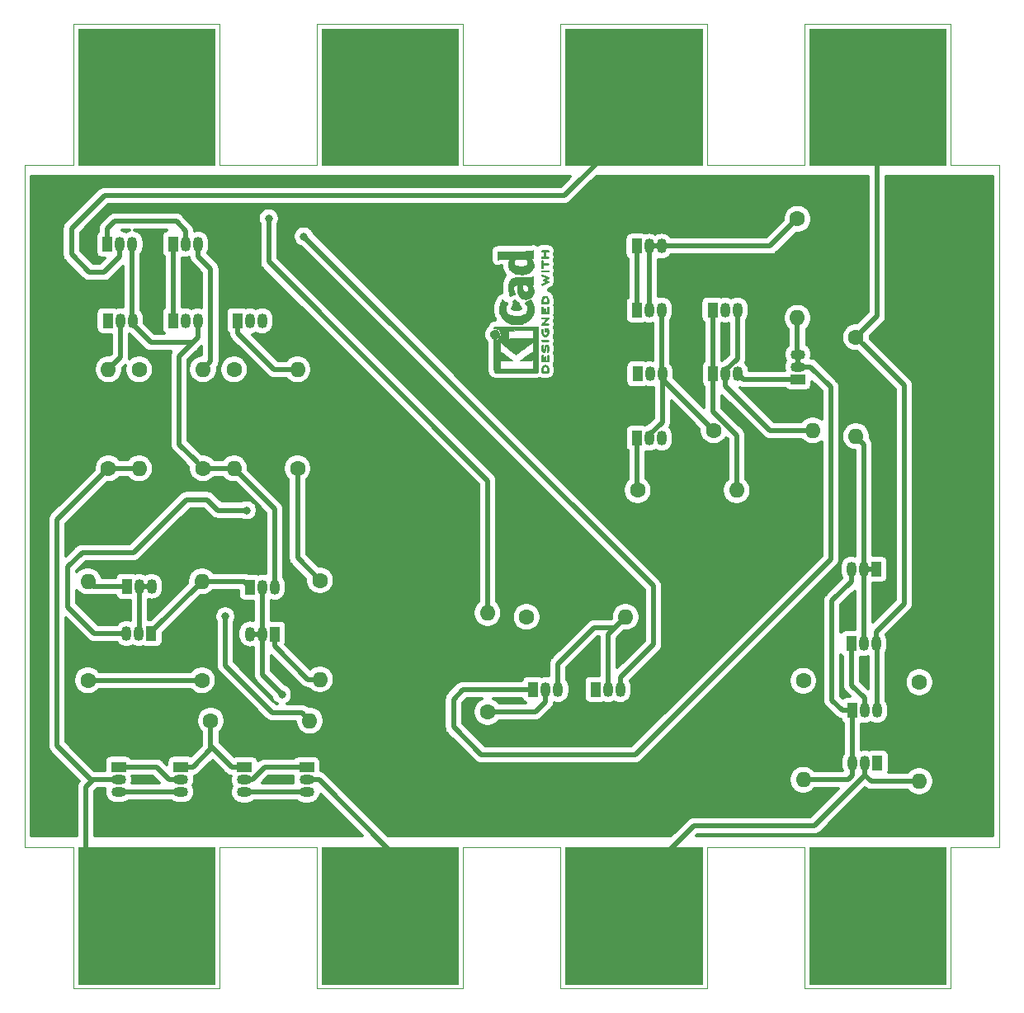
<source format=gbr>
G04 #@! TF.GenerationSoftware,KiCad,Pcbnew,(5.1.6)-1*
G04 #@! TF.CreationDate,2020-09-11T21:59:46+04:00*
G04 #@! TF.ProjectId,Triple-five,54726970-6c65-42d6-9669-76652e6b6963,rev?*
G04 #@! TF.SameCoordinates,Original*
G04 #@! TF.FileFunction,Copper,L1,Top*
G04 #@! TF.FilePolarity,Positive*
%FSLAX46Y46*%
G04 Gerber Fmt 4.6, Leading zero omitted, Abs format (unit mm)*
G04 Created by KiCad (PCBNEW (5.1.6)-1) date 2020-09-11 21:59:46*
%MOMM*%
%LPD*%
G01*
G04 APERTURE LIST*
G04 #@! TA.AperFunction,NonConductor*
%ADD10C,0.100000*%
G04 #@! TD*
G04 #@! TA.AperFunction,Profile*
%ADD11C,0.050000*%
G04 #@! TD*
G04 #@! TA.AperFunction,EtchedComponent*
%ADD12C,0.010000*%
G04 #@! TD*
G04 #@! TA.AperFunction,ComponentPad*
%ADD13R,1.050000X1.500000*%
G04 #@! TD*
G04 #@! TA.AperFunction,ComponentPad*
%ADD14O,1.050000X1.500000*%
G04 #@! TD*
G04 #@! TA.AperFunction,ComponentPad*
%ADD15O,1.500000X1.050000*%
G04 #@! TD*
G04 #@! TA.AperFunction,ComponentPad*
%ADD16R,1.500000X1.050000*%
G04 #@! TD*
G04 #@! TA.AperFunction,ComponentPad*
%ADD17O,1.600000X1.600000*%
G04 #@! TD*
G04 #@! TA.AperFunction,ComponentPad*
%ADD18C,1.600000*%
G04 #@! TD*
G04 #@! TA.AperFunction,ViaPad*
%ADD19C,0.800000*%
G04 #@! TD*
G04 #@! TA.AperFunction,ViaPad*
%ADD20C,5.000000*%
G04 #@! TD*
G04 #@! TA.AperFunction,Conductor*
%ADD21C,0.500000*%
G04 #@! TD*
G04 #@! TA.AperFunction,NonConductor*
%ADD22C,0.358000*%
G04 #@! TD*
G04 APERTURE END LIST*
D10*
G36*
X135000000Y-142250000D02*
G01*
X121000000Y-142250000D01*
X121000000Y-128250000D01*
X135000000Y-128250000D01*
X135000000Y-142250000D01*
G37*
X135000000Y-142250000D02*
X121000000Y-142250000D01*
X121000000Y-128250000D01*
X135000000Y-128250000D01*
X135000000Y-142250000D01*
G36*
X160000000Y-142250000D02*
G01*
X146000000Y-142250000D01*
X146000000Y-128250000D01*
X160000000Y-128250000D01*
X160000000Y-142250000D01*
G37*
X160000000Y-142250000D02*
X146000000Y-142250000D01*
X146000000Y-128250000D01*
X160000000Y-128250000D01*
X160000000Y-142250000D01*
G36*
X185000000Y-142250000D02*
G01*
X171000000Y-142250000D01*
X171000000Y-128250000D01*
X185000000Y-128250000D01*
X185000000Y-142250000D01*
G37*
X185000000Y-142250000D02*
X171000000Y-142250000D01*
X171000000Y-128250000D01*
X185000000Y-128250000D01*
X185000000Y-142250000D01*
G36*
X210000000Y-142250000D02*
G01*
X196000000Y-142250000D01*
X196000000Y-128250000D01*
X210000000Y-128250000D01*
X210000000Y-142250000D01*
G37*
X210000000Y-142250000D02*
X196000000Y-142250000D01*
X196000000Y-128250000D01*
X210000000Y-128250000D01*
X210000000Y-142250000D01*
G36*
X160000000Y-58250000D02*
G01*
X146000000Y-58250000D01*
X146000000Y-44250000D01*
X160000000Y-44250000D01*
X160000000Y-58250000D01*
G37*
X160000000Y-58250000D02*
X146000000Y-58250000D01*
X146000000Y-44250000D01*
X160000000Y-44250000D01*
X160000000Y-58250000D01*
G36*
X185000000Y-58250000D02*
G01*
X171000000Y-58250000D01*
X171000000Y-44250000D01*
X185000000Y-44250000D01*
X185000000Y-58250000D01*
G37*
X185000000Y-58250000D02*
X171000000Y-58250000D01*
X171000000Y-44250000D01*
X185000000Y-44250000D01*
X185000000Y-58250000D01*
G36*
X210000000Y-58250000D02*
G01*
X196000000Y-58250000D01*
X196000000Y-44250000D01*
X210000000Y-44250000D01*
X210000000Y-58250000D01*
G37*
X210000000Y-58250000D02*
X196000000Y-58250000D01*
X196000000Y-44250000D01*
X210000000Y-44250000D01*
X210000000Y-58250000D01*
G36*
X135000000Y-58250000D02*
G01*
X121000000Y-58250000D01*
X121000000Y-44250000D01*
X135000000Y-44250000D01*
X135000000Y-58250000D01*
G37*
X135000000Y-58250000D02*
X121000000Y-58250000D01*
X121000000Y-44250000D01*
X135000000Y-44250000D01*
X135000000Y-58250000D01*
D11*
X115500000Y-128250000D02*
X115500000Y-58250000D01*
X120500000Y-128250000D02*
X115500000Y-128250000D01*
X120500000Y-142750000D02*
X120500000Y-128250000D01*
X135500000Y-142750000D02*
X120500000Y-142750000D01*
X135500000Y-128250000D02*
X135500000Y-142750000D01*
X145500000Y-128250000D02*
X135500000Y-128250000D01*
X145500000Y-142750000D02*
X145500000Y-128250000D01*
X160500000Y-142750000D02*
X145500000Y-142750000D01*
X160500000Y-128250000D02*
X160500000Y-142750000D01*
X170500000Y-128250000D02*
X160500000Y-128250000D01*
X170500000Y-142750000D02*
X170500000Y-128250000D01*
X185500000Y-142750000D02*
X170500000Y-142750000D01*
X185500000Y-128250000D02*
X185500000Y-142750000D01*
X195500000Y-128250000D02*
X185500000Y-128250000D01*
X195500000Y-142750000D02*
X195500000Y-128250000D01*
X210500000Y-142750000D02*
X195500000Y-142750000D01*
X210500000Y-128250000D02*
X210500000Y-142750000D01*
X215500000Y-128250000D02*
X210500000Y-128250000D01*
X215500000Y-58250000D02*
X215500000Y-128250000D01*
X210500000Y-58250000D02*
X215500000Y-58250000D01*
X210500000Y-43750000D02*
X210500000Y-58250000D01*
X195500000Y-43750000D02*
X210500000Y-43750000D01*
X195500000Y-58250000D02*
X195500000Y-43750000D01*
X185500000Y-58250000D02*
X195500000Y-58250000D01*
X185500000Y-43750000D02*
X185500000Y-58250000D01*
X170500000Y-43750000D02*
X185500000Y-43750000D01*
X170500000Y-58250000D02*
X170500000Y-43750000D01*
X160500000Y-58250000D02*
X170500000Y-58250000D01*
X160500000Y-43750000D02*
X160500000Y-58250000D01*
X145500000Y-43750000D02*
X160500000Y-43750000D01*
X145500000Y-58250000D02*
X145500000Y-43750000D01*
X135500000Y-58250000D02*
X145500000Y-58250000D01*
X135500000Y-43750000D02*
X135500000Y-58250000D01*
X120500000Y-43750000D02*
X135500000Y-43750000D01*
X120500000Y-58250000D02*
X120500000Y-43750000D01*
X115500000Y-58250000D02*
X120500000Y-58250000D01*
D12*
G04 #@! TO.C,REF\u002A\u002A*
G36*
X168524533Y-67021177D02*
G01*
X168546776Y-66989798D01*
X168574485Y-66962089D01*
X168883920Y-66962089D01*
X168975799Y-66962162D01*
X169047840Y-66962505D01*
X169102780Y-66963308D01*
X169143360Y-66964759D01*
X169172317Y-66967048D01*
X169192391Y-66970364D01*
X169206321Y-66974895D01*
X169216845Y-66980831D01*
X169223100Y-66985486D01*
X169247673Y-67016217D01*
X169250341Y-67051504D01*
X169235271Y-67083755D01*
X169226374Y-67094412D01*
X169214557Y-67101536D01*
X169195526Y-67105833D01*
X169164992Y-67108009D01*
X169118662Y-67108772D01*
X169082871Y-67108845D01*
X168948045Y-67108845D01*
X168948045Y-67605556D01*
X169070700Y-67605556D01*
X169126787Y-67606069D01*
X169165333Y-67608124D01*
X169191361Y-67612492D01*
X169209897Y-67619944D01*
X169223100Y-67628953D01*
X169247604Y-67659856D01*
X169250506Y-67694804D01*
X169233089Y-67728262D01*
X169223959Y-67737396D01*
X169211855Y-67743848D01*
X169193001Y-67748103D01*
X169163620Y-67750648D01*
X169119937Y-67751971D01*
X169058175Y-67752557D01*
X169044000Y-67752625D01*
X168927631Y-67753109D01*
X168831727Y-67753359D01*
X168754177Y-67753277D01*
X168692869Y-67752769D01*
X168645690Y-67751738D01*
X168610530Y-67750087D01*
X168585276Y-67747721D01*
X168567817Y-67744543D01*
X168556041Y-67740456D01*
X168547835Y-67735366D01*
X168541645Y-67729734D01*
X168521844Y-67697872D01*
X168524533Y-67664643D01*
X168546776Y-67633265D01*
X168561126Y-67620567D01*
X168576978Y-67612474D01*
X168599554Y-67607958D01*
X168634078Y-67605994D01*
X168685776Y-67605556D01*
X168801289Y-67605556D01*
X168801289Y-67108845D01*
X168682756Y-67108845D01*
X168628148Y-67108338D01*
X168591275Y-67106302D01*
X168567307Y-67101965D01*
X168551415Y-67094553D01*
X168541645Y-67086267D01*
X168521844Y-67054406D01*
X168524533Y-67021177D01*
G37*
X168524533Y-67021177D02*
X168546776Y-66989798D01*
X168574485Y-66962089D01*
X168883920Y-66962089D01*
X168975799Y-66962162D01*
X169047840Y-66962505D01*
X169102780Y-66963308D01*
X169143360Y-66964759D01*
X169172317Y-66967048D01*
X169192391Y-66970364D01*
X169206321Y-66974895D01*
X169216845Y-66980831D01*
X169223100Y-66985486D01*
X169247673Y-67016217D01*
X169250341Y-67051504D01*
X169235271Y-67083755D01*
X169226374Y-67094412D01*
X169214557Y-67101536D01*
X169195526Y-67105833D01*
X169164992Y-67108009D01*
X169118662Y-67108772D01*
X169082871Y-67108845D01*
X168948045Y-67108845D01*
X168948045Y-67605556D01*
X169070700Y-67605556D01*
X169126787Y-67606069D01*
X169165333Y-67608124D01*
X169191361Y-67612492D01*
X169209897Y-67619944D01*
X169223100Y-67628953D01*
X169247604Y-67659856D01*
X169250506Y-67694804D01*
X169233089Y-67728262D01*
X169223959Y-67737396D01*
X169211855Y-67743848D01*
X169193001Y-67748103D01*
X169163620Y-67750648D01*
X169119937Y-67751971D01*
X169058175Y-67752557D01*
X169044000Y-67752625D01*
X168927631Y-67753109D01*
X168831727Y-67753359D01*
X168754177Y-67753277D01*
X168692869Y-67752769D01*
X168645690Y-67751738D01*
X168610530Y-67750087D01*
X168585276Y-67747721D01*
X168567817Y-67744543D01*
X168556041Y-67740456D01*
X168547835Y-67735366D01*
X168541645Y-67729734D01*
X168521844Y-67697872D01*
X168524533Y-67664643D01*
X168546776Y-67633265D01*
X168561126Y-67620567D01*
X168576978Y-67612474D01*
X168599554Y-67607958D01*
X168634078Y-67605994D01*
X168685776Y-67605556D01*
X168801289Y-67605556D01*
X168801289Y-67108845D01*
X168682756Y-67108845D01*
X168628148Y-67108338D01*
X168591275Y-67106302D01*
X168567307Y-67101965D01*
X168551415Y-67094553D01*
X168541645Y-67086267D01*
X168521844Y-67054406D01*
X168524533Y-67021177D01*
G36*
X168519163Y-68286935D02*
G01*
X168519542Y-68208228D01*
X168520333Y-68147137D01*
X168521670Y-68101183D01*
X168523683Y-68067886D01*
X168526506Y-68044764D01*
X168530269Y-68029338D01*
X168535105Y-68019129D01*
X168538822Y-68014187D01*
X168571358Y-67988543D01*
X168605138Y-67985441D01*
X168635826Y-68001289D01*
X168648089Y-68011652D01*
X168656450Y-68022804D01*
X168661657Y-68038965D01*
X168664457Y-68064358D01*
X168665596Y-68103202D01*
X168665821Y-68159720D01*
X168665822Y-68170820D01*
X168665822Y-68316756D01*
X168936756Y-68316756D01*
X169022154Y-68316852D01*
X169087864Y-68317289D01*
X169136774Y-68318288D01*
X169171773Y-68320072D01*
X169195749Y-68322863D01*
X169211593Y-68326883D01*
X169222191Y-68332355D01*
X169230267Y-68339334D01*
X169250112Y-68372266D01*
X169248548Y-68406646D01*
X169225906Y-68437824D01*
X169223100Y-68440114D01*
X169212492Y-68447571D01*
X169200081Y-68453253D01*
X169182850Y-68457399D01*
X169157784Y-68460250D01*
X169121867Y-68462046D01*
X169072083Y-68463028D01*
X169005417Y-68463436D01*
X168929589Y-68463511D01*
X168665822Y-68463511D01*
X168665822Y-68602873D01*
X168665418Y-68662678D01*
X168663840Y-68704082D01*
X168660547Y-68731252D01*
X168654992Y-68748354D01*
X168646631Y-68759557D01*
X168645178Y-68760917D01*
X168611939Y-68777275D01*
X168574362Y-68775828D01*
X168541645Y-68757022D01*
X168535298Y-68749750D01*
X168530266Y-68740373D01*
X168526396Y-68726391D01*
X168523537Y-68705304D01*
X168521535Y-68674611D01*
X168520239Y-68631811D01*
X168519498Y-68574405D01*
X168519158Y-68499890D01*
X168519068Y-68405767D01*
X168519067Y-68385740D01*
X168519163Y-68286935D01*
G37*
X168519163Y-68286935D02*
X168519542Y-68208228D01*
X168520333Y-68147137D01*
X168521670Y-68101183D01*
X168523683Y-68067886D01*
X168526506Y-68044764D01*
X168530269Y-68029338D01*
X168535105Y-68019129D01*
X168538822Y-68014187D01*
X168571358Y-67988543D01*
X168605138Y-67985441D01*
X168635826Y-68001289D01*
X168648089Y-68011652D01*
X168656450Y-68022804D01*
X168661657Y-68038965D01*
X168664457Y-68064358D01*
X168665596Y-68103202D01*
X168665821Y-68159720D01*
X168665822Y-68170820D01*
X168665822Y-68316756D01*
X168936756Y-68316756D01*
X169022154Y-68316852D01*
X169087864Y-68317289D01*
X169136774Y-68318288D01*
X169171773Y-68320072D01*
X169195749Y-68322863D01*
X169211593Y-68326883D01*
X169222191Y-68332355D01*
X169230267Y-68339334D01*
X169250112Y-68372266D01*
X169248548Y-68406646D01*
X169225906Y-68437824D01*
X169223100Y-68440114D01*
X169212492Y-68447571D01*
X169200081Y-68453253D01*
X169182850Y-68457399D01*
X169157784Y-68460250D01*
X169121867Y-68462046D01*
X169072083Y-68463028D01*
X169005417Y-68463436D01*
X168929589Y-68463511D01*
X168665822Y-68463511D01*
X168665822Y-68602873D01*
X168665418Y-68662678D01*
X168663840Y-68704082D01*
X168660547Y-68731252D01*
X168654992Y-68748354D01*
X168646631Y-68759557D01*
X168645178Y-68760917D01*
X168611939Y-68777275D01*
X168574362Y-68775828D01*
X168541645Y-68757022D01*
X168535298Y-68749750D01*
X168530266Y-68740373D01*
X168526396Y-68726391D01*
X168523537Y-68705304D01*
X168521535Y-68674611D01*
X168520239Y-68631811D01*
X168519498Y-68574405D01*
X168519158Y-68499890D01*
X168519068Y-68405767D01*
X168519067Y-68385740D01*
X168519163Y-68286935D01*
G36*
X168525877Y-69061386D02*
G01*
X168540647Y-69037673D01*
X168562227Y-69011022D01*
X168883773Y-69011022D01*
X168977830Y-69011107D01*
X169051932Y-69011471D01*
X169108704Y-69012276D01*
X169150768Y-69013687D01*
X169180748Y-69015867D01*
X169201267Y-69018979D01*
X169214949Y-69023186D01*
X169224416Y-69028652D01*
X169229082Y-69032528D01*
X169249575Y-69063966D01*
X169248739Y-69099767D01*
X169231264Y-69131127D01*
X169209684Y-69157778D01*
X168562227Y-69157778D01*
X168540647Y-69131127D01*
X168524949Y-69105406D01*
X168519067Y-69084400D01*
X168525877Y-69061386D01*
G37*
X168525877Y-69061386D02*
X168540647Y-69037673D01*
X168562227Y-69011022D01*
X168883773Y-69011022D01*
X168977830Y-69011107D01*
X169051932Y-69011471D01*
X169108704Y-69012276D01*
X169150768Y-69013687D01*
X169180748Y-69015867D01*
X169201267Y-69018979D01*
X169214949Y-69023186D01*
X169224416Y-69028652D01*
X169229082Y-69032528D01*
X169249575Y-69063966D01*
X169248739Y-69099767D01*
X169231264Y-69131127D01*
X169209684Y-69157778D01*
X168562227Y-69157778D01*
X168540647Y-69131127D01*
X168524949Y-69105406D01*
X168519067Y-69084400D01*
X168525877Y-69061386D01*
G36*
X168521034Y-69505335D02*
G01*
X168528035Y-69485745D01*
X168528377Y-69484990D01*
X168548678Y-69458387D01*
X168569561Y-69443730D01*
X168579352Y-69440862D01*
X168592361Y-69441004D01*
X168610895Y-69445039D01*
X168637257Y-69453854D01*
X168673752Y-69468331D01*
X168722687Y-69489355D01*
X168786365Y-69517812D01*
X168867093Y-69554585D01*
X168911216Y-69574825D01*
X168989985Y-69611375D01*
X169062423Y-69645685D01*
X169125880Y-69676448D01*
X169177708Y-69702352D01*
X169215259Y-69722090D01*
X169235884Y-69734350D01*
X169238733Y-69736776D01*
X169251302Y-69767817D01*
X169249619Y-69802879D01*
X169234332Y-69831000D01*
X169233089Y-69832146D01*
X169216154Y-69843332D01*
X169183170Y-69862096D01*
X169138380Y-69886125D01*
X169086032Y-69913103D01*
X169066742Y-69922799D01*
X168920150Y-69995986D01*
X169079393Y-70075760D01*
X169134415Y-70104233D01*
X169182132Y-70130650D01*
X169218893Y-70152852D01*
X169241044Y-70168681D01*
X169245741Y-70174046D01*
X169252102Y-70215743D01*
X169238733Y-70250151D01*
X169224446Y-70260272D01*
X169192692Y-70277786D01*
X169146597Y-70301265D01*
X169089285Y-70329280D01*
X169023880Y-70360401D01*
X168953507Y-70393201D01*
X168881291Y-70426250D01*
X168810355Y-70458119D01*
X168743825Y-70487381D01*
X168684826Y-70512605D01*
X168636481Y-70532364D01*
X168601915Y-70545228D01*
X168584253Y-70549769D01*
X168583613Y-70549723D01*
X168561388Y-70538674D01*
X168538753Y-70516590D01*
X168537768Y-70515290D01*
X168522425Y-70488147D01*
X168522574Y-70463042D01*
X168525466Y-70453632D01*
X168531718Y-70442166D01*
X168544014Y-70429990D01*
X168564908Y-70415643D01*
X168596949Y-70397664D01*
X168642688Y-70374593D01*
X168704677Y-70344970D01*
X168761898Y-70318255D01*
X168828226Y-70287520D01*
X168887874Y-70259979D01*
X168937725Y-70237062D01*
X168974664Y-70220202D01*
X168995573Y-70210827D01*
X168998845Y-70209460D01*
X168993497Y-70203311D01*
X168971109Y-70189178D01*
X168934946Y-70168943D01*
X168888277Y-70144485D01*
X168869022Y-70134752D01*
X168804004Y-70101783D01*
X168756654Y-70076357D01*
X168724219Y-70056388D01*
X168703946Y-70039790D01*
X168693082Y-70024476D01*
X168688875Y-70008360D01*
X168688400Y-69997857D01*
X168690042Y-69979330D01*
X168696831Y-69963096D01*
X168711566Y-69946965D01*
X168737044Y-69928749D01*
X168776061Y-69906261D01*
X168831414Y-69877311D01*
X168862903Y-69861338D01*
X168913087Y-69835430D01*
X168954704Y-69812833D01*
X168984242Y-69795542D01*
X168998189Y-69785550D01*
X168998770Y-69784191D01*
X168987793Y-69777739D01*
X168959290Y-69763292D01*
X168916244Y-69742297D01*
X168861638Y-69716203D01*
X168798454Y-69686454D01*
X168767071Y-69671820D01*
X168686078Y-69633750D01*
X168623756Y-69603095D01*
X168578071Y-69578263D01*
X168546989Y-69557663D01*
X168528478Y-69539702D01*
X168520504Y-69522790D01*
X168521034Y-69505335D01*
G37*
X168521034Y-69505335D02*
X168528035Y-69485745D01*
X168528377Y-69484990D01*
X168548678Y-69458387D01*
X168569561Y-69443730D01*
X168579352Y-69440862D01*
X168592361Y-69441004D01*
X168610895Y-69445039D01*
X168637257Y-69453854D01*
X168673752Y-69468331D01*
X168722687Y-69489355D01*
X168786365Y-69517812D01*
X168867093Y-69554585D01*
X168911216Y-69574825D01*
X168989985Y-69611375D01*
X169062423Y-69645685D01*
X169125880Y-69676448D01*
X169177708Y-69702352D01*
X169215259Y-69722090D01*
X169235884Y-69734350D01*
X169238733Y-69736776D01*
X169251302Y-69767817D01*
X169249619Y-69802879D01*
X169234332Y-69831000D01*
X169233089Y-69832146D01*
X169216154Y-69843332D01*
X169183170Y-69862096D01*
X169138380Y-69886125D01*
X169086032Y-69913103D01*
X169066742Y-69922799D01*
X168920150Y-69995986D01*
X169079393Y-70075760D01*
X169134415Y-70104233D01*
X169182132Y-70130650D01*
X169218893Y-70152852D01*
X169241044Y-70168681D01*
X169245741Y-70174046D01*
X169252102Y-70215743D01*
X169238733Y-70250151D01*
X169224446Y-70260272D01*
X169192692Y-70277786D01*
X169146597Y-70301265D01*
X169089285Y-70329280D01*
X169023880Y-70360401D01*
X168953507Y-70393201D01*
X168881291Y-70426250D01*
X168810355Y-70458119D01*
X168743825Y-70487381D01*
X168684826Y-70512605D01*
X168636481Y-70532364D01*
X168601915Y-70545228D01*
X168584253Y-70549769D01*
X168583613Y-70549723D01*
X168561388Y-70538674D01*
X168538753Y-70516590D01*
X168537768Y-70515290D01*
X168522425Y-70488147D01*
X168522574Y-70463042D01*
X168525466Y-70453632D01*
X168531718Y-70442166D01*
X168544014Y-70429990D01*
X168564908Y-70415643D01*
X168596949Y-70397664D01*
X168642688Y-70374593D01*
X168704677Y-70344970D01*
X168761898Y-70318255D01*
X168828226Y-70287520D01*
X168887874Y-70259979D01*
X168937725Y-70237062D01*
X168974664Y-70220202D01*
X168995573Y-70210827D01*
X168998845Y-70209460D01*
X168993497Y-70203311D01*
X168971109Y-70189178D01*
X168934946Y-70168943D01*
X168888277Y-70144485D01*
X168869022Y-70134752D01*
X168804004Y-70101783D01*
X168756654Y-70076357D01*
X168724219Y-70056388D01*
X168703946Y-70039790D01*
X168693082Y-70024476D01*
X168688875Y-70008360D01*
X168688400Y-69997857D01*
X168690042Y-69979330D01*
X168696831Y-69963096D01*
X168711566Y-69946965D01*
X168737044Y-69928749D01*
X168776061Y-69906261D01*
X168831414Y-69877311D01*
X168862903Y-69861338D01*
X168913087Y-69835430D01*
X168954704Y-69812833D01*
X168984242Y-69795542D01*
X168998189Y-69785550D01*
X168998770Y-69784191D01*
X168987793Y-69777739D01*
X168959290Y-69763292D01*
X168916244Y-69742297D01*
X168861638Y-69716203D01*
X168798454Y-69686454D01*
X168767071Y-69671820D01*
X168686078Y-69633750D01*
X168623756Y-69603095D01*
X168578071Y-69578263D01*
X168546989Y-69557663D01*
X168528478Y-69539702D01*
X168520504Y-69522790D01*
X168521034Y-69505335D01*
G36*
X168519275Y-72231691D02*
G01*
X168523636Y-72102712D01*
X168536861Y-71993009D01*
X168559741Y-71900774D01*
X168593070Y-71824198D01*
X168637638Y-71761473D01*
X168694236Y-71710788D01*
X168763658Y-71670337D01*
X168765351Y-71669541D01*
X168827483Y-71645399D01*
X168882509Y-71636797D01*
X168937887Y-71643769D01*
X169001073Y-71666346D01*
X169010689Y-71670628D01*
X169066966Y-71699828D01*
X169110451Y-71732644D01*
X169147417Y-71774998D01*
X169184135Y-71832810D01*
X169186052Y-71836169D01*
X169210227Y-71886496D01*
X169228282Y-71943379D01*
X169240839Y-72010473D01*
X169248522Y-72091435D01*
X169251953Y-72189918D01*
X169252251Y-72224714D01*
X169252845Y-72390406D01*
X169223100Y-72413803D01*
X169213319Y-72420743D01*
X169201897Y-72426158D01*
X169186095Y-72430235D01*
X169163175Y-72433163D01*
X169130396Y-72435133D01*
X169106089Y-72435775D01*
X169106089Y-72279156D01*
X169106089Y-72185274D01*
X169104483Y-72130336D01*
X169100255Y-72073940D01*
X169094292Y-72027655D01*
X169093790Y-72024861D01*
X169071736Y-71942652D01*
X169038600Y-71878886D01*
X168992847Y-71831548D01*
X168932939Y-71798618D01*
X168917061Y-71792892D01*
X168892333Y-71787279D01*
X168867902Y-71789709D01*
X168835400Y-71801533D01*
X168819434Y-71808660D01*
X168777006Y-71832000D01*
X168747240Y-71860120D01*
X168726511Y-71891060D01*
X168699537Y-71953034D01*
X168679998Y-72032349D01*
X168668746Y-72124747D01*
X168666270Y-72191667D01*
X168665822Y-72279156D01*
X169106089Y-72279156D01*
X169106089Y-72435775D01*
X169085021Y-72436332D01*
X169024311Y-72436950D01*
X168945526Y-72437175D01*
X168883920Y-72437200D01*
X168574485Y-72437200D01*
X168546776Y-72409491D01*
X168535544Y-72397194D01*
X168527853Y-72383897D01*
X168523040Y-72365328D01*
X168520446Y-72337214D01*
X168519410Y-72295283D01*
X168519270Y-72235263D01*
X168519275Y-72231691D01*
G37*
X168519275Y-72231691D02*
X168523636Y-72102712D01*
X168536861Y-71993009D01*
X168559741Y-71900774D01*
X168593070Y-71824198D01*
X168637638Y-71761473D01*
X168694236Y-71710788D01*
X168763658Y-71670337D01*
X168765351Y-71669541D01*
X168827483Y-71645399D01*
X168882509Y-71636797D01*
X168937887Y-71643769D01*
X169001073Y-71666346D01*
X169010689Y-71670628D01*
X169066966Y-71699828D01*
X169110451Y-71732644D01*
X169147417Y-71774998D01*
X169184135Y-71832810D01*
X169186052Y-71836169D01*
X169210227Y-71886496D01*
X169228282Y-71943379D01*
X169240839Y-72010473D01*
X169248522Y-72091435D01*
X169251953Y-72189918D01*
X169252251Y-72224714D01*
X169252845Y-72390406D01*
X169223100Y-72413803D01*
X169213319Y-72420743D01*
X169201897Y-72426158D01*
X169186095Y-72430235D01*
X169163175Y-72433163D01*
X169130396Y-72435133D01*
X169106089Y-72435775D01*
X169106089Y-72279156D01*
X169106089Y-72185274D01*
X169104483Y-72130336D01*
X169100255Y-72073940D01*
X169094292Y-72027655D01*
X169093790Y-72024861D01*
X169071736Y-71942652D01*
X169038600Y-71878886D01*
X168992847Y-71831548D01*
X168932939Y-71798618D01*
X168917061Y-71792892D01*
X168892333Y-71787279D01*
X168867902Y-71789709D01*
X168835400Y-71801533D01*
X168819434Y-71808660D01*
X168777006Y-71832000D01*
X168747240Y-71860120D01*
X168726511Y-71891060D01*
X168699537Y-71953034D01*
X168679998Y-72032349D01*
X168668746Y-72124747D01*
X168666270Y-72191667D01*
X168665822Y-72279156D01*
X169106089Y-72279156D01*
X169106089Y-72435775D01*
X169085021Y-72436332D01*
X169024311Y-72436950D01*
X168945526Y-72437175D01*
X168883920Y-72437200D01*
X168574485Y-72437200D01*
X168546776Y-72409491D01*
X168535544Y-72397194D01*
X168527853Y-72383897D01*
X168523040Y-72365328D01*
X168520446Y-72337214D01*
X168519410Y-72295283D01*
X168519270Y-72235263D01*
X168519275Y-72231691D01*
G36*
X168519260Y-73019657D02*
G01*
X168520174Y-72943299D01*
X168522311Y-72884783D01*
X168526175Y-72841745D01*
X168532267Y-72811817D01*
X168541090Y-72792632D01*
X168553146Y-72781824D01*
X168568939Y-72777027D01*
X168588970Y-72775873D01*
X168591335Y-72775867D01*
X168613992Y-72776869D01*
X168631503Y-72781604D01*
X168644574Y-72792667D01*
X168653913Y-72812652D01*
X168660227Y-72844154D01*
X168664222Y-72889768D01*
X168666606Y-72952087D01*
X168668086Y-73033707D01*
X168668414Y-73058723D01*
X168671467Y-73300800D01*
X168736378Y-73304186D01*
X168801289Y-73307571D01*
X168801289Y-73139424D01*
X168801531Y-73073734D01*
X168802556Y-73026828D01*
X168804811Y-72994917D01*
X168808742Y-72974209D01*
X168814798Y-72960916D01*
X168823424Y-72951245D01*
X168823493Y-72951183D01*
X168857112Y-72933644D01*
X168893448Y-72934278D01*
X168924423Y-72952686D01*
X168927607Y-72956329D01*
X168935812Y-72969259D01*
X168941521Y-72986976D01*
X168945162Y-73013430D01*
X168947167Y-73052568D01*
X168947964Y-73108338D01*
X168948045Y-73144006D01*
X168948045Y-73306445D01*
X169106089Y-73306445D01*
X169106089Y-73059839D01*
X169106231Y-72978420D01*
X169106814Y-72916590D01*
X169108068Y-72871363D01*
X169110227Y-72839752D01*
X169113523Y-72818769D01*
X169118189Y-72805427D01*
X169124457Y-72796739D01*
X169126733Y-72794550D01*
X169158280Y-72778386D01*
X169194168Y-72777203D01*
X169225285Y-72790464D01*
X169235271Y-72800957D01*
X169240769Y-72811871D01*
X169245022Y-72828783D01*
X169248180Y-72854367D01*
X169250392Y-72891299D01*
X169251806Y-72942254D01*
X169252572Y-73009906D01*
X169252838Y-73096931D01*
X169252845Y-73116606D01*
X169252787Y-73205089D01*
X169252467Y-73273773D01*
X169251667Y-73325436D01*
X169250167Y-73362855D01*
X169247749Y-73388810D01*
X169244194Y-73406078D01*
X169239282Y-73417438D01*
X169232795Y-73425668D01*
X169228138Y-73430183D01*
X169219889Y-73436979D01*
X169209669Y-73442288D01*
X169194800Y-73446294D01*
X169172602Y-73449179D01*
X169140393Y-73451126D01*
X169095496Y-73452319D01*
X169035228Y-73452939D01*
X168956911Y-73453171D01*
X168890994Y-73453200D01*
X168798628Y-73453129D01*
X168726117Y-73452792D01*
X168670737Y-73452002D01*
X168629765Y-73450574D01*
X168600478Y-73448321D01*
X168580153Y-73445057D01*
X168566066Y-73440596D01*
X168555495Y-73434752D01*
X168548811Y-73429803D01*
X168519067Y-73406406D01*
X168519067Y-73116226D01*
X168519260Y-73019657D01*
G37*
X168519260Y-73019657D02*
X168520174Y-72943299D01*
X168522311Y-72884783D01*
X168526175Y-72841745D01*
X168532267Y-72811817D01*
X168541090Y-72792632D01*
X168553146Y-72781824D01*
X168568939Y-72777027D01*
X168588970Y-72775873D01*
X168591335Y-72775867D01*
X168613992Y-72776869D01*
X168631503Y-72781604D01*
X168644574Y-72792667D01*
X168653913Y-72812652D01*
X168660227Y-72844154D01*
X168664222Y-72889768D01*
X168666606Y-72952087D01*
X168668086Y-73033707D01*
X168668414Y-73058723D01*
X168671467Y-73300800D01*
X168736378Y-73304186D01*
X168801289Y-73307571D01*
X168801289Y-73139424D01*
X168801531Y-73073734D01*
X168802556Y-73026828D01*
X168804811Y-72994917D01*
X168808742Y-72974209D01*
X168814798Y-72960916D01*
X168823424Y-72951245D01*
X168823493Y-72951183D01*
X168857112Y-72933644D01*
X168893448Y-72934278D01*
X168924423Y-72952686D01*
X168927607Y-72956329D01*
X168935812Y-72969259D01*
X168941521Y-72986976D01*
X168945162Y-73013430D01*
X168947167Y-73052568D01*
X168947964Y-73108338D01*
X168948045Y-73144006D01*
X168948045Y-73306445D01*
X169106089Y-73306445D01*
X169106089Y-73059839D01*
X169106231Y-72978420D01*
X169106814Y-72916590D01*
X169108068Y-72871363D01*
X169110227Y-72839752D01*
X169113523Y-72818769D01*
X169118189Y-72805427D01*
X169124457Y-72796739D01*
X169126733Y-72794550D01*
X169158280Y-72778386D01*
X169194168Y-72777203D01*
X169225285Y-72790464D01*
X169235271Y-72800957D01*
X169240769Y-72811871D01*
X169245022Y-72828783D01*
X169248180Y-72854367D01*
X169250392Y-72891299D01*
X169251806Y-72942254D01*
X169252572Y-73009906D01*
X169252838Y-73096931D01*
X169252845Y-73116606D01*
X169252787Y-73205089D01*
X169252467Y-73273773D01*
X169251667Y-73325436D01*
X169250167Y-73362855D01*
X169247749Y-73388810D01*
X169244194Y-73406078D01*
X169239282Y-73417438D01*
X169232795Y-73425668D01*
X169228138Y-73430183D01*
X169219889Y-73436979D01*
X169209669Y-73442288D01*
X169194800Y-73446294D01*
X169172602Y-73449179D01*
X169140393Y-73451126D01*
X169095496Y-73452319D01*
X169035228Y-73452939D01*
X168956911Y-73453171D01*
X168890994Y-73453200D01*
X168798628Y-73453129D01*
X168726117Y-73452792D01*
X168670737Y-73452002D01*
X168629765Y-73450574D01*
X168600478Y-73448321D01*
X168580153Y-73445057D01*
X168566066Y-73440596D01*
X168555495Y-73434752D01*
X168548811Y-73429803D01*
X168519067Y-73406406D01*
X168519067Y-73116226D01*
X168519260Y-73019657D01*
G36*
X168523448Y-74550114D02*
G01*
X168537273Y-74526548D01*
X168559881Y-74495735D01*
X168592338Y-74456078D01*
X168635708Y-74405980D01*
X168691058Y-74343843D01*
X168759451Y-74268072D01*
X168838084Y-74181334D01*
X169001878Y-74000711D01*
X168782029Y-73995067D01*
X168706351Y-73993029D01*
X168649994Y-73991063D01*
X168609706Y-73988734D01*
X168582235Y-73985606D01*
X168564329Y-73981245D01*
X168552737Y-73975216D01*
X168544208Y-73967084D01*
X168540623Y-73962772D01*
X168521670Y-73928241D01*
X168524441Y-73895383D01*
X168540633Y-73869318D01*
X168562199Y-73842667D01*
X168877151Y-73839352D01*
X168969779Y-73838435D01*
X169042544Y-73837968D01*
X169098161Y-73838113D01*
X169139342Y-73839032D01*
X169168803Y-73840887D01*
X169189255Y-73843839D01*
X169203413Y-73848050D01*
X169213991Y-73853682D01*
X169222474Y-73859927D01*
X169238207Y-73873439D01*
X169248636Y-73886883D01*
X169252639Y-73902124D01*
X169249094Y-73921026D01*
X169236879Y-73945455D01*
X169214871Y-73977273D01*
X169181949Y-74018348D01*
X169136991Y-74070542D01*
X169078875Y-74135722D01*
X169012099Y-74209556D01*
X168771458Y-74474845D01*
X168990589Y-74480489D01*
X169066128Y-74482531D01*
X169122354Y-74484502D01*
X169162524Y-74486839D01*
X169189896Y-74489981D01*
X169207728Y-74494364D01*
X169219279Y-74500424D01*
X169227807Y-74508600D01*
X169231282Y-74512784D01*
X169250372Y-74549765D01*
X169247493Y-74584708D01*
X169223100Y-74615136D01*
X169213286Y-74622097D01*
X169201826Y-74627523D01*
X169185968Y-74631603D01*
X169162963Y-74634529D01*
X169130062Y-74636492D01*
X169084516Y-74637683D01*
X169023573Y-74638292D01*
X168944486Y-74638511D01*
X168885956Y-74638534D01*
X168794407Y-74638460D01*
X168722687Y-74638113D01*
X168668045Y-74637301D01*
X168627732Y-74635833D01*
X168598998Y-74633519D01*
X168579093Y-74630167D01*
X168565268Y-74625588D01*
X168554772Y-74619589D01*
X168548811Y-74615136D01*
X168534691Y-74603850D01*
X168524029Y-74593301D01*
X168517892Y-74581893D01*
X168517343Y-74568030D01*
X168523448Y-74550114D01*
G37*
X168523448Y-74550114D02*
X168537273Y-74526548D01*
X168559881Y-74495735D01*
X168592338Y-74456078D01*
X168635708Y-74405980D01*
X168691058Y-74343843D01*
X168759451Y-74268072D01*
X168838084Y-74181334D01*
X169001878Y-74000711D01*
X168782029Y-73995067D01*
X168706351Y-73993029D01*
X168649994Y-73991063D01*
X168609706Y-73988734D01*
X168582235Y-73985606D01*
X168564329Y-73981245D01*
X168552737Y-73975216D01*
X168544208Y-73967084D01*
X168540623Y-73962772D01*
X168521670Y-73928241D01*
X168524441Y-73895383D01*
X168540633Y-73869318D01*
X168562199Y-73842667D01*
X168877151Y-73839352D01*
X168969779Y-73838435D01*
X169042544Y-73837968D01*
X169098161Y-73838113D01*
X169139342Y-73839032D01*
X169168803Y-73840887D01*
X169189255Y-73843839D01*
X169203413Y-73848050D01*
X169213991Y-73853682D01*
X169222474Y-73859927D01*
X169238207Y-73873439D01*
X169248636Y-73886883D01*
X169252639Y-73902124D01*
X169249094Y-73921026D01*
X169236879Y-73945455D01*
X169214871Y-73977273D01*
X169181949Y-74018348D01*
X169136991Y-74070542D01*
X169078875Y-74135722D01*
X169012099Y-74209556D01*
X168771458Y-74474845D01*
X168990589Y-74480489D01*
X169066128Y-74482531D01*
X169122354Y-74484502D01*
X169162524Y-74486839D01*
X169189896Y-74489981D01*
X169207728Y-74494364D01*
X169219279Y-74500424D01*
X169227807Y-74508600D01*
X169231282Y-74512784D01*
X169250372Y-74549765D01*
X169247493Y-74584708D01*
X169223100Y-74615136D01*
X169213286Y-74622097D01*
X169201826Y-74627523D01*
X169185968Y-74631603D01*
X169162963Y-74634529D01*
X169130062Y-74636492D01*
X169084516Y-74637683D01*
X169023573Y-74638292D01*
X168944486Y-74638511D01*
X168885956Y-74638534D01*
X168794407Y-74638460D01*
X168722687Y-74638113D01*
X168668045Y-74637301D01*
X168627732Y-74635833D01*
X168598998Y-74633519D01*
X168579093Y-74630167D01*
X168565268Y-74625588D01*
X168554772Y-74619589D01*
X168548811Y-74615136D01*
X168534691Y-74603850D01*
X168524029Y-74593301D01*
X168517892Y-74581893D01*
X168517343Y-74568030D01*
X168523448Y-74550114D01*
G36*
X168524599Y-75200081D02*
G01*
X168536095Y-75131565D01*
X168553967Y-75078943D01*
X168577499Y-75044708D01*
X168590924Y-75035379D01*
X168622148Y-75025893D01*
X168650395Y-75032277D01*
X168677182Y-75052430D01*
X168689713Y-75083745D01*
X168688696Y-75129183D01*
X168681906Y-75164326D01*
X168668971Y-75242419D01*
X168667742Y-75322226D01*
X168678241Y-75411555D01*
X168682690Y-75436229D01*
X168706108Y-75519291D01*
X168740945Y-75584273D01*
X168786604Y-75630461D01*
X168842494Y-75657145D01*
X168871388Y-75662663D01*
X168930012Y-75659051D01*
X168981879Y-75635729D01*
X169025978Y-75594824D01*
X169061299Y-75538459D01*
X169086829Y-75468760D01*
X169101559Y-75387852D01*
X169104478Y-75297860D01*
X169094575Y-75200910D01*
X169093641Y-75195436D01*
X169086459Y-75156875D01*
X169079521Y-75135494D01*
X169069227Y-75126227D01*
X169051976Y-75124006D01*
X169042841Y-75123956D01*
X169004489Y-75123956D01*
X169004489Y-75192431D01*
X169000347Y-75252900D01*
X168987147Y-75294165D01*
X168963730Y-75318175D01*
X168928936Y-75326877D01*
X168924394Y-75326983D01*
X168894654Y-75321892D01*
X168873419Y-75304433D01*
X168859366Y-75271939D01*
X168851173Y-75221743D01*
X168848161Y-75173123D01*
X168846433Y-75102456D01*
X168849070Y-75051198D01*
X168858800Y-75016239D01*
X168878353Y-74994470D01*
X168910456Y-74982780D01*
X168957838Y-74978060D01*
X169020071Y-74977200D01*
X169089535Y-74978609D01*
X169136786Y-74982848D01*
X169162012Y-74989936D01*
X169163988Y-74991311D01*
X169195508Y-75030228D01*
X169220470Y-75087286D01*
X169238340Y-75158869D01*
X169248586Y-75241358D01*
X169250673Y-75331139D01*
X169244068Y-75424592D01*
X169235956Y-75479556D01*
X169211554Y-75565766D01*
X169171662Y-75645892D01*
X169119887Y-75712977D01*
X169109539Y-75723173D01*
X169066035Y-75756302D01*
X169012118Y-75786194D01*
X168955592Y-75809357D01*
X168904259Y-75822298D01*
X168884544Y-75823858D01*
X168843419Y-75817218D01*
X168792252Y-75799568D01*
X168738394Y-75774297D01*
X168689195Y-75744789D01*
X168656334Y-75718719D01*
X168607452Y-75657765D01*
X168568545Y-75578969D01*
X168540494Y-75485157D01*
X168524179Y-75379150D01*
X168520192Y-75282000D01*
X168524599Y-75200081D01*
G37*
X168524599Y-75200081D02*
X168536095Y-75131565D01*
X168553967Y-75078943D01*
X168577499Y-75044708D01*
X168590924Y-75035379D01*
X168622148Y-75025893D01*
X168650395Y-75032277D01*
X168677182Y-75052430D01*
X168689713Y-75083745D01*
X168688696Y-75129183D01*
X168681906Y-75164326D01*
X168668971Y-75242419D01*
X168667742Y-75322226D01*
X168678241Y-75411555D01*
X168682690Y-75436229D01*
X168706108Y-75519291D01*
X168740945Y-75584273D01*
X168786604Y-75630461D01*
X168842494Y-75657145D01*
X168871388Y-75662663D01*
X168930012Y-75659051D01*
X168981879Y-75635729D01*
X169025978Y-75594824D01*
X169061299Y-75538459D01*
X169086829Y-75468760D01*
X169101559Y-75387852D01*
X169104478Y-75297860D01*
X169094575Y-75200910D01*
X169093641Y-75195436D01*
X169086459Y-75156875D01*
X169079521Y-75135494D01*
X169069227Y-75126227D01*
X169051976Y-75124006D01*
X169042841Y-75123956D01*
X169004489Y-75123956D01*
X169004489Y-75192431D01*
X169000347Y-75252900D01*
X168987147Y-75294165D01*
X168963730Y-75318175D01*
X168928936Y-75326877D01*
X168924394Y-75326983D01*
X168894654Y-75321892D01*
X168873419Y-75304433D01*
X168859366Y-75271939D01*
X168851173Y-75221743D01*
X168848161Y-75173123D01*
X168846433Y-75102456D01*
X168849070Y-75051198D01*
X168858800Y-75016239D01*
X168878353Y-74994470D01*
X168910456Y-74982780D01*
X168957838Y-74978060D01*
X169020071Y-74977200D01*
X169089535Y-74978609D01*
X169136786Y-74982848D01*
X169162012Y-74989936D01*
X169163988Y-74991311D01*
X169195508Y-75030228D01*
X169220470Y-75087286D01*
X169238340Y-75158869D01*
X169248586Y-75241358D01*
X169250673Y-75331139D01*
X169244068Y-75424592D01*
X169235956Y-75479556D01*
X169211554Y-75565766D01*
X169171662Y-75645892D01*
X169119887Y-75712977D01*
X169109539Y-75723173D01*
X169066035Y-75756302D01*
X169012118Y-75786194D01*
X168955592Y-75809357D01*
X168904259Y-75822298D01*
X168884544Y-75823858D01*
X168843419Y-75817218D01*
X168792252Y-75799568D01*
X168738394Y-75774297D01*
X168689195Y-75744789D01*
X168656334Y-75718719D01*
X168607452Y-75657765D01*
X168568545Y-75578969D01*
X168540494Y-75485157D01*
X168524179Y-75379150D01*
X168520192Y-75282000D01*
X168524599Y-75200081D01*
G36*
X168541645Y-76173822D02*
G01*
X168549218Y-76167242D01*
X168558987Y-76162079D01*
X168573571Y-76158164D01*
X168595585Y-76155324D01*
X168627648Y-76153387D01*
X168672375Y-76152183D01*
X168732385Y-76151539D01*
X168810294Y-76151284D01*
X168885956Y-76151245D01*
X168979802Y-76151314D01*
X169053689Y-76151638D01*
X169110232Y-76152386D01*
X169152049Y-76153732D01*
X169181757Y-76155846D01*
X169201973Y-76158900D01*
X169215314Y-76163066D01*
X169224398Y-76168516D01*
X169230267Y-76173822D01*
X169249947Y-76206826D01*
X169248181Y-76241991D01*
X169226717Y-76273455D01*
X169218337Y-76280684D01*
X169208614Y-76286334D01*
X169194861Y-76290599D01*
X169174389Y-76293673D01*
X169144512Y-76295752D01*
X169102541Y-76297030D01*
X169045789Y-76297701D01*
X168971567Y-76297959D01*
X168887537Y-76298000D01*
X168574485Y-76298000D01*
X168546776Y-76270291D01*
X168523463Y-76236137D01*
X168522623Y-76203006D01*
X168541645Y-76173822D01*
G37*
X168541645Y-76173822D02*
X168549218Y-76167242D01*
X168558987Y-76162079D01*
X168573571Y-76158164D01*
X168595585Y-76155324D01*
X168627648Y-76153387D01*
X168672375Y-76152183D01*
X168732385Y-76151539D01*
X168810294Y-76151284D01*
X168885956Y-76151245D01*
X168979802Y-76151314D01*
X169053689Y-76151638D01*
X169110232Y-76152386D01*
X169152049Y-76153732D01*
X169181757Y-76155846D01*
X169201973Y-76158900D01*
X169215314Y-76163066D01*
X169224398Y-76168516D01*
X169230267Y-76173822D01*
X169249947Y-76206826D01*
X169248181Y-76241991D01*
X169226717Y-76273455D01*
X169218337Y-76280684D01*
X169208614Y-76286334D01*
X169194861Y-76290599D01*
X169174389Y-76293673D01*
X169144512Y-76295752D01*
X169102541Y-76297030D01*
X169045789Y-76297701D01*
X168971567Y-76297959D01*
X168887537Y-76298000D01*
X168574485Y-76298000D01*
X168546776Y-76270291D01*
X168523463Y-76236137D01*
X168522623Y-76203006D01*
X168541645Y-76173822D01*
G36*
X168520351Y-76941703D02*
G01*
X168525581Y-76866888D01*
X168533750Y-76797306D01*
X168544550Y-76737002D01*
X168557673Y-76690020D01*
X168572813Y-76660406D01*
X168577269Y-76655860D01*
X168611850Y-76640054D01*
X168647351Y-76644847D01*
X168677725Y-76669364D01*
X168678596Y-76670534D01*
X168687954Y-76684954D01*
X168692876Y-76700008D01*
X168693473Y-76721005D01*
X168689861Y-76753257D01*
X168682154Y-76802073D01*
X168681505Y-76806000D01*
X168672569Y-76878739D01*
X168668161Y-76957217D01*
X168668119Y-77035927D01*
X168672279Y-77109361D01*
X168680479Y-77172011D01*
X168692557Y-77218370D01*
X168693771Y-77221416D01*
X168712615Y-77255048D01*
X168731685Y-77266864D01*
X168750439Y-77257614D01*
X168768337Y-77228047D01*
X168784837Y-77178911D01*
X168799396Y-77110957D01*
X168806406Y-77065645D01*
X168819889Y-76971456D01*
X168832214Y-76896544D01*
X168844449Y-76837717D01*
X168857661Y-76791785D01*
X168872917Y-76755555D01*
X168891285Y-76725838D01*
X168913831Y-76699442D01*
X168935971Y-76678230D01*
X168966819Y-76653065D01*
X168993345Y-76640681D01*
X169026026Y-76636808D01*
X169037995Y-76636667D01*
X169077712Y-76639576D01*
X169107259Y-76651202D01*
X169133486Y-76671323D01*
X169173576Y-76712216D01*
X169204149Y-76757817D01*
X169226203Y-76811513D01*
X169240735Y-76876692D01*
X169248741Y-76956744D01*
X169251218Y-77055057D01*
X169251177Y-77071289D01*
X169249818Y-77136849D01*
X169246730Y-77201866D01*
X169242356Y-77259252D01*
X169237140Y-77301922D01*
X169236541Y-77305372D01*
X169226491Y-77347796D01*
X169213796Y-77383780D01*
X169202190Y-77404150D01*
X169171572Y-77423107D01*
X169135918Y-77424427D01*
X169104144Y-77408085D01*
X169100551Y-77404429D01*
X169089876Y-77389315D01*
X169085276Y-77370415D01*
X169086059Y-77341162D01*
X169090127Y-77305651D01*
X169093762Y-77265970D01*
X169096828Y-77210345D01*
X169099053Y-77145406D01*
X169100164Y-77077785D01*
X169100237Y-77060000D01*
X169099964Y-76992128D01*
X169098646Y-76942454D01*
X169095827Y-76906610D01*
X169091050Y-76880224D01*
X169083857Y-76858926D01*
X169077867Y-76846126D01*
X169061233Y-76818000D01*
X169046168Y-76800068D01*
X169041897Y-76797447D01*
X169024263Y-76802976D01*
X169007192Y-76829260D01*
X168991458Y-76874478D01*
X168977838Y-76936808D01*
X168974804Y-76955171D01*
X168959738Y-77051090D01*
X168947146Y-77127641D01*
X168936111Y-77187780D01*
X168925720Y-77234460D01*
X168915056Y-77270637D01*
X168903205Y-77299265D01*
X168889251Y-77323298D01*
X168872281Y-77345692D01*
X168851378Y-77369402D01*
X168844049Y-77377380D01*
X168816699Y-77405353D01*
X168795029Y-77420160D01*
X168770232Y-77425952D01*
X168738983Y-77426889D01*
X168677705Y-77416575D01*
X168625640Y-77385752D01*
X168582958Y-77334595D01*
X168549825Y-77263283D01*
X168534964Y-77212400D01*
X168525366Y-77157100D01*
X168519936Y-77090853D01*
X168518367Y-77017706D01*
X168520351Y-76941703D01*
G37*
X168520351Y-76941703D02*
X168525581Y-76866888D01*
X168533750Y-76797306D01*
X168544550Y-76737002D01*
X168557673Y-76690020D01*
X168572813Y-76660406D01*
X168577269Y-76655860D01*
X168611850Y-76640054D01*
X168647351Y-76644847D01*
X168677725Y-76669364D01*
X168678596Y-76670534D01*
X168687954Y-76684954D01*
X168692876Y-76700008D01*
X168693473Y-76721005D01*
X168689861Y-76753257D01*
X168682154Y-76802073D01*
X168681505Y-76806000D01*
X168672569Y-76878739D01*
X168668161Y-76957217D01*
X168668119Y-77035927D01*
X168672279Y-77109361D01*
X168680479Y-77172011D01*
X168692557Y-77218370D01*
X168693771Y-77221416D01*
X168712615Y-77255048D01*
X168731685Y-77266864D01*
X168750439Y-77257614D01*
X168768337Y-77228047D01*
X168784837Y-77178911D01*
X168799396Y-77110957D01*
X168806406Y-77065645D01*
X168819889Y-76971456D01*
X168832214Y-76896544D01*
X168844449Y-76837717D01*
X168857661Y-76791785D01*
X168872917Y-76755555D01*
X168891285Y-76725838D01*
X168913831Y-76699442D01*
X168935971Y-76678230D01*
X168966819Y-76653065D01*
X168993345Y-76640681D01*
X169026026Y-76636808D01*
X169037995Y-76636667D01*
X169077712Y-76639576D01*
X169107259Y-76651202D01*
X169133486Y-76671323D01*
X169173576Y-76712216D01*
X169204149Y-76757817D01*
X169226203Y-76811513D01*
X169240735Y-76876692D01*
X169248741Y-76956744D01*
X169251218Y-77055057D01*
X169251177Y-77071289D01*
X169249818Y-77136849D01*
X169246730Y-77201866D01*
X169242356Y-77259252D01*
X169237140Y-77301922D01*
X169236541Y-77305372D01*
X169226491Y-77347796D01*
X169213796Y-77383780D01*
X169202190Y-77404150D01*
X169171572Y-77423107D01*
X169135918Y-77424427D01*
X169104144Y-77408085D01*
X169100551Y-77404429D01*
X169089876Y-77389315D01*
X169085276Y-77370415D01*
X169086059Y-77341162D01*
X169090127Y-77305651D01*
X169093762Y-77265970D01*
X169096828Y-77210345D01*
X169099053Y-77145406D01*
X169100164Y-77077785D01*
X169100237Y-77060000D01*
X169099964Y-76992128D01*
X169098646Y-76942454D01*
X169095827Y-76906610D01*
X169091050Y-76880224D01*
X169083857Y-76858926D01*
X169077867Y-76846126D01*
X169061233Y-76818000D01*
X169046168Y-76800068D01*
X169041897Y-76797447D01*
X169024263Y-76802976D01*
X169007192Y-76829260D01*
X168991458Y-76874478D01*
X168977838Y-76936808D01*
X168974804Y-76955171D01*
X168959738Y-77051090D01*
X168947146Y-77127641D01*
X168936111Y-77187780D01*
X168925720Y-77234460D01*
X168915056Y-77270637D01*
X168903205Y-77299265D01*
X168889251Y-77323298D01*
X168872281Y-77345692D01*
X168851378Y-77369402D01*
X168844049Y-77377380D01*
X168816699Y-77405353D01*
X168795029Y-77420160D01*
X168770232Y-77425952D01*
X168738983Y-77426889D01*
X168677705Y-77416575D01*
X168625640Y-77385752D01*
X168582958Y-77334595D01*
X168549825Y-77263283D01*
X168534964Y-77212400D01*
X168525366Y-77157100D01*
X168519936Y-77090853D01*
X168518367Y-77017706D01*
X168520351Y-76941703D01*
G36*
X168519146Y-77962794D02*
G01*
X168519518Y-77893386D01*
X168520385Y-77840997D01*
X168521946Y-77802847D01*
X168524403Y-77776159D01*
X168527957Y-77758153D01*
X168532810Y-77746049D01*
X168539161Y-77737069D01*
X168542084Y-77733818D01*
X168573142Y-77714043D01*
X168608828Y-77710482D01*
X168640510Y-77723491D01*
X168646913Y-77729506D01*
X168653121Y-77739235D01*
X168657910Y-77754901D01*
X168661514Y-77779408D01*
X168664164Y-77815661D01*
X168666095Y-77866565D01*
X168667539Y-77935026D01*
X168668418Y-77997617D01*
X168671467Y-78245334D01*
X168736378Y-78248719D01*
X168801289Y-78252105D01*
X168801289Y-78083958D01*
X168801919Y-78010959D01*
X168804553Y-77957517D01*
X168810309Y-77920628D01*
X168820304Y-77897288D01*
X168835656Y-77884494D01*
X168857482Y-77879242D01*
X168877738Y-77878445D01*
X168902592Y-77880923D01*
X168920906Y-77890277D01*
X168933637Y-77909383D01*
X168941741Y-77941118D01*
X168946176Y-77988359D01*
X168947899Y-78053983D01*
X168948045Y-78089801D01*
X168948045Y-78250978D01*
X169106089Y-78250978D01*
X169106089Y-78002622D01*
X169106202Y-77921213D01*
X169106712Y-77859342D01*
X169107870Y-77813968D01*
X169109930Y-77782054D01*
X169113146Y-77760559D01*
X169117772Y-77746443D01*
X169124059Y-77736668D01*
X169128667Y-77731689D01*
X169155560Y-77714610D01*
X169179467Y-77709111D01*
X169208667Y-77716963D01*
X169230267Y-77731689D01*
X169237066Y-77739546D01*
X169242346Y-77749688D01*
X169246298Y-77764844D01*
X169249113Y-77787741D01*
X169250982Y-77821109D01*
X169252098Y-77867675D01*
X169252651Y-77930167D01*
X169252833Y-78011314D01*
X169252845Y-78053422D01*
X169252765Y-78143598D01*
X169252398Y-78213924D01*
X169251552Y-78267129D01*
X169250036Y-78305940D01*
X169247659Y-78333087D01*
X169244229Y-78351298D01*
X169239554Y-78363300D01*
X169233444Y-78371822D01*
X169230267Y-78375156D01*
X169222670Y-78381755D01*
X169212870Y-78386927D01*
X169198239Y-78390846D01*
X169176152Y-78393684D01*
X169143982Y-78395615D01*
X169099103Y-78396812D01*
X169038889Y-78397448D01*
X168960713Y-78397697D01*
X168887923Y-78397734D01*
X168794707Y-78397700D01*
X168721431Y-78397465D01*
X168665458Y-78396830D01*
X168624151Y-78395594D01*
X168594872Y-78393556D01*
X168574984Y-78390517D01*
X168561850Y-78386277D01*
X168552832Y-78380635D01*
X168545293Y-78373391D01*
X168543612Y-78371606D01*
X168536172Y-78362945D01*
X168530409Y-78352882D01*
X168526112Y-78338625D01*
X168523064Y-78317383D01*
X168521051Y-78286364D01*
X168519860Y-78242777D01*
X168519275Y-78183831D01*
X168519083Y-78106734D01*
X168519067Y-78052001D01*
X168519146Y-77962794D01*
G37*
X168519146Y-77962794D02*
X168519518Y-77893386D01*
X168520385Y-77840997D01*
X168521946Y-77802847D01*
X168524403Y-77776159D01*
X168527957Y-77758153D01*
X168532810Y-77746049D01*
X168539161Y-77737069D01*
X168542084Y-77733818D01*
X168573142Y-77714043D01*
X168608828Y-77710482D01*
X168640510Y-77723491D01*
X168646913Y-77729506D01*
X168653121Y-77739235D01*
X168657910Y-77754901D01*
X168661514Y-77779408D01*
X168664164Y-77815661D01*
X168666095Y-77866565D01*
X168667539Y-77935026D01*
X168668418Y-77997617D01*
X168671467Y-78245334D01*
X168736378Y-78248719D01*
X168801289Y-78252105D01*
X168801289Y-78083958D01*
X168801919Y-78010959D01*
X168804553Y-77957517D01*
X168810309Y-77920628D01*
X168820304Y-77897288D01*
X168835656Y-77884494D01*
X168857482Y-77879242D01*
X168877738Y-77878445D01*
X168902592Y-77880923D01*
X168920906Y-77890277D01*
X168933637Y-77909383D01*
X168941741Y-77941118D01*
X168946176Y-77988359D01*
X168947899Y-78053983D01*
X168948045Y-78089801D01*
X168948045Y-78250978D01*
X169106089Y-78250978D01*
X169106089Y-78002622D01*
X169106202Y-77921213D01*
X169106712Y-77859342D01*
X169107870Y-77813968D01*
X169109930Y-77782054D01*
X169113146Y-77760559D01*
X169117772Y-77746443D01*
X169124059Y-77736668D01*
X169128667Y-77731689D01*
X169155560Y-77714610D01*
X169179467Y-77709111D01*
X169208667Y-77716963D01*
X169230267Y-77731689D01*
X169237066Y-77739546D01*
X169242346Y-77749688D01*
X169246298Y-77764844D01*
X169249113Y-77787741D01*
X169250982Y-77821109D01*
X169252098Y-77867675D01*
X169252651Y-77930167D01*
X169252833Y-78011314D01*
X169252845Y-78053422D01*
X169252765Y-78143598D01*
X169252398Y-78213924D01*
X169251552Y-78267129D01*
X169250036Y-78305940D01*
X169247659Y-78333087D01*
X169244229Y-78351298D01*
X169239554Y-78363300D01*
X169233444Y-78371822D01*
X169230267Y-78375156D01*
X169222670Y-78381755D01*
X169212870Y-78386927D01*
X169198239Y-78390846D01*
X169176152Y-78393684D01*
X169143982Y-78395615D01*
X169099103Y-78396812D01*
X169038889Y-78397448D01*
X168960713Y-78397697D01*
X168887923Y-78397734D01*
X168794707Y-78397700D01*
X168721431Y-78397465D01*
X168665458Y-78396830D01*
X168624151Y-78395594D01*
X168594872Y-78393556D01*
X168574984Y-78390517D01*
X168561850Y-78386277D01*
X168552832Y-78380635D01*
X168545293Y-78373391D01*
X168543612Y-78371606D01*
X168536172Y-78362945D01*
X168530409Y-78352882D01*
X168526112Y-78338625D01*
X168523064Y-78317383D01*
X168521051Y-78286364D01*
X168519860Y-78242777D01*
X168519275Y-78183831D01*
X168519083Y-78106734D01*
X168519067Y-78052001D01*
X168519146Y-77962794D01*
G36*
X168519066Y-79371371D02*
G01*
X168519467Y-79331889D01*
X168522259Y-79216200D01*
X168530550Y-79119311D01*
X168545232Y-79037919D01*
X168567193Y-78968723D01*
X168597322Y-78908420D01*
X168636510Y-78853708D01*
X168653532Y-78834167D01*
X168693363Y-78801750D01*
X168747413Y-78772520D01*
X168807323Y-78749991D01*
X168864739Y-78737679D01*
X168885956Y-78736400D01*
X168944769Y-78744417D01*
X169009013Y-78765899D01*
X169069821Y-78796999D01*
X169118330Y-78833866D01*
X169124182Y-78839854D01*
X169165321Y-78890579D01*
X169197435Y-78946125D01*
X169221365Y-79009696D01*
X169237953Y-79084494D01*
X169248041Y-79173722D01*
X169252469Y-79280582D01*
X169252845Y-79329528D01*
X169252545Y-79391762D01*
X169251292Y-79435528D01*
X169248554Y-79464931D01*
X169243801Y-79484079D01*
X169236501Y-79497077D01*
X169230267Y-79504045D01*
X169222694Y-79510626D01*
X169212924Y-79515788D01*
X169198340Y-79519703D01*
X169176326Y-79522543D01*
X169144264Y-79524480D01*
X169099536Y-79525684D01*
X169039526Y-79526328D01*
X168961617Y-79526583D01*
X168885956Y-79526622D01*
X168785041Y-79526870D01*
X168704427Y-79526817D01*
X168665822Y-79525857D01*
X168665822Y-79379867D01*
X169106089Y-79379867D01*
X169106004Y-79286734D01*
X169104396Y-79230693D01*
X169100256Y-79171999D01*
X169094464Y-79123028D01*
X169094226Y-79121538D01*
X169075090Y-79042392D01*
X169045287Y-78981002D01*
X169002878Y-78934305D01*
X168956961Y-78904635D01*
X168906026Y-78886353D01*
X168858200Y-78887771D01*
X168806933Y-78908988D01*
X168753899Y-78950489D01*
X168714600Y-79007998D01*
X168688331Y-79082750D01*
X168679035Y-79132708D01*
X168672507Y-79189416D01*
X168667782Y-79249519D01*
X168665817Y-79300639D01*
X168665808Y-79303667D01*
X168665822Y-79379867D01*
X168665822Y-79525857D01*
X168641851Y-79525260D01*
X168595055Y-79520998D01*
X168561778Y-79512830D01*
X168539759Y-79499556D01*
X168526739Y-79479974D01*
X168520457Y-79452883D01*
X168518653Y-79417082D01*
X168519066Y-79371371D01*
G37*
X168519066Y-79371371D02*
X168519467Y-79331889D01*
X168522259Y-79216200D01*
X168530550Y-79119311D01*
X168545232Y-79037919D01*
X168567193Y-78968723D01*
X168597322Y-78908420D01*
X168636510Y-78853708D01*
X168653532Y-78834167D01*
X168693363Y-78801750D01*
X168747413Y-78772520D01*
X168807323Y-78749991D01*
X168864739Y-78737679D01*
X168885956Y-78736400D01*
X168944769Y-78744417D01*
X169009013Y-78765899D01*
X169069821Y-78796999D01*
X169118330Y-78833866D01*
X169124182Y-78839854D01*
X169165321Y-78890579D01*
X169197435Y-78946125D01*
X169221365Y-79009696D01*
X169237953Y-79084494D01*
X169248041Y-79173722D01*
X169252469Y-79280582D01*
X169252845Y-79329528D01*
X169252545Y-79391762D01*
X169251292Y-79435528D01*
X169248554Y-79464931D01*
X169243801Y-79484079D01*
X169236501Y-79497077D01*
X169230267Y-79504045D01*
X169222694Y-79510626D01*
X169212924Y-79515788D01*
X169198340Y-79519703D01*
X169176326Y-79522543D01*
X169144264Y-79524480D01*
X169099536Y-79525684D01*
X169039526Y-79526328D01*
X168961617Y-79526583D01*
X168885956Y-79526622D01*
X168785041Y-79526870D01*
X168704427Y-79526817D01*
X168665822Y-79525857D01*
X168665822Y-79379867D01*
X169106089Y-79379867D01*
X169106004Y-79286734D01*
X169104396Y-79230693D01*
X169100256Y-79171999D01*
X169094464Y-79123028D01*
X169094226Y-79121538D01*
X169075090Y-79042392D01*
X169045287Y-78981002D01*
X169002878Y-78934305D01*
X168956961Y-78904635D01*
X168906026Y-78886353D01*
X168858200Y-78887771D01*
X168806933Y-78908988D01*
X168753899Y-78950489D01*
X168714600Y-79007998D01*
X168688331Y-79082750D01*
X168679035Y-79132708D01*
X168672507Y-79189416D01*
X168667782Y-79249519D01*
X168665817Y-79300639D01*
X168665808Y-79303667D01*
X168665822Y-79379867D01*
X168665822Y-79525857D01*
X168641851Y-79525260D01*
X168595055Y-79520998D01*
X168561778Y-79512830D01*
X168539759Y-79499556D01*
X168526739Y-79479974D01*
X168520457Y-79452883D01*
X168518653Y-79417082D01*
X168519066Y-79371371D01*
G36*
X163276571Y-75523043D02*
G01*
X163300809Y-75426768D01*
X163343641Y-75340184D01*
X163403419Y-75265373D01*
X163478494Y-75204418D01*
X163567220Y-75159399D01*
X163663530Y-75133136D01*
X163760795Y-75127286D01*
X163854654Y-75142140D01*
X163942511Y-75175840D01*
X164021770Y-75226528D01*
X164089836Y-75292345D01*
X164144112Y-75371434D01*
X164182002Y-75461934D01*
X164194426Y-75513200D01*
X164201947Y-75557698D01*
X164204919Y-75591999D01*
X164203094Y-75624960D01*
X164196225Y-75665434D01*
X164189250Y-75698531D01*
X164157741Y-75791947D01*
X164106617Y-75875619D01*
X164037429Y-75947665D01*
X163951728Y-76006200D01*
X163924489Y-76020148D01*
X163888122Y-76036586D01*
X163857582Y-76046894D01*
X163825450Y-76052460D01*
X163784307Y-76054669D01*
X163738222Y-76054948D01*
X163653865Y-76050861D01*
X163584586Y-76037446D01*
X163523961Y-76012256D01*
X163465567Y-75972846D01*
X163421302Y-75934298D01*
X163355484Y-75862406D01*
X163310053Y-75787313D01*
X163282850Y-75704562D01*
X163272576Y-75626928D01*
X163276571Y-75523043D01*
G37*
X163276571Y-75523043D02*
X163300809Y-75426768D01*
X163343641Y-75340184D01*
X163403419Y-75265373D01*
X163478494Y-75204418D01*
X163567220Y-75159399D01*
X163663530Y-75133136D01*
X163760795Y-75127286D01*
X163854654Y-75142140D01*
X163942511Y-75175840D01*
X164021770Y-75226528D01*
X164089836Y-75292345D01*
X164144112Y-75371434D01*
X164182002Y-75461934D01*
X164194426Y-75513200D01*
X164201947Y-75557698D01*
X164204919Y-75591999D01*
X164203094Y-75624960D01*
X164196225Y-75665434D01*
X164189250Y-75698531D01*
X164157741Y-75791947D01*
X164106617Y-75875619D01*
X164037429Y-75947665D01*
X163951728Y-76006200D01*
X163924489Y-76020148D01*
X163888122Y-76036586D01*
X163857582Y-76046894D01*
X163825450Y-76052460D01*
X163784307Y-76054669D01*
X163738222Y-76054948D01*
X163653865Y-76050861D01*
X163584586Y-76037446D01*
X163523961Y-76012256D01*
X163465567Y-75972846D01*
X163421302Y-75934298D01*
X163355484Y-75862406D01*
X163310053Y-75787313D01*
X163282850Y-75704562D01*
X163272576Y-75626928D01*
X163276571Y-75523043D01*
G36*
X165722245Y-67063493D02*
G01*
X165956662Y-67063474D01*
X166169603Y-67063448D01*
X166362168Y-67063375D01*
X166535459Y-67063218D01*
X166690576Y-67062936D01*
X166828620Y-67062491D01*
X166950692Y-67061844D01*
X167057894Y-67060955D01*
X167151326Y-67059787D01*
X167232090Y-67058299D01*
X167301286Y-67056454D01*
X167360015Y-67054211D01*
X167409379Y-67051531D01*
X167450478Y-67048377D01*
X167484413Y-67044708D01*
X167512286Y-67040487D01*
X167535198Y-67035673D01*
X167554249Y-67030227D01*
X167570540Y-67024112D01*
X167585173Y-67017288D01*
X167599249Y-67009715D01*
X167613868Y-67001355D01*
X167622974Y-66996161D01*
X167683689Y-66961896D01*
X167683689Y-67820045D01*
X167587733Y-67820045D01*
X167544370Y-67820776D01*
X167511205Y-67822728D01*
X167493424Y-67825537D01*
X167491778Y-67826779D01*
X167498662Y-67838201D01*
X167516505Y-67860916D01*
X167535879Y-67883615D01*
X167576614Y-67938200D01*
X167617617Y-68007679D01*
X167655123Y-68084730D01*
X167685364Y-68162035D01*
X167695012Y-68192887D01*
X167709578Y-68261384D01*
X167719539Y-68344236D01*
X167724583Y-68433629D01*
X167724396Y-68521752D01*
X167718666Y-68600793D01*
X167712858Y-68638489D01*
X167674797Y-68776586D01*
X167617073Y-68903887D01*
X167540211Y-69019708D01*
X167444739Y-69123363D01*
X167331179Y-69214167D01*
X167220381Y-69280969D01*
X167103625Y-69335836D01*
X166984276Y-69377837D01*
X166858283Y-69407833D01*
X166721594Y-69426689D01*
X166570158Y-69435268D01*
X166492711Y-69435994D01*
X166435934Y-69433900D01*
X166435934Y-68604783D01*
X166529002Y-68604576D01*
X166616692Y-68601663D01*
X166693772Y-68596000D01*
X166755009Y-68587545D01*
X166767350Y-68584962D01*
X166874633Y-68553160D01*
X166961658Y-68511502D01*
X167028642Y-68459637D01*
X167075805Y-68397219D01*
X167103365Y-68323900D01*
X167111541Y-68239331D01*
X167100551Y-68143165D01*
X167084829Y-68079689D01*
X167066639Y-68030546D01*
X167040791Y-67976417D01*
X167017089Y-67935756D01*
X166970721Y-67865200D01*
X165820530Y-67865200D01*
X165776962Y-67932608D01*
X165736040Y-68011133D01*
X165709389Y-68095319D01*
X165697465Y-68180443D01*
X165700722Y-68261784D01*
X165719615Y-68334620D01*
X165735184Y-68366574D01*
X165778181Y-68424499D01*
X165834953Y-68473456D01*
X165907575Y-68514610D01*
X165998121Y-68549126D01*
X166108666Y-68578167D01*
X166114533Y-68579448D01*
X166176788Y-68589619D01*
X166254594Y-68597261D01*
X166342720Y-68602330D01*
X166435934Y-68604783D01*
X166435934Y-69433900D01*
X166279895Y-69428143D01*
X166084059Y-69406198D01*
X165905332Y-69370214D01*
X165743845Y-69320241D01*
X165599726Y-69256332D01*
X165473106Y-69178538D01*
X165364115Y-69086911D01*
X165272883Y-68981503D01*
X165241932Y-68936338D01*
X165185785Y-68835389D01*
X165146174Y-68732099D01*
X165122014Y-68622011D01*
X165112219Y-68500670D01*
X165113265Y-68408164D01*
X165124231Y-68278510D01*
X165146046Y-68165916D01*
X165179714Y-68067125D01*
X165226236Y-67978879D01*
X165260448Y-67930014D01*
X165282362Y-67900647D01*
X165297333Y-67878957D01*
X165301733Y-67870747D01*
X165290904Y-67869132D01*
X165260251Y-67867841D01*
X165212526Y-67866862D01*
X165150479Y-67866183D01*
X165076862Y-67865790D01*
X164994427Y-67865670D01*
X164905925Y-67865812D01*
X164814107Y-67866203D01*
X164721724Y-67866829D01*
X164631528Y-67867680D01*
X164546271Y-67868740D01*
X164468703Y-67869999D01*
X164401576Y-67871444D01*
X164347641Y-67873062D01*
X164309650Y-67874839D01*
X164302667Y-67875331D01*
X164232251Y-67882908D01*
X164177102Y-67894469D01*
X164129981Y-67912208D01*
X164083647Y-67938318D01*
X164074067Y-67944585D01*
X164037378Y-67969017D01*
X164037378Y-67063689D01*
X165722245Y-67063493D01*
G37*
X165722245Y-67063493D02*
X165956662Y-67063474D01*
X166169603Y-67063448D01*
X166362168Y-67063375D01*
X166535459Y-67063218D01*
X166690576Y-67062936D01*
X166828620Y-67062491D01*
X166950692Y-67061844D01*
X167057894Y-67060955D01*
X167151326Y-67059787D01*
X167232090Y-67058299D01*
X167301286Y-67056454D01*
X167360015Y-67054211D01*
X167409379Y-67051531D01*
X167450478Y-67048377D01*
X167484413Y-67044708D01*
X167512286Y-67040487D01*
X167535198Y-67035673D01*
X167554249Y-67030227D01*
X167570540Y-67024112D01*
X167585173Y-67017288D01*
X167599249Y-67009715D01*
X167613868Y-67001355D01*
X167622974Y-66996161D01*
X167683689Y-66961896D01*
X167683689Y-67820045D01*
X167587733Y-67820045D01*
X167544370Y-67820776D01*
X167511205Y-67822728D01*
X167493424Y-67825537D01*
X167491778Y-67826779D01*
X167498662Y-67838201D01*
X167516505Y-67860916D01*
X167535879Y-67883615D01*
X167576614Y-67938200D01*
X167617617Y-68007679D01*
X167655123Y-68084730D01*
X167685364Y-68162035D01*
X167695012Y-68192887D01*
X167709578Y-68261384D01*
X167719539Y-68344236D01*
X167724583Y-68433629D01*
X167724396Y-68521752D01*
X167718666Y-68600793D01*
X167712858Y-68638489D01*
X167674797Y-68776586D01*
X167617073Y-68903887D01*
X167540211Y-69019708D01*
X167444739Y-69123363D01*
X167331179Y-69214167D01*
X167220381Y-69280969D01*
X167103625Y-69335836D01*
X166984276Y-69377837D01*
X166858283Y-69407833D01*
X166721594Y-69426689D01*
X166570158Y-69435268D01*
X166492711Y-69435994D01*
X166435934Y-69433900D01*
X166435934Y-68604783D01*
X166529002Y-68604576D01*
X166616692Y-68601663D01*
X166693772Y-68596000D01*
X166755009Y-68587545D01*
X166767350Y-68584962D01*
X166874633Y-68553160D01*
X166961658Y-68511502D01*
X167028642Y-68459637D01*
X167075805Y-68397219D01*
X167103365Y-68323900D01*
X167111541Y-68239331D01*
X167100551Y-68143165D01*
X167084829Y-68079689D01*
X167066639Y-68030546D01*
X167040791Y-67976417D01*
X167017089Y-67935756D01*
X166970721Y-67865200D01*
X165820530Y-67865200D01*
X165776962Y-67932608D01*
X165736040Y-68011133D01*
X165709389Y-68095319D01*
X165697465Y-68180443D01*
X165700722Y-68261784D01*
X165719615Y-68334620D01*
X165735184Y-68366574D01*
X165778181Y-68424499D01*
X165834953Y-68473456D01*
X165907575Y-68514610D01*
X165998121Y-68549126D01*
X166108666Y-68578167D01*
X166114533Y-68579448D01*
X166176788Y-68589619D01*
X166254594Y-68597261D01*
X166342720Y-68602330D01*
X166435934Y-68604783D01*
X166435934Y-69433900D01*
X166279895Y-69428143D01*
X166084059Y-69406198D01*
X165905332Y-69370214D01*
X165743845Y-69320241D01*
X165599726Y-69256332D01*
X165473106Y-69178538D01*
X165364115Y-69086911D01*
X165272883Y-68981503D01*
X165241932Y-68936338D01*
X165185785Y-68835389D01*
X165146174Y-68732099D01*
X165122014Y-68622011D01*
X165112219Y-68500670D01*
X165113265Y-68408164D01*
X165124231Y-68278510D01*
X165146046Y-68165916D01*
X165179714Y-68067125D01*
X165226236Y-67978879D01*
X165260448Y-67930014D01*
X165282362Y-67900647D01*
X165297333Y-67878957D01*
X165301733Y-67870747D01*
X165290904Y-67869132D01*
X165260251Y-67867841D01*
X165212526Y-67866862D01*
X165150479Y-67866183D01*
X165076862Y-67865790D01*
X164994427Y-67865670D01*
X164905925Y-67865812D01*
X164814107Y-67866203D01*
X164721724Y-67866829D01*
X164631528Y-67867680D01*
X164546271Y-67868740D01*
X164468703Y-67869999D01*
X164401576Y-67871444D01*
X164347641Y-67873062D01*
X164309650Y-67874839D01*
X164302667Y-67875331D01*
X164232251Y-67882908D01*
X164177102Y-67894469D01*
X164129981Y-67912208D01*
X164083647Y-67938318D01*
X164074067Y-67944585D01*
X164037378Y-67969017D01*
X164037378Y-67063689D01*
X165722245Y-67063493D01*
G36*
X165116552Y-70576426D02*
G01*
X165136567Y-70424508D01*
X165170202Y-70289244D01*
X165217725Y-70169761D01*
X165279405Y-70065185D01*
X165342965Y-69987576D01*
X165417099Y-69918735D01*
X165496871Y-69864994D01*
X165589091Y-69822090D01*
X165632161Y-69806616D01*
X165671142Y-69793756D01*
X165707289Y-69782554D01*
X165742434Y-69772880D01*
X165778410Y-69764604D01*
X165817050Y-69757597D01*
X165860185Y-69751728D01*
X165909649Y-69746869D01*
X165967273Y-69742890D01*
X166034891Y-69739660D01*
X166114334Y-69737051D01*
X166207436Y-69734933D01*
X166316027Y-69733176D01*
X166441942Y-69731651D01*
X166587012Y-69730228D01*
X166729778Y-69728975D01*
X166885968Y-69727649D01*
X167021239Y-69726444D01*
X167137246Y-69725234D01*
X167235645Y-69723894D01*
X167318093Y-69722300D01*
X167386246Y-69720325D01*
X167441760Y-69717844D01*
X167486292Y-69714731D01*
X167521498Y-69710862D01*
X167549034Y-69706111D01*
X167570556Y-69700352D01*
X167587722Y-69693461D01*
X167602186Y-69685311D01*
X167615606Y-69675777D01*
X167629638Y-69664734D01*
X167635071Y-69660434D01*
X167657910Y-69644614D01*
X167673463Y-69637578D01*
X167673922Y-69637556D01*
X167676121Y-69648433D01*
X167678147Y-69679418D01*
X167679942Y-69728043D01*
X167681451Y-69791837D01*
X167682616Y-69868331D01*
X167683380Y-69955056D01*
X167683686Y-70049543D01*
X167683689Y-70060450D01*
X167683689Y-70483343D01*
X167587622Y-70486605D01*
X167491556Y-70489867D01*
X167542543Y-70551956D01*
X167610057Y-70649286D01*
X167664749Y-70759187D01*
X167694978Y-70845651D01*
X167709666Y-70914722D01*
X167719659Y-70998075D01*
X167724646Y-71087841D01*
X167724313Y-71176155D01*
X167718351Y-71255149D01*
X167712638Y-71291378D01*
X167674776Y-71431397D01*
X167619932Y-71557822D01*
X167548924Y-71669740D01*
X167462568Y-71766238D01*
X167361679Y-71846400D01*
X167247076Y-71909313D01*
X167120984Y-71953688D01*
X167064401Y-71966022D01*
X167002202Y-71973632D01*
X166927363Y-71977261D01*
X166893467Y-71977755D01*
X166890282Y-71977690D01*
X166890282Y-71217752D01*
X166965333Y-71208459D01*
X167029160Y-71180272D01*
X167084798Y-71131803D01*
X167089211Y-71126746D01*
X167124037Y-71078452D01*
X167146620Y-71026743D01*
X167158540Y-70966011D01*
X167161383Y-70890648D01*
X167160978Y-70872541D01*
X167158325Y-70818722D01*
X167152909Y-70778692D01*
X167142745Y-70743676D01*
X167125850Y-70704897D01*
X167120672Y-70694255D01*
X167084844Y-70633604D01*
X167042212Y-70586785D01*
X167026973Y-70574048D01*
X166970462Y-70529378D01*
X166774586Y-70529378D01*
X166695939Y-70529914D01*
X166637988Y-70531604D01*
X166598875Y-70534572D01*
X166576741Y-70538943D01*
X166570274Y-70543028D01*
X166567111Y-70558953D01*
X166564488Y-70592736D01*
X166562655Y-70639660D01*
X166561857Y-70695007D01*
X166561842Y-70703894D01*
X166567096Y-70824670D01*
X166583263Y-70927340D01*
X166610961Y-71013894D01*
X166650808Y-71086319D01*
X166697758Y-71141249D01*
X166755645Y-71185796D01*
X166818693Y-71210520D01*
X166890282Y-71217752D01*
X166890282Y-71977690D01*
X166799712Y-71975822D01*
X166720812Y-71967478D01*
X166649590Y-71951232D01*
X166578864Y-71925595D01*
X166526493Y-71901599D01*
X166431196Y-71842980D01*
X166343170Y-71764883D01*
X166264017Y-71669685D01*
X166195340Y-71559762D01*
X166138741Y-71437490D01*
X166095821Y-71305245D01*
X166080882Y-71240578D01*
X166058777Y-71104396D01*
X166044194Y-70955951D01*
X166037813Y-70804495D01*
X166039445Y-70677936D01*
X166046224Y-70516050D01*
X165987245Y-70523470D01*
X165888092Y-70542762D01*
X165807372Y-70573896D01*
X165744466Y-70617731D01*
X165698756Y-70675129D01*
X165669622Y-70746952D01*
X165656447Y-70834059D01*
X165658611Y-70937314D01*
X165662612Y-70975289D01*
X165687780Y-71116480D01*
X165728814Y-71253293D01*
X165766815Y-71347822D01*
X165786190Y-71392982D01*
X165801760Y-71431415D01*
X165811405Y-71457766D01*
X165813452Y-71465454D01*
X165804374Y-71475198D01*
X165775405Y-71491917D01*
X165726217Y-71515768D01*
X165656484Y-71546907D01*
X165565879Y-71585493D01*
X165550089Y-71592090D01*
X165477772Y-71622147D01*
X165412425Y-71649126D01*
X165356906Y-71671864D01*
X165314072Y-71689194D01*
X165286781Y-71699952D01*
X165277942Y-71703059D01*
X165273187Y-71693060D01*
X165267910Y-71666783D01*
X165264231Y-71638511D01*
X165259474Y-71608354D01*
X165250028Y-71560567D01*
X165236820Y-71499388D01*
X165220776Y-71429054D01*
X165202820Y-71353806D01*
X165195797Y-71325245D01*
X165170209Y-71220184D01*
X165150147Y-71132520D01*
X165134969Y-71057932D01*
X165124035Y-70992097D01*
X165116704Y-70930693D01*
X165112335Y-70869398D01*
X165110287Y-70803890D01*
X165109889Y-70745872D01*
X165116552Y-70576426D01*
G37*
X165116552Y-70576426D02*
X165136567Y-70424508D01*
X165170202Y-70289244D01*
X165217725Y-70169761D01*
X165279405Y-70065185D01*
X165342965Y-69987576D01*
X165417099Y-69918735D01*
X165496871Y-69864994D01*
X165589091Y-69822090D01*
X165632161Y-69806616D01*
X165671142Y-69793756D01*
X165707289Y-69782554D01*
X165742434Y-69772880D01*
X165778410Y-69764604D01*
X165817050Y-69757597D01*
X165860185Y-69751728D01*
X165909649Y-69746869D01*
X165967273Y-69742890D01*
X166034891Y-69739660D01*
X166114334Y-69737051D01*
X166207436Y-69734933D01*
X166316027Y-69733176D01*
X166441942Y-69731651D01*
X166587012Y-69730228D01*
X166729778Y-69728975D01*
X166885968Y-69727649D01*
X167021239Y-69726444D01*
X167137246Y-69725234D01*
X167235645Y-69723894D01*
X167318093Y-69722300D01*
X167386246Y-69720325D01*
X167441760Y-69717844D01*
X167486292Y-69714731D01*
X167521498Y-69710862D01*
X167549034Y-69706111D01*
X167570556Y-69700352D01*
X167587722Y-69693461D01*
X167602186Y-69685311D01*
X167615606Y-69675777D01*
X167629638Y-69664734D01*
X167635071Y-69660434D01*
X167657910Y-69644614D01*
X167673463Y-69637578D01*
X167673922Y-69637556D01*
X167676121Y-69648433D01*
X167678147Y-69679418D01*
X167679942Y-69728043D01*
X167681451Y-69791837D01*
X167682616Y-69868331D01*
X167683380Y-69955056D01*
X167683686Y-70049543D01*
X167683689Y-70060450D01*
X167683689Y-70483343D01*
X167587622Y-70486605D01*
X167491556Y-70489867D01*
X167542543Y-70551956D01*
X167610057Y-70649286D01*
X167664749Y-70759187D01*
X167694978Y-70845651D01*
X167709666Y-70914722D01*
X167719659Y-70998075D01*
X167724646Y-71087841D01*
X167724313Y-71176155D01*
X167718351Y-71255149D01*
X167712638Y-71291378D01*
X167674776Y-71431397D01*
X167619932Y-71557822D01*
X167548924Y-71669740D01*
X167462568Y-71766238D01*
X167361679Y-71846400D01*
X167247076Y-71909313D01*
X167120984Y-71953688D01*
X167064401Y-71966022D01*
X167002202Y-71973632D01*
X166927363Y-71977261D01*
X166893467Y-71977755D01*
X166890282Y-71977690D01*
X166890282Y-71217752D01*
X166965333Y-71208459D01*
X167029160Y-71180272D01*
X167084798Y-71131803D01*
X167089211Y-71126746D01*
X167124037Y-71078452D01*
X167146620Y-71026743D01*
X167158540Y-70966011D01*
X167161383Y-70890648D01*
X167160978Y-70872541D01*
X167158325Y-70818722D01*
X167152909Y-70778692D01*
X167142745Y-70743676D01*
X167125850Y-70704897D01*
X167120672Y-70694255D01*
X167084844Y-70633604D01*
X167042212Y-70586785D01*
X167026973Y-70574048D01*
X166970462Y-70529378D01*
X166774586Y-70529378D01*
X166695939Y-70529914D01*
X166637988Y-70531604D01*
X166598875Y-70534572D01*
X166576741Y-70538943D01*
X166570274Y-70543028D01*
X166567111Y-70558953D01*
X166564488Y-70592736D01*
X166562655Y-70639660D01*
X166561857Y-70695007D01*
X166561842Y-70703894D01*
X166567096Y-70824670D01*
X166583263Y-70927340D01*
X166610961Y-71013894D01*
X166650808Y-71086319D01*
X166697758Y-71141249D01*
X166755645Y-71185796D01*
X166818693Y-71210520D01*
X166890282Y-71217752D01*
X166890282Y-71977690D01*
X166799712Y-71975822D01*
X166720812Y-71967478D01*
X166649590Y-71951232D01*
X166578864Y-71925595D01*
X166526493Y-71901599D01*
X166431196Y-71842980D01*
X166343170Y-71764883D01*
X166264017Y-71669685D01*
X166195340Y-71559762D01*
X166138741Y-71437490D01*
X166095821Y-71305245D01*
X166080882Y-71240578D01*
X166058777Y-71104396D01*
X166044194Y-70955951D01*
X166037813Y-70804495D01*
X166039445Y-70677936D01*
X166046224Y-70516050D01*
X165987245Y-70523470D01*
X165888092Y-70542762D01*
X165807372Y-70573896D01*
X165744466Y-70617731D01*
X165698756Y-70675129D01*
X165669622Y-70746952D01*
X165656447Y-70834059D01*
X165658611Y-70937314D01*
X165662612Y-70975289D01*
X165687780Y-71116480D01*
X165728814Y-71253293D01*
X165766815Y-71347822D01*
X165786190Y-71392982D01*
X165801760Y-71431415D01*
X165811405Y-71457766D01*
X165813452Y-71465454D01*
X165804374Y-71475198D01*
X165775405Y-71491917D01*
X165726217Y-71515768D01*
X165656484Y-71546907D01*
X165565879Y-71585493D01*
X165550089Y-71592090D01*
X165477772Y-71622147D01*
X165412425Y-71649126D01*
X165356906Y-71671864D01*
X165314072Y-71689194D01*
X165286781Y-71699952D01*
X165277942Y-71703059D01*
X165273187Y-71693060D01*
X165267910Y-71666783D01*
X165264231Y-71638511D01*
X165259474Y-71608354D01*
X165250028Y-71560567D01*
X165236820Y-71499388D01*
X165220776Y-71429054D01*
X165202820Y-71353806D01*
X165195797Y-71325245D01*
X165170209Y-71220184D01*
X165150147Y-71132520D01*
X165134969Y-71057932D01*
X165124035Y-70992097D01*
X165116704Y-70930693D01*
X165112335Y-70869398D01*
X165110287Y-70803890D01*
X165109889Y-70745872D01*
X165116552Y-70576426D01*
G36*
X164199071Y-72921571D02*
G01*
X164220245Y-72761430D01*
X164260385Y-72597490D01*
X164319889Y-72427687D01*
X164399154Y-72249957D01*
X164404699Y-72238690D01*
X164432725Y-72180995D01*
X164456802Y-72129448D01*
X164475249Y-72087809D01*
X164486386Y-72059838D01*
X164488933Y-72050267D01*
X164493941Y-72031050D01*
X164498147Y-72026439D01*
X164508580Y-72031542D01*
X164534868Y-72047582D01*
X164574257Y-72072712D01*
X164623991Y-72105086D01*
X164681315Y-72142857D01*
X164743476Y-72184178D01*
X164807718Y-72227202D01*
X164871285Y-72270083D01*
X164931425Y-72310974D01*
X164985380Y-72348029D01*
X165030397Y-72379400D01*
X165063721Y-72403241D01*
X165082597Y-72417706D01*
X165084787Y-72419691D01*
X165080138Y-72429809D01*
X165062962Y-72452150D01*
X165036440Y-72482720D01*
X165021964Y-72498464D01*
X164946682Y-72594953D01*
X164891241Y-72701664D01*
X164856141Y-72817168D01*
X164841880Y-72940038D01*
X164843051Y-73009439D01*
X164860212Y-73130577D01*
X164896094Y-73239795D01*
X164950959Y-73337418D01*
X165025070Y-73423772D01*
X165118688Y-73499185D01*
X165232076Y-73563982D01*
X165318667Y-73601399D01*
X165454366Y-73645252D01*
X165601850Y-73677572D01*
X165757314Y-73698443D01*
X165916956Y-73707949D01*
X166076973Y-73706173D01*
X166233561Y-73693197D01*
X166382918Y-73669106D01*
X166521240Y-73633982D01*
X166644724Y-73587908D01*
X166678978Y-73571627D01*
X166793064Y-73503380D01*
X166889557Y-73422921D01*
X166967670Y-73331430D01*
X167026617Y-73230089D01*
X167065612Y-73120080D01*
X167083868Y-73002585D01*
X167085211Y-72961117D01*
X167074290Y-72839559D01*
X167041474Y-72719122D01*
X166987439Y-72601334D01*
X166912865Y-72487723D01*
X166834539Y-72396315D01*
X166790008Y-72349785D01*
X167087271Y-72168517D01*
X167161433Y-72123420D01*
X167229646Y-72082181D01*
X167289459Y-72046265D01*
X167338420Y-72017134D01*
X167374079Y-71996250D01*
X167393984Y-71985076D01*
X167397079Y-71983625D01*
X167406718Y-71991854D01*
X167423999Y-72017433D01*
X167447283Y-72057127D01*
X167474934Y-72107703D01*
X167505315Y-72165926D01*
X167536790Y-72228563D01*
X167567722Y-72292379D01*
X167596473Y-72354140D01*
X167621408Y-72410612D01*
X167640889Y-72458562D01*
X167649318Y-72482014D01*
X167687133Y-72615779D01*
X167712136Y-72753673D01*
X167725140Y-72901378D01*
X167727468Y-73028167D01*
X167726373Y-73096122D01*
X167724275Y-73161723D01*
X167721434Y-73219153D01*
X167718106Y-73262597D01*
X167716422Y-73276702D01*
X167687587Y-73415716D01*
X167642468Y-73557243D01*
X167583750Y-73694725D01*
X167514120Y-73821606D01*
X167461441Y-73899111D01*
X167353239Y-74026519D01*
X167226671Y-74144822D01*
X167084866Y-74251828D01*
X166930951Y-74345348D01*
X166768053Y-74423190D01*
X166650756Y-74467044D01*
X166467128Y-74517292D01*
X166272581Y-74550791D01*
X166071325Y-74567551D01*
X165867568Y-74567584D01*
X165665521Y-74550899D01*
X165469392Y-74517507D01*
X165283391Y-74467420D01*
X165271803Y-74463603D01*
X165109750Y-74400719D01*
X164961832Y-74323972D01*
X164823865Y-74230758D01*
X164691661Y-74118473D01*
X164646399Y-74074608D01*
X164522457Y-73938466D01*
X164419915Y-73798509D01*
X164337656Y-73652589D01*
X164274564Y-73498558D01*
X164229523Y-73334268D01*
X164212033Y-73238711D01*
X164196466Y-73079977D01*
X164199071Y-72921571D01*
G37*
X164199071Y-72921571D02*
X164220245Y-72761430D01*
X164260385Y-72597490D01*
X164319889Y-72427687D01*
X164399154Y-72249957D01*
X164404699Y-72238690D01*
X164432725Y-72180995D01*
X164456802Y-72129448D01*
X164475249Y-72087809D01*
X164486386Y-72059838D01*
X164488933Y-72050267D01*
X164493941Y-72031050D01*
X164498147Y-72026439D01*
X164508580Y-72031542D01*
X164534868Y-72047582D01*
X164574257Y-72072712D01*
X164623991Y-72105086D01*
X164681315Y-72142857D01*
X164743476Y-72184178D01*
X164807718Y-72227202D01*
X164871285Y-72270083D01*
X164931425Y-72310974D01*
X164985380Y-72348029D01*
X165030397Y-72379400D01*
X165063721Y-72403241D01*
X165082597Y-72417706D01*
X165084787Y-72419691D01*
X165080138Y-72429809D01*
X165062962Y-72452150D01*
X165036440Y-72482720D01*
X165021964Y-72498464D01*
X164946682Y-72594953D01*
X164891241Y-72701664D01*
X164856141Y-72817168D01*
X164841880Y-72940038D01*
X164843051Y-73009439D01*
X164860212Y-73130577D01*
X164896094Y-73239795D01*
X164950959Y-73337418D01*
X165025070Y-73423772D01*
X165118688Y-73499185D01*
X165232076Y-73563982D01*
X165318667Y-73601399D01*
X165454366Y-73645252D01*
X165601850Y-73677572D01*
X165757314Y-73698443D01*
X165916956Y-73707949D01*
X166076973Y-73706173D01*
X166233561Y-73693197D01*
X166382918Y-73669106D01*
X166521240Y-73633982D01*
X166644724Y-73587908D01*
X166678978Y-73571627D01*
X166793064Y-73503380D01*
X166889557Y-73422921D01*
X166967670Y-73331430D01*
X167026617Y-73230089D01*
X167065612Y-73120080D01*
X167083868Y-73002585D01*
X167085211Y-72961117D01*
X167074290Y-72839559D01*
X167041474Y-72719122D01*
X166987439Y-72601334D01*
X166912865Y-72487723D01*
X166834539Y-72396315D01*
X166790008Y-72349785D01*
X167087271Y-72168517D01*
X167161433Y-72123420D01*
X167229646Y-72082181D01*
X167289459Y-72046265D01*
X167338420Y-72017134D01*
X167374079Y-71996250D01*
X167393984Y-71985076D01*
X167397079Y-71983625D01*
X167406718Y-71991854D01*
X167423999Y-72017433D01*
X167447283Y-72057127D01*
X167474934Y-72107703D01*
X167505315Y-72165926D01*
X167536790Y-72228563D01*
X167567722Y-72292379D01*
X167596473Y-72354140D01*
X167621408Y-72410612D01*
X167640889Y-72458562D01*
X167649318Y-72482014D01*
X167687133Y-72615779D01*
X167712136Y-72753673D01*
X167725140Y-72901378D01*
X167727468Y-73028167D01*
X167726373Y-73096122D01*
X167724275Y-73161723D01*
X167721434Y-73219153D01*
X167718106Y-73262597D01*
X167716422Y-73276702D01*
X167687587Y-73415716D01*
X167642468Y-73557243D01*
X167583750Y-73694725D01*
X167514120Y-73821606D01*
X167461441Y-73899111D01*
X167353239Y-74026519D01*
X167226671Y-74144822D01*
X167084866Y-74251828D01*
X166930951Y-74345348D01*
X166768053Y-74423190D01*
X166650756Y-74467044D01*
X166467128Y-74517292D01*
X166272581Y-74550791D01*
X166071325Y-74567551D01*
X165867568Y-74567584D01*
X165665521Y-74550899D01*
X165469392Y-74517507D01*
X165283391Y-74467420D01*
X165271803Y-74463603D01*
X165109750Y-74400719D01*
X164961832Y-74323972D01*
X164823865Y-74230758D01*
X164691661Y-74118473D01*
X164646399Y-74074608D01*
X164522457Y-73938466D01*
X164419915Y-73798509D01*
X164337656Y-73652589D01*
X164274564Y-73498558D01*
X164229523Y-73334268D01*
X164212033Y-73238711D01*
X164196466Y-73079977D01*
X164199071Y-72921571D01*
G36*
X163739054Y-76196400D02*
G01*
X163852993Y-76185535D01*
X163960616Y-76153918D01*
X164059615Y-76103015D01*
X164147684Y-76034293D01*
X164222516Y-75949219D01*
X164280384Y-75852232D01*
X164320005Y-75745964D01*
X164338573Y-75638950D01*
X164337434Y-75533300D01*
X164317930Y-75431125D01*
X164281406Y-75334534D01*
X164229205Y-75245638D01*
X164162673Y-75166546D01*
X164083152Y-75099369D01*
X163991987Y-75046217D01*
X163890523Y-75009199D01*
X163780102Y-74990427D01*
X163730206Y-74988489D01*
X163642267Y-74988489D01*
X163642267Y-74936560D01*
X163645111Y-74900253D01*
X163656911Y-74873355D01*
X163680649Y-74846249D01*
X163719031Y-74807867D01*
X165910602Y-74807867D01*
X166172739Y-74807876D01*
X166413241Y-74807908D01*
X166633048Y-74807972D01*
X166833101Y-74808076D01*
X167014344Y-74808227D01*
X167177716Y-74808434D01*
X167324160Y-74808706D01*
X167454617Y-74809050D01*
X167570029Y-74809474D01*
X167671338Y-74809987D01*
X167759484Y-74810597D01*
X167835410Y-74811312D01*
X167900057Y-74812140D01*
X167954367Y-74813089D01*
X167999280Y-74814167D01*
X168035740Y-74815383D01*
X168064687Y-74816745D01*
X168087063Y-74818261D01*
X168103809Y-74819938D01*
X168115868Y-74821786D01*
X168124180Y-74823813D01*
X168129687Y-74826025D01*
X168131537Y-74827108D01*
X168138549Y-74831271D01*
X168144996Y-74834805D01*
X168150900Y-74838635D01*
X168156286Y-74843682D01*
X168161178Y-74850871D01*
X168165598Y-74861123D01*
X168169572Y-74875364D01*
X168173121Y-74894514D01*
X168176270Y-74919499D01*
X168179042Y-74951240D01*
X168181461Y-74990662D01*
X168183551Y-75038686D01*
X168185335Y-75096237D01*
X168186837Y-75164237D01*
X168188080Y-75243610D01*
X168189089Y-75335279D01*
X168189885Y-75440166D01*
X168190494Y-75559196D01*
X168190939Y-75693290D01*
X168191243Y-75843373D01*
X168191430Y-76010367D01*
X168191524Y-76195196D01*
X168191548Y-76398783D01*
X168191525Y-76622050D01*
X168191480Y-76865922D01*
X168191437Y-77131321D01*
X168191432Y-77169704D01*
X168191389Y-77436682D01*
X168191318Y-77682002D01*
X168191213Y-77906583D01*
X168191066Y-78111345D01*
X168190869Y-78297206D01*
X168190616Y-78465088D01*
X168190300Y-78615908D01*
X168189913Y-78750587D01*
X168189447Y-78870044D01*
X168188897Y-78975199D01*
X168188253Y-79066971D01*
X168187511Y-79146279D01*
X168186661Y-79214043D01*
X168185697Y-79271182D01*
X168184611Y-79318617D01*
X168183397Y-79357266D01*
X168182047Y-79388049D01*
X168180555Y-79411885D01*
X168178911Y-79429694D01*
X168177111Y-79442395D01*
X168175145Y-79450908D01*
X168173477Y-79455266D01*
X168169906Y-79463728D01*
X168167270Y-79471497D01*
X168164634Y-79478602D01*
X168161062Y-79485073D01*
X168155621Y-79490939D01*
X168147375Y-79496229D01*
X168135390Y-79500974D01*
X168118731Y-79505202D01*
X168096463Y-79508943D01*
X168067652Y-79512227D01*
X168031363Y-79515083D01*
X167986661Y-79517540D01*
X167932611Y-79519629D01*
X167868279Y-79521378D01*
X167792730Y-79522817D01*
X167705030Y-79523976D01*
X167604243Y-79524883D01*
X167489434Y-79525569D01*
X167359670Y-79526063D01*
X167214015Y-79526395D01*
X167051535Y-79526593D01*
X166871295Y-79526687D01*
X166672360Y-79526708D01*
X166453796Y-79526685D01*
X166214668Y-79526646D01*
X165954040Y-79526622D01*
X165911889Y-79526622D01*
X165648992Y-79526636D01*
X165407732Y-79526661D01*
X165187165Y-79526671D01*
X164986352Y-79526642D01*
X164804349Y-79526548D01*
X164640216Y-79526362D01*
X164493011Y-79526059D01*
X164361792Y-79525614D01*
X164251867Y-79525034D01*
X164251867Y-79222197D01*
X164309711Y-79182407D01*
X164325479Y-79171236D01*
X164339441Y-79161166D01*
X164352784Y-79152138D01*
X164366693Y-79144097D01*
X164382356Y-79136986D01*
X164400958Y-79130747D01*
X164423686Y-79125325D01*
X164451727Y-79120662D01*
X164486267Y-79116701D01*
X164528492Y-79113385D01*
X164579589Y-79110659D01*
X164640744Y-79108464D01*
X164713144Y-79106745D01*
X164797975Y-79105444D01*
X164896422Y-79104505D01*
X165009674Y-79103870D01*
X165138916Y-79103484D01*
X165285334Y-79103288D01*
X165450116Y-79103227D01*
X165634447Y-79103243D01*
X165839513Y-79103280D01*
X165962133Y-79103289D01*
X166179082Y-79103265D01*
X166374642Y-79103231D01*
X166549999Y-79103243D01*
X166706341Y-79103358D01*
X166844857Y-79103630D01*
X166966734Y-79104118D01*
X167073160Y-79104876D01*
X167165322Y-79105962D01*
X167244409Y-79107431D01*
X167311608Y-79109340D01*
X167368107Y-79111744D01*
X167415093Y-79114701D01*
X167453755Y-79118266D01*
X167485280Y-79122495D01*
X167510855Y-79127446D01*
X167531670Y-79133173D01*
X167548911Y-79139733D01*
X167563765Y-79147183D01*
X167577422Y-79155579D01*
X167591069Y-79164976D01*
X167605893Y-79175432D01*
X167614783Y-79181523D01*
X167672400Y-79220296D01*
X167672400Y-78688732D01*
X167672365Y-78565483D01*
X167672215Y-78462987D01*
X167671878Y-78379420D01*
X167671286Y-78312956D01*
X167670367Y-78261771D01*
X167669051Y-78224041D01*
X167667269Y-78197940D01*
X167664951Y-78181644D01*
X167662026Y-78173328D01*
X167658424Y-78171168D01*
X167654075Y-78173339D01*
X167652645Y-78174535D01*
X167615573Y-78199685D01*
X167562772Y-78225583D01*
X167500770Y-78249192D01*
X167474357Y-78257461D01*
X167456416Y-78262078D01*
X167435355Y-78265979D01*
X167409089Y-78269248D01*
X167375532Y-78271966D01*
X167332599Y-78274215D01*
X167278204Y-78276077D01*
X167210262Y-78277636D01*
X167126688Y-78278972D01*
X167025395Y-78280169D01*
X166904300Y-78281308D01*
X166859600Y-78281685D01*
X166734449Y-78282702D01*
X166630082Y-78283460D01*
X166544707Y-78283903D01*
X166476533Y-78283970D01*
X166423765Y-78283605D01*
X166384614Y-78282748D01*
X166357285Y-78281341D01*
X166339986Y-78279325D01*
X166330926Y-78276643D01*
X166328312Y-78273236D01*
X166330351Y-78269044D01*
X166334667Y-78264571D01*
X166347602Y-78254216D01*
X166376676Y-78232158D01*
X166419759Y-78199957D01*
X166474718Y-78159174D01*
X166539423Y-78111370D01*
X166611742Y-78058105D01*
X166689544Y-78000940D01*
X166770698Y-77941437D01*
X166853072Y-77881155D01*
X166934536Y-77821655D01*
X167012957Y-77764498D01*
X167086204Y-77711245D01*
X167152147Y-77663457D01*
X167208654Y-77622693D01*
X167253593Y-77590516D01*
X167284834Y-77568485D01*
X167291466Y-77563917D01*
X167328369Y-77540996D01*
X167376359Y-77514188D01*
X167425897Y-77488789D01*
X167432577Y-77485568D01*
X167480772Y-77463890D01*
X167518334Y-77451304D01*
X167554160Y-77445574D01*
X167596200Y-77444456D01*
X167672400Y-77445090D01*
X167672400Y-76290651D01*
X167578669Y-76381815D01*
X167528775Y-76428612D01*
X167472295Y-76478899D01*
X167418026Y-76524944D01*
X167392673Y-76545369D01*
X167353128Y-76575807D01*
X167299916Y-76615862D01*
X167234667Y-76664361D01*
X167159011Y-76720135D01*
X167074577Y-76782011D01*
X166982994Y-76848819D01*
X166885892Y-76919387D01*
X166784901Y-76992545D01*
X166681650Y-77067121D01*
X166577768Y-77141944D01*
X166474885Y-77215843D01*
X166374631Y-77287646D01*
X166278636Y-77356184D01*
X166188527Y-77420284D01*
X166105936Y-77478775D01*
X166032492Y-77530486D01*
X165969824Y-77574247D01*
X165919561Y-77608885D01*
X165883334Y-77633230D01*
X165862771Y-77646111D01*
X165858668Y-77647869D01*
X165847342Y-77639910D01*
X165820162Y-77619115D01*
X165778829Y-77586847D01*
X165725044Y-77544470D01*
X165660506Y-77493347D01*
X165586918Y-77434841D01*
X165505978Y-77370314D01*
X165419388Y-77301131D01*
X165328848Y-77228653D01*
X165236060Y-77154246D01*
X165161702Y-77094517D01*
X165161702Y-76083511D01*
X165174659Y-76077602D01*
X165196908Y-76063272D01*
X165198391Y-76062225D01*
X165228544Y-76043438D01*
X165265375Y-76023791D01*
X165273511Y-76019892D01*
X165281940Y-76016356D01*
X165292059Y-76013230D01*
X165305260Y-76010486D01*
X165322938Y-76008092D01*
X165346484Y-76006019D01*
X165377293Y-76004235D01*
X165416757Y-76002712D01*
X165466269Y-76001419D01*
X165527223Y-76000326D01*
X165601011Y-75999403D01*
X165689028Y-75998619D01*
X165792665Y-75997945D01*
X165913316Y-75997350D01*
X166052374Y-75996805D01*
X166211232Y-75996279D01*
X166390089Y-75995745D01*
X166575207Y-75995206D01*
X166739145Y-75994772D01*
X166883303Y-75994509D01*
X167009079Y-75994484D01*
X167117871Y-75994765D01*
X167211077Y-75995419D01*
X167290097Y-75996514D01*
X167356328Y-75998118D01*
X167411170Y-76000297D01*
X167456021Y-76003119D01*
X167492278Y-76006651D01*
X167521341Y-76010961D01*
X167544609Y-76016117D01*
X167563479Y-76022185D01*
X167579351Y-76029233D01*
X167593622Y-76037329D01*
X167607691Y-76046540D01*
X167620158Y-76055040D01*
X167646452Y-76072176D01*
X167664037Y-76082322D01*
X167667257Y-76083511D01*
X167668334Y-76072604D01*
X167669335Y-76041411D01*
X167670235Y-75992223D01*
X167671010Y-75927333D01*
X167671637Y-75849030D01*
X167672091Y-75759607D01*
X167672349Y-75661356D01*
X167672400Y-75592445D01*
X167672180Y-75487452D01*
X167671548Y-75390610D01*
X167670549Y-75304107D01*
X167669227Y-75230132D01*
X167667626Y-75170874D01*
X167665791Y-75128520D01*
X167663765Y-75105260D01*
X167662493Y-75101378D01*
X167647591Y-75109076D01*
X167639560Y-75117074D01*
X167622434Y-75130246D01*
X167592183Y-75147485D01*
X167567622Y-75159407D01*
X167508711Y-75186045D01*
X166331845Y-75189120D01*
X165154978Y-75192195D01*
X165154978Y-75637853D01*
X165155142Y-75735670D01*
X165155611Y-75826064D01*
X165156347Y-75906630D01*
X165157316Y-75974962D01*
X165158480Y-76028656D01*
X165159803Y-76065305D01*
X165161249Y-76082504D01*
X165161702Y-76083511D01*
X165161702Y-77094517D01*
X165142722Y-77079270D01*
X165050537Y-77005090D01*
X164961204Y-76933069D01*
X164876424Y-76864569D01*
X164797898Y-76800955D01*
X164727326Y-76743588D01*
X164666409Y-76693833D01*
X164616847Y-76653052D01*
X164596178Y-76635888D01*
X164495516Y-76549596D01*
X164412259Y-76472997D01*
X164344438Y-76404183D01*
X164290089Y-76341248D01*
X164282722Y-76331867D01*
X164252117Y-76292356D01*
X164251867Y-77424116D01*
X164299844Y-77418827D01*
X164357188Y-77422130D01*
X164425463Y-77443661D01*
X164505212Y-77483635D01*
X164577495Y-77528943D01*
X164600140Y-77545161D01*
X164637696Y-77573214D01*
X164688021Y-77611430D01*
X164748973Y-77658137D01*
X164818411Y-77711661D01*
X164894194Y-77770331D01*
X164974180Y-77832475D01*
X165056228Y-77896421D01*
X165138196Y-77960495D01*
X165217943Y-78023027D01*
X165293327Y-78082343D01*
X165362207Y-78136771D01*
X165422442Y-78184639D01*
X165471889Y-78224275D01*
X165508408Y-78254006D01*
X165529858Y-78272161D01*
X165533156Y-78275220D01*
X165525149Y-78278079D01*
X165494855Y-78280293D01*
X165442556Y-78281857D01*
X165368531Y-78282767D01*
X165273063Y-78283020D01*
X165156434Y-78282613D01*
X165036445Y-78281704D01*
X164904333Y-78280382D01*
X164792594Y-78278857D01*
X164699025Y-78276881D01*
X164621419Y-78274206D01*
X164557574Y-78270582D01*
X164505283Y-78265761D01*
X164462344Y-78259494D01*
X164426551Y-78251532D01*
X164395700Y-78241627D01*
X164367586Y-78229531D01*
X164340005Y-78214993D01*
X164314966Y-78200311D01*
X164251867Y-78162314D01*
X164251867Y-79222197D01*
X164251867Y-79525034D01*
X164245617Y-79525001D01*
X164143544Y-79524195D01*
X164054633Y-79523170D01*
X163977941Y-79521900D01*
X163912527Y-79520360D01*
X163857449Y-79518524D01*
X163811765Y-79516367D01*
X163774534Y-79513863D01*
X163744813Y-79510987D01*
X163721662Y-79507713D01*
X163704139Y-79504015D01*
X163691301Y-79499869D01*
X163682208Y-79495247D01*
X163675918Y-79490126D01*
X163671488Y-79484478D01*
X163667978Y-79478279D01*
X163664445Y-79471504D01*
X163660876Y-79465508D01*
X163658300Y-79460275D01*
X163655972Y-79452099D01*
X163653878Y-79439886D01*
X163652007Y-79422541D01*
X163650347Y-79398969D01*
X163648884Y-79368077D01*
X163647608Y-79328768D01*
X163646504Y-79279950D01*
X163645561Y-79220527D01*
X163644767Y-79149404D01*
X163644109Y-79065488D01*
X163643575Y-78967683D01*
X163643153Y-78854894D01*
X163642829Y-78726029D01*
X163642592Y-78579991D01*
X163642430Y-78415686D01*
X163642330Y-78232020D01*
X163642280Y-78027897D01*
X163642267Y-77816753D01*
X163642267Y-76196400D01*
X163739054Y-76196400D01*
G37*
X163739054Y-76196400D02*
X163852993Y-76185535D01*
X163960616Y-76153918D01*
X164059615Y-76103015D01*
X164147684Y-76034293D01*
X164222516Y-75949219D01*
X164280384Y-75852232D01*
X164320005Y-75745964D01*
X164338573Y-75638950D01*
X164337434Y-75533300D01*
X164317930Y-75431125D01*
X164281406Y-75334534D01*
X164229205Y-75245638D01*
X164162673Y-75166546D01*
X164083152Y-75099369D01*
X163991987Y-75046217D01*
X163890523Y-75009199D01*
X163780102Y-74990427D01*
X163730206Y-74988489D01*
X163642267Y-74988489D01*
X163642267Y-74936560D01*
X163645111Y-74900253D01*
X163656911Y-74873355D01*
X163680649Y-74846249D01*
X163719031Y-74807867D01*
X165910602Y-74807867D01*
X166172739Y-74807876D01*
X166413241Y-74807908D01*
X166633048Y-74807972D01*
X166833101Y-74808076D01*
X167014344Y-74808227D01*
X167177716Y-74808434D01*
X167324160Y-74808706D01*
X167454617Y-74809050D01*
X167570029Y-74809474D01*
X167671338Y-74809987D01*
X167759484Y-74810597D01*
X167835410Y-74811312D01*
X167900057Y-74812140D01*
X167954367Y-74813089D01*
X167999280Y-74814167D01*
X168035740Y-74815383D01*
X168064687Y-74816745D01*
X168087063Y-74818261D01*
X168103809Y-74819938D01*
X168115868Y-74821786D01*
X168124180Y-74823813D01*
X168129687Y-74826025D01*
X168131537Y-74827108D01*
X168138549Y-74831271D01*
X168144996Y-74834805D01*
X168150900Y-74838635D01*
X168156286Y-74843682D01*
X168161178Y-74850871D01*
X168165598Y-74861123D01*
X168169572Y-74875364D01*
X168173121Y-74894514D01*
X168176270Y-74919499D01*
X168179042Y-74951240D01*
X168181461Y-74990662D01*
X168183551Y-75038686D01*
X168185335Y-75096237D01*
X168186837Y-75164237D01*
X168188080Y-75243610D01*
X168189089Y-75335279D01*
X168189885Y-75440166D01*
X168190494Y-75559196D01*
X168190939Y-75693290D01*
X168191243Y-75843373D01*
X168191430Y-76010367D01*
X168191524Y-76195196D01*
X168191548Y-76398783D01*
X168191525Y-76622050D01*
X168191480Y-76865922D01*
X168191437Y-77131321D01*
X168191432Y-77169704D01*
X168191389Y-77436682D01*
X168191318Y-77682002D01*
X168191213Y-77906583D01*
X168191066Y-78111345D01*
X168190869Y-78297206D01*
X168190616Y-78465088D01*
X168190300Y-78615908D01*
X168189913Y-78750587D01*
X168189447Y-78870044D01*
X168188897Y-78975199D01*
X168188253Y-79066971D01*
X168187511Y-79146279D01*
X168186661Y-79214043D01*
X168185697Y-79271182D01*
X168184611Y-79318617D01*
X168183397Y-79357266D01*
X168182047Y-79388049D01*
X168180555Y-79411885D01*
X168178911Y-79429694D01*
X168177111Y-79442395D01*
X168175145Y-79450908D01*
X168173477Y-79455266D01*
X168169906Y-79463728D01*
X168167270Y-79471497D01*
X168164634Y-79478602D01*
X168161062Y-79485073D01*
X168155621Y-79490939D01*
X168147375Y-79496229D01*
X168135390Y-79500974D01*
X168118731Y-79505202D01*
X168096463Y-79508943D01*
X168067652Y-79512227D01*
X168031363Y-79515083D01*
X167986661Y-79517540D01*
X167932611Y-79519629D01*
X167868279Y-79521378D01*
X167792730Y-79522817D01*
X167705030Y-79523976D01*
X167604243Y-79524883D01*
X167489434Y-79525569D01*
X167359670Y-79526063D01*
X167214015Y-79526395D01*
X167051535Y-79526593D01*
X166871295Y-79526687D01*
X166672360Y-79526708D01*
X166453796Y-79526685D01*
X166214668Y-79526646D01*
X165954040Y-79526622D01*
X165911889Y-79526622D01*
X165648992Y-79526636D01*
X165407732Y-79526661D01*
X165187165Y-79526671D01*
X164986352Y-79526642D01*
X164804349Y-79526548D01*
X164640216Y-79526362D01*
X164493011Y-79526059D01*
X164361792Y-79525614D01*
X164251867Y-79525034D01*
X164251867Y-79222197D01*
X164309711Y-79182407D01*
X164325479Y-79171236D01*
X164339441Y-79161166D01*
X164352784Y-79152138D01*
X164366693Y-79144097D01*
X164382356Y-79136986D01*
X164400958Y-79130747D01*
X164423686Y-79125325D01*
X164451727Y-79120662D01*
X164486267Y-79116701D01*
X164528492Y-79113385D01*
X164579589Y-79110659D01*
X164640744Y-79108464D01*
X164713144Y-79106745D01*
X164797975Y-79105444D01*
X164896422Y-79104505D01*
X165009674Y-79103870D01*
X165138916Y-79103484D01*
X165285334Y-79103288D01*
X165450116Y-79103227D01*
X165634447Y-79103243D01*
X165839513Y-79103280D01*
X165962133Y-79103289D01*
X166179082Y-79103265D01*
X166374642Y-79103231D01*
X166549999Y-79103243D01*
X166706341Y-79103358D01*
X166844857Y-79103630D01*
X166966734Y-79104118D01*
X167073160Y-79104876D01*
X167165322Y-79105962D01*
X167244409Y-79107431D01*
X167311608Y-79109340D01*
X167368107Y-79111744D01*
X167415093Y-79114701D01*
X167453755Y-79118266D01*
X167485280Y-79122495D01*
X167510855Y-79127446D01*
X167531670Y-79133173D01*
X167548911Y-79139733D01*
X167563765Y-79147183D01*
X167577422Y-79155579D01*
X167591069Y-79164976D01*
X167605893Y-79175432D01*
X167614783Y-79181523D01*
X167672400Y-79220296D01*
X167672400Y-78688732D01*
X167672365Y-78565483D01*
X167672215Y-78462987D01*
X167671878Y-78379420D01*
X167671286Y-78312956D01*
X167670367Y-78261771D01*
X167669051Y-78224041D01*
X167667269Y-78197940D01*
X167664951Y-78181644D01*
X167662026Y-78173328D01*
X167658424Y-78171168D01*
X167654075Y-78173339D01*
X167652645Y-78174535D01*
X167615573Y-78199685D01*
X167562772Y-78225583D01*
X167500770Y-78249192D01*
X167474357Y-78257461D01*
X167456416Y-78262078D01*
X167435355Y-78265979D01*
X167409089Y-78269248D01*
X167375532Y-78271966D01*
X167332599Y-78274215D01*
X167278204Y-78276077D01*
X167210262Y-78277636D01*
X167126688Y-78278972D01*
X167025395Y-78280169D01*
X166904300Y-78281308D01*
X166859600Y-78281685D01*
X166734449Y-78282702D01*
X166630082Y-78283460D01*
X166544707Y-78283903D01*
X166476533Y-78283970D01*
X166423765Y-78283605D01*
X166384614Y-78282748D01*
X166357285Y-78281341D01*
X166339986Y-78279325D01*
X166330926Y-78276643D01*
X166328312Y-78273236D01*
X166330351Y-78269044D01*
X166334667Y-78264571D01*
X166347602Y-78254216D01*
X166376676Y-78232158D01*
X166419759Y-78199957D01*
X166474718Y-78159174D01*
X166539423Y-78111370D01*
X166611742Y-78058105D01*
X166689544Y-78000940D01*
X166770698Y-77941437D01*
X166853072Y-77881155D01*
X166934536Y-77821655D01*
X167012957Y-77764498D01*
X167086204Y-77711245D01*
X167152147Y-77663457D01*
X167208654Y-77622693D01*
X167253593Y-77590516D01*
X167284834Y-77568485D01*
X167291466Y-77563917D01*
X167328369Y-77540996D01*
X167376359Y-77514188D01*
X167425897Y-77488789D01*
X167432577Y-77485568D01*
X167480772Y-77463890D01*
X167518334Y-77451304D01*
X167554160Y-77445574D01*
X167596200Y-77444456D01*
X167672400Y-77445090D01*
X167672400Y-76290651D01*
X167578669Y-76381815D01*
X167528775Y-76428612D01*
X167472295Y-76478899D01*
X167418026Y-76524944D01*
X167392673Y-76545369D01*
X167353128Y-76575807D01*
X167299916Y-76615862D01*
X167234667Y-76664361D01*
X167159011Y-76720135D01*
X167074577Y-76782011D01*
X166982994Y-76848819D01*
X166885892Y-76919387D01*
X166784901Y-76992545D01*
X166681650Y-77067121D01*
X166577768Y-77141944D01*
X166474885Y-77215843D01*
X166374631Y-77287646D01*
X166278636Y-77356184D01*
X166188527Y-77420284D01*
X166105936Y-77478775D01*
X166032492Y-77530486D01*
X165969824Y-77574247D01*
X165919561Y-77608885D01*
X165883334Y-77633230D01*
X165862771Y-77646111D01*
X165858668Y-77647869D01*
X165847342Y-77639910D01*
X165820162Y-77619115D01*
X165778829Y-77586847D01*
X165725044Y-77544470D01*
X165660506Y-77493347D01*
X165586918Y-77434841D01*
X165505978Y-77370314D01*
X165419388Y-77301131D01*
X165328848Y-77228653D01*
X165236060Y-77154246D01*
X165161702Y-77094517D01*
X165161702Y-76083511D01*
X165174659Y-76077602D01*
X165196908Y-76063272D01*
X165198391Y-76062225D01*
X165228544Y-76043438D01*
X165265375Y-76023791D01*
X165273511Y-76019892D01*
X165281940Y-76016356D01*
X165292059Y-76013230D01*
X165305260Y-76010486D01*
X165322938Y-76008092D01*
X165346484Y-76006019D01*
X165377293Y-76004235D01*
X165416757Y-76002712D01*
X165466269Y-76001419D01*
X165527223Y-76000326D01*
X165601011Y-75999403D01*
X165689028Y-75998619D01*
X165792665Y-75997945D01*
X165913316Y-75997350D01*
X166052374Y-75996805D01*
X166211232Y-75996279D01*
X166390089Y-75995745D01*
X166575207Y-75995206D01*
X166739145Y-75994772D01*
X166883303Y-75994509D01*
X167009079Y-75994484D01*
X167117871Y-75994765D01*
X167211077Y-75995419D01*
X167290097Y-75996514D01*
X167356328Y-75998118D01*
X167411170Y-76000297D01*
X167456021Y-76003119D01*
X167492278Y-76006651D01*
X167521341Y-76010961D01*
X167544609Y-76016117D01*
X167563479Y-76022185D01*
X167579351Y-76029233D01*
X167593622Y-76037329D01*
X167607691Y-76046540D01*
X167620158Y-76055040D01*
X167646452Y-76072176D01*
X167664037Y-76082322D01*
X167667257Y-76083511D01*
X167668334Y-76072604D01*
X167669335Y-76041411D01*
X167670235Y-75992223D01*
X167671010Y-75927333D01*
X167671637Y-75849030D01*
X167672091Y-75759607D01*
X167672349Y-75661356D01*
X167672400Y-75592445D01*
X167672180Y-75487452D01*
X167671548Y-75390610D01*
X167670549Y-75304107D01*
X167669227Y-75230132D01*
X167667626Y-75170874D01*
X167665791Y-75128520D01*
X167663765Y-75105260D01*
X167662493Y-75101378D01*
X167647591Y-75109076D01*
X167639560Y-75117074D01*
X167622434Y-75130246D01*
X167592183Y-75147485D01*
X167567622Y-75159407D01*
X167508711Y-75186045D01*
X166331845Y-75189120D01*
X165154978Y-75192195D01*
X165154978Y-75637853D01*
X165155142Y-75735670D01*
X165155611Y-75826064D01*
X165156347Y-75906630D01*
X165157316Y-75974962D01*
X165158480Y-76028656D01*
X165159803Y-76065305D01*
X165161249Y-76082504D01*
X165161702Y-76083511D01*
X165161702Y-77094517D01*
X165142722Y-77079270D01*
X165050537Y-77005090D01*
X164961204Y-76933069D01*
X164876424Y-76864569D01*
X164797898Y-76800955D01*
X164727326Y-76743588D01*
X164666409Y-76693833D01*
X164616847Y-76653052D01*
X164596178Y-76635888D01*
X164495516Y-76549596D01*
X164412259Y-76472997D01*
X164344438Y-76404183D01*
X164290089Y-76341248D01*
X164282722Y-76331867D01*
X164252117Y-76292356D01*
X164251867Y-77424116D01*
X164299844Y-77418827D01*
X164357188Y-77422130D01*
X164425463Y-77443661D01*
X164505212Y-77483635D01*
X164577495Y-77528943D01*
X164600140Y-77545161D01*
X164637696Y-77573214D01*
X164688021Y-77611430D01*
X164748973Y-77658137D01*
X164818411Y-77711661D01*
X164894194Y-77770331D01*
X164974180Y-77832475D01*
X165056228Y-77896421D01*
X165138196Y-77960495D01*
X165217943Y-78023027D01*
X165293327Y-78082343D01*
X165362207Y-78136771D01*
X165422442Y-78184639D01*
X165471889Y-78224275D01*
X165508408Y-78254006D01*
X165529858Y-78272161D01*
X165533156Y-78275220D01*
X165525149Y-78278079D01*
X165494855Y-78280293D01*
X165442556Y-78281857D01*
X165368531Y-78282767D01*
X165273063Y-78283020D01*
X165156434Y-78282613D01*
X165036445Y-78281704D01*
X164904333Y-78280382D01*
X164792594Y-78278857D01*
X164699025Y-78276881D01*
X164621419Y-78274206D01*
X164557574Y-78270582D01*
X164505283Y-78265761D01*
X164462344Y-78259494D01*
X164426551Y-78251532D01*
X164395700Y-78241627D01*
X164367586Y-78229531D01*
X164340005Y-78214993D01*
X164314966Y-78200311D01*
X164251867Y-78162314D01*
X164251867Y-79222197D01*
X164251867Y-79525034D01*
X164245617Y-79525001D01*
X164143544Y-79524195D01*
X164054633Y-79523170D01*
X163977941Y-79521900D01*
X163912527Y-79520360D01*
X163857449Y-79518524D01*
X163811765Y-79516367D01*
X163774534Y-79513863D01*
X163744813Y-79510987D01*
X163721662Y-79507713D01*
X163704139Y-79504015D01*
X163691301Y-79499869D01*
X163682208Y-79495247D01*
X163675918Y-79490126D01*
X163671488Y-79484478D01*
X163667978Y-79478279D01*
X163664445Y-79471504D01*
X163660876Y-79465508D01*
X163658300Y-79460275D01*
X163655972Y-79452099D01*
X163653878Y-79439886D01*
X163652007Y-79422541D01*
X163650347Y-79398969D01*
X163648884Y-79368077D01*
X163647608Y-79328768D01*
X163646504Y-79279950D01*
X163645561Y-79220527D01*
X163644767Y-79149404D01*
X163644109Y-79065488D01*
X163643575Y-78967683D01*
X163643153Y-78854894D01*
X163642829Y-78726029D01*
X163642592Y-78579991D01*
X163642430Y-78415686D01*
X163642330Y-78232020D01*
X163642280Y-78027897D01*
X163642267Y-77816753D01*
X163642267Y-76196400D01*
X163739054Y-76196400D01*
G04 #@! TD*
D13*
G04 #@! TO.P,Q26,1*
G04 #@! TO.N,N/C*
X174100000Y-112050000D03*
D14*
G04 #@! TO.P,Q26,3*
X176640000Y-112050000D03*
G04 #@! TO.P,Q26,2*
X175370000Y-112050000D03*
G04 #@! TD*
G04 #@! TO.P,Q19,2*
G04 #@! TO.N,N/C*
X179670000Y-79650000D03*
G04 #@! TO.P,Q19,3*
X180940000Y-79650000D03*
D13*
G04 #@! TO.P,Q19,1*
X178400000Y-79650000D03*
G04 #@! TD*
D14*
G04 #@! TO.P,Q10,2*
G04 #@! TO.N,N/C*
X132020000Y-66350000D03*
G04 #@! TO.P,Q10,3*
X133290000Y-66350000D03*
D13*
G04 #@! TO.P,Q10,1*
X130750000Y-66350000D03*
G04 #@! TD*
D14*
G04 #@! TO.P,Q15,2*
G04 #@! TO.N,N/C*
X179591600Y-66547400D03*
G04 #@! TO.P,Q15,3*
X180861600Y-66547400D03*
D13*
G04 #@! TO.P,Q15,1*
X178321600Y-66547400D03*
G04 #@! TD*
D15*
G04 #@! TO.P,Q8,2*
G04 #@! TO.N,N/C*
X125150000Y-121270000D03*
G04 #@! TO.P,Q8,3*
X125150000Y-122540000D03*
D16*
G04 #@! TO.P,Q8,1*
X125150000Y-120000000D03*
G04 #@! TD*
D13*
G04 #@! TO.P,Q14,1*
G04 #@! TO.N,N/C*
X186110000Y-73100000D03*
D14*
G04 #@! TO.P,Q14,3*
X188650000Y-73100000D03*
G04 #@! TO.P,Q14,2*
X187380000Y-73100000D03*
G04 #@! TD*
D13*
G04 #@! TO.P,Q11,1*
G04 #@! TO.N,N/C*
X137350000Y-74200000D03*
D14*
G04 #@! TO.P,Q11,3*
X139890000Y-74200000D03*
G04 #@! TO.P,Q11,2*
X138620000Y-74200000D03*
G04 #@! TD*
D16*
G04 #@! TO.P,Q17,1*
G04 #@! TO.N,N/C*
X194850000Y-80200000D03*
D15*
G04 #@! TO.P,Q17,3*
X194850000Y-77660000D03*
G04 #@! TO.P,Q17,2*
X194850000Y-78930000D03*
G04 #@! TD*
D13*
G04 #@! TO.P,Q23,1*
G04 #@! TO.N,N/C*
X167700000Y-112050000D03*
D14*
G04 #@! TO.P,Q23,3*
X170240000Y-112050000D03*
G04 #@! TO.P,Q23,2*
X168970000Y-112050000D03*
G04 #@! TD*
D13*
G04 #@! TO.P,Q12,1*
G04 #@! TO.N,N/C*
X130750000Y-74200000D03*
D14*
G04 #@! TO.P,Q12,3*
X133290000Y-74200000D03*
G04 #@! TO.P,Q12,2*
X132020000Y-74200000D03*
G04 #@! TD*
D13*
G04 #@! TO.P,Q20,1*
G04 #@! TO.N,N/C*
X178350000Y-86250000D03*
D14*
G04 #@! TO.P,Q20,3*
X180890000Y-86250000D03*
G04 #@! TO.P,Q20,2*
X179620000Y-86250000D03*
G04 #@! TD*
G04 #@! TO.P,Q13,2*
G04 #@! TO.N,N/C*
X125320000Y-74200000D03*
G04 #@! TO.P,Q13,3*
X126590000Y-74200000D03*
D13*
G04 #@! TO.P,Q13,1*
X124050000Y-74200000D03*
G04 #@! TD*
G04 #@! TO.P,Q9,1*
G04 #@! TO.N,N/C*
X124010000Y-66350000D03*
D14*
G04 #@! TO.P,Q9,3*
X126550000Y-66350000D03*
G04 #@! TO.P,Q9,2*
X125280000Y-66350000D03*
G04 #@! TD*
G04 #@! TO.P,Q18,2*
G04 #@! TO.N,N/C*
X187420000Y-79650000D03*
G04 #@! TO.P,Q18,3*
X188690000Y-79650000D03*
D13*
G04 #@! TO.P,Q18,1*
X186150000Y-79650000D03*
G04 #@! TD*
D14*
G04 #@! TO.P,Q16,2*
G04 #@! TO.N,N/C*
X179620000Y-73100000D03*
G04 #@! TO.P,Q16,3*
X180890000Y-73100000D03*
D13*
G04 #@! TO.P,Q16,1*
X178350000Y-73100000D03*
G04 #@! TD*
D14*
G04 #@! TO.P,Q7,2*
G04 #@! TO.N,N/C*
X139880000Y-106350000D03*
G04 #@! TO.P,Q7,3*
X138610000Y-106350000D03*
D13*
G04 #@! TO.P,Q7,1*
X141150000Y-106350000D03*
G04 #@! TD*
D16*
G04 #@! TO.P,Q6,1*
G04 #@! TO.N,N/C*
X131550000Y-120000000D03*
D15*
G04 #@! TO.P,Q6,3*
X131550000Y-122540000D03*
G04 #@! TO.P,Q6,2*
X131550000Y-121270000D03*
G04 #@! TD*
D13*
G04 #@! TO.P,Q5,1*
G04 #@! TO.N,N/C*
X138630000Y-101550000D03*
D14*
G04 #@! TO.P,Q5,3*
X141170000Y-101550000D03*
G04 #@! TO.P,Q5,2*
X139900000Y-101550000D03*
G04 #@! TD*
G04 #@! TO.P,Q4,2*
G04 #@! TO.N,N/C*
X127230000Y-106300000D03*
G04 #@! TO.P,Q4,3*
X125960000Y-106300000D03*
D13*
G04 #@! TO.P,Q4,1*
X128500000Y-106300000D03*
G04 #@! TD*
D15*
G04 #@! TO.P,Q3,2*
G04 #@! TO.N,N/C*
X138050000Y-121320000D03*
G04 #@! TO.P,Q3,3*
X138050000Y-122590000D03*
D16*
G04 #@! TO.P,Q3,1*
X138050000Y-120050000D03*
G04 #@! TD*
D15*
G04 #@! TO.P,Q1,2*
G04 #@! TO.N,N/C*
X144450000Y-121320000D03*
G04 #@! TO.P,Q1,3*
X144450000Y-122590000D03*
D16*
G04 #@! TO.P,Q1,1*
X144450000Y-120050000D03*
G04 #@! TD*
D17*
G04 #@! TO.P,R2,2*
G04 #@! TO.N,N/C*
X133700000Y-100940000D03*
D18*
G04 #@! TO.P,R2,1*
X133700000Y-111100000D03*
G04 #@! TD*
D17*
G04 #@! TO.P,R5,2*
G04 #@! TO.N,N/C*
X127250000Y-89360000D03*
D18*
G04 #@! TO.P,R5,1*
X127250000Y-79200000D03*
G04 #@! TD*
D17*
G04 #@! TO.P,R6,2*
G04 #@! TO.N,N/C*
X124099200Y-79188200D03*
D18*
G04 #@! TO.P,R6,1*
X124099200Y-89348200D03*
G04 #@! TD*
D17*
G04 #@! TO.P,R10,2*
G04 #@! TO.N,N/C*
X194800000Y-73910000D03*
D18*
G04 #@! TO.P,R10,1*
X194800000Y-63750000D03*
G04 #@! TD*
D17*
G04 #@! TO.P,R13,2*
G04 #@! TO.N,N/C*
X188560000Y-91600000D03*
D18*
G04 #@! TO.P,R13,1*
X178400000Y-91600000D03*
G04 #@! TD*
D17*
G04 #@! TO.P,R17,2*
G04 #@! TO.N,N/C*
X163000000Y-104190000D03*
D18*
G04 #@! TO.P,R17,1*
X163000000Y-114350000D03*
G04 #@! TD*
D13*
G04 #@! TO.P,Q21,1*
G04 #@! TO.N,N/C*
X200350000Y-107350000D03*
D14*
G04 #@! TO.P,Q21,3*
X202890000Y-107350000D03*
G04 #@! TO.P,Q21,2*
X201620000Y-107350000D03*
G04 #@! TD*
G04 #@! TO.P,Q24,2*
G04 #@! TO.N,N/C*
X201700000Y-114200000D03*
G04 #@! TO.P,Q24,3*
X202970000Y-114200000D03*
D13*
G04 #@! TO.P,Q24,1*
X200430000Y-114200000D03*
G04 #@! TD*
G04 #@! TO.P,Q25,1*
G04 #@! TO.N,N/C*
X203000000Y-119600000D03*
D14*
G04 #@! TO.P,Q25,3*
X200460000Y-119600000D03*
G04 #@! TO.P,Q25,2*
X201730000Y-119600000D03*
G04 #@! TD*
D17*
G04 #@! TO.P,R4,2*
G04 #@! TO.N,N/C*
X145800000Y-111010000D03*
D18*
G04 #@! TO.P,R4,1*
X145800000Y-100850000D03*
G04 #@! TD*
D17*
G04 #@! TO.P,R7,2*
G04 #@! TO.N,N/C*
X137000000Y-89360000D03*
D18*
G04 #@! TO.P,R7,1*
X137000000Y-79200000D03*
G04 #@! TD*
D17*
G04 #@! TO.P,R9,2*
G04 #@! TO.N,N/C*
X143500000Y-79190000D03*
D18*
G04 #@! TO.P,R9,1*
X143500000Y-89350000D03*
G04 #@! TD*
D14*
G04 #@! TO.P,Q22,2*
G04 #@! TO.N,N/C*
X201630000Y-99700000D03*
G04 #@! TO.P,Q22,3*
X200360000Y-99700000D03*
D13*
G04 #@! TO.P,Q22,1*
X202900000Y-99700000D03*
G04 #@! TD*
D17*
G04 #@! TO.P,R12,2*
G04 #@! TO.N,N/C*
X200800000Y-86060000D03*
D18*
G04 #@! TO.P,R12,1*
X200800000Y-75900000D03*
G04 #@! TD*
D13*
G04 #@! TO.P,Q2,1*
G04 #@! TO.N,N/C*
X125983400Y-101451600D03*
D14*
G04 #@! TO.P,Q2,3*
X128523400Y-101451600D03*
G04 #@! TO.P,Q2,2*
X127253400Y-101451600D03*
G04 #@! TD*
D18*
G04 #@! TO.P,R1,1*
G04 #@! TO.N,N/C*
X122000000Y-111100000D03*
D17*
G04 #@! TO.P,R1,2*
X122000000Y-100940000D03*
G04 #@! TD*
G04 #@! TO.P,R3,2*
G04 #@! TO.N,N/C*
X144760000Y-115250000D03*
D18*
G04 #@! TO.P,R3,1*
X134600000Y-115250000D03*
G04 #@! TD*
D17*
G04 #@! TO.P,R8,2*
G04 #@! TO.N,N/C*
X133800000Y-79190000D03*
D18*
G04 #@! TO.P,R8,1*
X133800000Y-89350000D03*
G04 #@! TD*
D17*
G04 #@! TO.P,R11,2*
G04 #@! TO.N,N/C*
X196360000Y-85450000D03*
D18*
G04 #@! TO.P,R11,1*
X186200000Y-85450000D03*
G04 #@! TD*
D17*
G04 #@! TO.P,R14,2*
G04 #@! TO.N,N/C*
X177160000Y-104600000D03*
D18*
G04 #@! TO.P,R14,1*
X167000000Y-104600000D03*
G04 #@! TD*
D17*
G04 #@! TO.P,R15,2*
G04 #@! TO.N,N/C*
X207300000Y-121460000D03*
D18*
G04 #@! TO.P,R15,1*
X207300000Y-111300000D03*
G04 #@! TD*
D17*
G04 #@! TO.P,R16,2*
G04 #@! TO.N,N/C*
X195400000Y-121310000D03*
D18*
G04 #@! TO.P,R16,1*
X195400000Y-111150000D03*
G04 #@! TD*
D19*
G04 #@! TO.N,*
X138300000Y-93650000D03*
X141900000Y-112550000D03*
X136100000Y-104550000D03*
D20*
X178000000Y-135250000D03*
X153000000Y-135250000D03*
X128000000Y-135250000D03*
X178000000Y-51250000D03*
X203000000Y-135250000D03*
X203000000Y-51250000D03*
D19*
X144150000Y-65550000D03*
D20*
X128000000Y-51250000D03*
D19*
X140550000Y-63700000D03*
D20*
X153000000Y-51250000D03*
G04 #@! TD*
D21*
G04 #@! TO.N,*
X140135002Y-120050000D02*
X138865002Y-121320000D01*
X138865002Y-121320000D02*
X138050000Y-121320000D01*
X144450000Y-120050000D02*
X140135002Y-120050000D01*
X127253400Y-101451600D02*
X127253400Y-106276600D01*
X128523400Y-101451600D02*
X127253400Y-101451600D01*
X144450000Y-122590000D02*
X138050000Y-122590000D01*
X127253400Y-106276600D02*
X127230000Y-106300000D01*
X125983400Y-101451600D02*
X122511600Y-101451600D01*
X122511600Y-101451600D02*
X122000000Y-100940000D01*
X132800000Y-120000000D02*
X131550000Y-120000000D01*
X134600000Y-115250000D02*
X134600000Y-118200000D01*
X134600000Y-115250000D02*
X134600000Y-117850000D01*
X136800000Y-120050000D02*
X138050000Y-120050000D01*
X134600000Y-118200000D02*
X132800000Y-120000000D01*
X134600000Y-117850000D02*
X136800000Y-120050000D01*
X128500000Y-106140000D02*
X128500000Y-106300000D01*
X133700000Y-100940000D02*
X128500000Y-106140000D01*
X133700000Y-100940000D02*
X138020000Y-100940000D01*
X138020000Y-100940000D02*
X138630000Y-101550000D01*
X195228630Y-85450000D02*
X196360000Y-85450000D01*
X187420000Y-79650000D02*
X187420000Y-80900000D01*
X188650000Y-73100000D02*
X188650000Y-78086128D01*
X187420000Y-80900000D02*
X191970000Y-85450000D01*
X122650000Y-106300000D02*
X125960000Y-106300000D01*
X121400000Y-98000000D02*
X119950000Y-99450000D01*
X119950000Y-103600000D02*
X122650000Y-106300000D01*
X134239998Y-92550000D02*
X132125672Y-92550000D01*
X138300000Y-93650000D02*
X135339998Y-93650000D01*
X187420000Y-79316128D02*
X187420000Y-79650000D01*
X188650000Y-78086128D02*
X187420000Y-79316128D01*
X135339998Y-93650000D02*
X134239998Y-92550000D01*
X119950000Y-99450000D02*
X119950000Y-103600000D01*
X132125672Y-92550000D02*
X126675672Y-98000000D01*
X191970000Y-85450000D02*
X195228630Y-85450000D01*
X126675672Y-98000000D02*
X121400000Y-98000000D01*
X139900000Y-106330000D02*
X139880000Y-106350000D01*
X139900000Y-101550000D02*
X139900000Y-106330000D01*
X139880000Y-106350000D02*
X138610000Y-106350000D01*
X131550000Y-122540000D02*
X125150000Y-122540000D01*
X139880000Y-110530000D02*
X141900000Y-112550000D01*
X139880000Y-106350000D02*
X139880000Y-110530000D01*
X129030000Y-120000000D02*
X126400000Y-120000000D01*
X130300000Y-121270000D02*
X129030000Y-120000000D01*
X126400000Y-120000000D02*
X125150000Y-120000000D01*
X131550000Y-121270000D02*
X130300000Y-121270000D01*
X144668630Y-111010000D02*
X145800000Y-111010000D01*
X141150000Y-107600000D02*
X144560000Y-111010000D01*
X144560000Y-111010000D02*
X144668630Y-111010000D01*
X141150000Y-106350000D02*
X141150000Y-107600000D01*
X125320000Y-74200000D02*
X125320000Y-77967400D01*
X125320000Y-77967400D02*
X124099200Y-79188200D01*
X126550000Y-66350000D02*
X126550000Y-74160000D01*
X132750000Y-76450000D02*
X128450000Y-76450000D01*
X126590000Y-74590000D02*
X126590000Y-74200000D01*
X133290000Y-74200000D02*
X133290000Y-75910000D01*
X132750000Y-76450000D02*
X131350000Y-77850000D01*
X186110000Y-79610000D02*
X186150000Y-79650000D01*
X131350000Y-77850000D02*
X131350000Y-86900000D01*
X143960001Y-114450001D02*
X140950001Y-114450001D01*
X188560000Y-85959998D02*
X188560000Y-90468630D01*
X133800000Y-89350000D02*
X136990000Y-89350000D01*
X188560000Y-90468630D02*
X188560000Y-91600000D01*
X186110000Y-73100000D02*
X186110000Y-79610000D01*
X186150000Y-83549998D02*
X188560000Y-85959998D01*
X133290000Y-75910000D02*
X132750000Y-76450000D01*
X136100000Y-104550000D02*
X136100000Y-104550000D01*
X137000000Y-89360000D02*
X141170000Y-93530000D01*
X131350000Y-86900000D02*
X133000001Y-88550001D01*
X140950001Y-114450001D02*
X136100000Y-109600000D01*
X144760000Y-115250000D02*
X143960001Y-114450001D01*
X141170000Y-93530000D02*
X141170000Y-101550000D01*
X136100000Y-109600000D02*
X136100000Y-104550000D01*
X136990000Y-89350000D02*
X137000000Y-89360000D01*
X126550000Y-74160000D02*
X126590000Y-74200000D01*
X128450000Y-76450000D02*
X126590000Y-74590000D01*
X133000001Y-88550001D02*
X133800000Y-89350000D01*
X186150000Y-79650000D02*
X186150000Y-83549998D01*
X124750000Y-64000000D02*
X124010000Y-64740000D01*
X132020000Y-66350000D02*
X132020000Y-64970000D01*
X124010000Y-64740000D02*
X124010000Y-66350000D01*
X131050000Y-64000000D02*
X124750000Y-64000000D01*
X132020000Y-64970000D02*
X131050000Y-64000000D01*
X130750000Y-66350000D02*
X130750000Y-74200000D01*
X134599999Y-68909999D02*
X134599999Y-78390001D01*
X133290000Y-67600000D02*
X134599999Y-68909999D01*
X134599999Y-78390001D02*
X133800000Y-79190000D01*
X133290000Y-66350000D02*
X133290000Y-67600000D01*
X180861600Y-66547400D02*
X192002600Y-66547400D01*
X179591600Y-66547400D02*
X180861600Y-66547400D01*
X179591600Y-73071600D02*
X179620000Y-73100000D01*
X179591600Y-66547400D02*
X179591600Y-73071600D01*
X192002600Y-66547400D02*
X194800000Y-63750000D01*
X137350000Y-75450000D02*
X137350000Y-74200000D01*
X141090000Y-79190000D02*
X137350000Y-75450000D01*
X143500000Y-79190000D02*
X141090000Y-79190000D01*
X180940000Y-79650000D02*
X180940000Y-84596128D01*
X179620000Y-85916128D02*
X179620000Y-86250000D01*
X180890000Y-73100000D02*
X180890000Y-79600000D01*
X186200000Y-85450000D02*
X180940000Y-80190000D01*
X180940000Y-80190000D02*
X180940000Y-79650000D01*
X180890000Y-79600000D02*
X180940000Y-79650000D01*
X180940000Y-84596128D02*
X179620000Y-85916128D01*
X162350000Y-118750000D02*
X159500000Y-115900000D01*
X198200000Y-98700000D02*
X178150000Y-118750000D01*
X160500000Y-112050000D02*
X167700000Y-112050000D01*
X196100000Y-78930000D02*
X198200000Y-81030000D01*
X159500000Y-113050000D02*
X160500000Y-112050000D01*
X194850000Y-78930000D02*
X196100000Y-78930000D01*
X198200000Y-81030000D02*
X198200000Y-98700000D01*
X194850000Y-78930000D02*
X194850000Y-77660000D01*
X178150000Y-118750000D02*
X162350000Y-118750000D01*
X159500000Y-115900000D02*
X159500000Y-113050000D01*
X194800000Y-77610000D02*
X194850000Y-77660000D01*
X194800000Y-73910000D02*
X194800000Y-77610000D01*
X189240000Y-80200000D02*
X188690000Y-79650000D01*
X194850000Y-80200000D02*
X189240000Y-80200000D01*
X202900000Y-99700000D02*
X201630000Y-99700000D01*
X201630000Y-86890000D02*
X200800000Y-86060000D01*
X201630000Y-99700000D02*
X201630000Y-86890000D01*
X201620000Y-107350000D02*
X201620000Y-99710000D01*
X201620000Y-99710000D02*
X201630000Y-99700000D01*
X178350000Y-86250000D02*
X178350000Y-91550000D01*
X178350000Y-91550000D02*
X178400000Y-91600000D01*
X201700000Y-112950000D02*
X200350000Y-111600000D01*
X201700000Y-114200000D02*
X201700000Y-112950000D01*
X200350000Y-111600000D02*
X200350000Y-108600000D01*
X200350000Y-108600000D02*
X200350000Y-107350000D01*
X168970000Y-113300000D02*
X168970000Y-112050000D01*
X163000000Y-114350000D02*
X167920000Y-114350000D01*
X167920000Y-114350000D02*
X168970000Y-113300000D01*
X170240000Y-112050000D02*
X170240000Y-109410000D01*
X177160000Y-104600000D02*
X175370000Y-106390000D01*
X176028630Y-105731370D02*
X177160000Y-104600000D01*
X173918630Y-105731370D02*
X176028630Y-105731370D01*
X170240000Y-109410000D02*
X173918630Y-105731370D01*
X175370000Y-106390000D02*
X175370000Y-112050000D01*
X201730000Y-120850000D02*
X196530000Y-126050000D01*
X184164467Y-126050000D02*
X178000000Y-132214467D01*
X196530000Y-126050000D02*
X184164467Y-126050000D01*
X202340000Y-121460000D02*
X201730000Y-120850000D01*
X207300000Y-121460000D02*
X202340000Y-121460000D01*
X201730000Y-120850000D02*
X201730000Y-119600000D01*
X178000000Y-132214467D02*
X178000000Y-135250000D01*
X153000000Y-128620000D02*
X153000000Y-135250000D01*
X144450000Y-121320000D02*
X145700000Y-121320000D01*
X145700000Y-121320000D02*
X153000000Y-128620000D01*
X118800000Y-94647400D02*
X118800000Y-117793872D01*
X124111000Y-89360000D02*
X124099200Y-89348200D01*
X124099200Y-89348200D02*
X118800000Y-94647400D01*
X122276128Y-121270000D02*
X123900000Y-121270000D01*
X127250000Y-89360000D02*
X124111000Y-89360000D01*
X118800000Y-117793872D02*
X122276128Y-121270000D01*
X123900000Y-121270000D02*
X125150000Y-121270000D01*
X121800000Y-132050000D02*
X125000000Y-135250000D01*
X121800000Y-122050000D02*
X121800000Y-132050000D01*
X125150000Y-121270000D02*
X122580000Y-121270000D01*
X125000000Y-135250000D02*
X128000000Y-135250000D01*
X122580000Y-121270000D02*
X121800000Y-122050000D01*
X181000000Y-54285533D02*
X177964467Y-54285533D01*
X177964467Y-54285533D02*
X170900000Y-61350000D01*
X122150000Y-69250000D02*
X123630000Y-69250000D01*
X120300000Y-64750000D02*
X120300000Y-67400000D01*
X120300000Y-67400000D02*
X122150000Y-69250000D01*
X123630000Y-69250000D02*
X125280000Y-67600000D01*
X125280000Y-67600000D02*
X125280000Y-66350000D01*
X123700000Y-61350000D02*
X120300000Y-64750000D01*
X170900000Y-61350000D02*
X123700000Y-61350000D01*
X177964467Y-51285533D02*
X178000000Y-51250000D01*
X177964467Y-54285533D02*
X177964467Y-51285533D01*
X178321600Y-73071600D02*
X178350000Y-73100000D01*
X205750000Y-80850000D02*
X201599999Y-76699999D01*
X203000000Y-73700000D02*
X200800000Y-75900000D01*
X133700000Y-111100000D02*
X122000000Y-111100000D01*
X202970000Y-107430000D02*
X202890000Y-107350000D01*
X143500000Y-89350000D02*
X143500000Y-98550000D01*
X205750000Y-103240000D02*
X205750000Y-80850000D01*
X201599999Y-76699999D02*
X200800000Y-75900000D01*
X178321600Y-66547400D02*
X178321600Y-73071600D01*
X202890000Y-107350000D02*
X202890000Y-106100000D01*
X202890000Y-106100000D02*
X205750000Y-103240000D01*
X203000000Y-50750000D02*
X203000000Y-73700000D01*
X143500000Y-98550000D02*
X145800000Y-100850000D01*
X202970000Y-114200000D02*
X202970000Y-107430000D01*
X200360000Y-99700000D02*
X200360000Y-100950000D01*
X200460000Y-120850000D02*
X200460000Y-119600000D01*
X198350000Y-102960000D02*
X198350000Y-113145000D01*
X195400000Y-121310000D02*
X200000000Y-121310000D01*
X200430000Y-119570000D02*
X200460000Y-119600000D01*
X200430000Y-114200000D02*
X200430000Y-119570000D01*
X198350000Y-113145000D02*
X199405000Y-114200000D01*
X200360000Y-100950000D02*
X198350000Y-102960000D01*
X200000000Y-121310000D02*
X200460000Y-120850000D01*
X199405000Y-114200000D02*
X200430000Y-114200000D01*
X176640000Y-112050000D02*
X176640000Y-110800000D01*
X180000000Y-101400000D02*
X144150000Y-65550000D01*
X144150000Y-65550000D02*
X144150000Y-65550000D01*
X180000000Y-107440000D02*
X180000000Y-101400000D01*
X176640000Y-110800000D02*
X180000000Y-107440000D01*
X163000000Y-104190000D02*
X163000000Y-90600000D01*
X163000000Y-90600000D02*
X140550000Y-68150000D01*
X140550000Y-68150000D02*
X140550000Y-63700000D01*
X140550000Y-63700000D02*
X140550000Y-63700000D01*
G04 #@! TD*
D22*
G36*
X136104897Y-120680015D02*
G01*
X136134236Y-120715764D01*
X136169983Y-120745101D01*
X136169985Y-120745103D01*
X136241683Y-120803944D01*
X136276912Y-120832856D01*
X136439691Y-120919863D01*
X136616316Y-120973442D01*
X136662220Y-120977963D01*
X136630537Y-121082407D01*
X136607136Y-121320000D01*
X136630537Y-121557593D01*
X136699840Y-121786056D01*
X136790143Y-121955000D01*
X136699840Y-122123944D01*
X136630537Y-122352407D01*
X136607136Y-122590000D01*
X136630537Y-122827593D01*
X136699840Y-123056056D01*
X136812383Y-123266609D01*
X136963840Y-123451160D01*
X137148391Y-123602617D01*
X137358944Y-123715160D01*
X137587407Y-123784463D01*
X137765462Y-123802000D01*
X138334538Y-123802000D01*
X138512593Y-123784463D01*
X138741056Y-123715160D01*
X138951609Y-123602617D01*
X139043749Y-123527000D01*
X143456251Y-123527000D01*
X143548391Y-123602617D01*
X143758944Y-123715160D01*
X143987407Y-123784463D01*
X144165462Y-123802000D01*
X144734538Y-123802000D01*
X144912593Y-123784463D01*
X145141056Y-123715160D01*
X145351609Y-123602617D01*
X145536160Y-123451160D01*
X145687617Y-123266609D01*
X145800160Y-123056056D01*
X145869463Y-122827593D01*
X145870630Y-122815747D01*
X150125882Y-127071000D01*
X122737000Y-127071000D01*
X122737000Y-122438117D01*
X122968118Y-122207000D01*
X123759478Y-122207000D01*
X123730537Y-122302407D01*
X123707136Y-122540000D01*
X123730537Y-122777593D01*
X123799840Y-123006056D01*
X123912383Y-123216609D01*
X124063840Y-123401160D01*
X124248391Y-123552617D01*
X124458944Y-123665160D01*
X124687407Y-123734463D01*
X124865462Y-123752000D01*
X125434538Y-123752000D01*
X125612593Y-123734463D01*
X125841056Y-123665160D01*
X126051609Y-123552617D01*
X126143749Y-123477000D01*
X130556251Y-123477000D01*
X130648391Y-123552617D01*
X130858944Y-123665160D01*
X131087407Y-123734463D01*
X131265462Y-123752000D01*
X131834538Y-123752000D01*
X132012593Y-123734463D01*
X132241056Y-123665160D01*
X132451609Y-123552617D01*
X132636160Y-123401160D01*
X132787617Y-123216609D01*
X132900160Y-123006056D01*
X132969463Y-122777593D01*
X132992864Y-122540000D01*
X132969463Y-122302407D01*
X132900160Y-122073944D01*
X132809857Y-121905000D01*
X132900160Y-121736056D01*
X132969463Y-121507593D01*
X132992864Y-121270000D01*
X132969463Y-121032407D01*
X132937780Y-120927963D01*
X132983684Y-120923442D01*
X133160309Y-120869863D01*
X133323088Y-120782856D01*
X133465764Y-120665764D01*
X133495105Y-120630012D01*
X134775000Y-119350118D01*
X136104897Y-120680015D01*
G37*
X136104897Y-120680015D02*
X136134236Y-120715764D01*
X136169983Y-120745101D01*
X136169985Y-120745103D01*
X136241683Y-120803944D01*
X136276912Y-120832856D01*
X136439691Y-120919863D01*
X136616316Y-120973442D01*
X136662220Y-120977963D01*
X136630537Y-121082407D01*
X136607136Y-121320000D01*
X136630537Y-121557593D01*
X136699840Y-121786056D01*
X136790143Y-121955000D01*
X136699840Y-122123944D01*
X136630537Y-122352407D01*
X136607136Y-122590000D01*
X136630537Y-122827593D01*
X136699840Y-123056056D01*
X136812383Y-123266609D01*
X136963840Y-123451160D01*
X137148391Y-123602617D01*
X137358944Y-123715160D01*
X137587407Y-123784463D01*
X137765462Y-123802000D01*
X138334538Y-123802000D01*
X138512593Y-123784463D01*
X138741056Y-123715160D01*
X138951609Y-123602617D01*
X139043749Y-123527000D01*
X143456251Y-123527000D01*
X143548391Y-123602617D01*
X143758944Y-123715160D01*
X143987407Y-123784463D01*
X144165462Y-123802000D01*
X144734538Y-123802000D01*
X144912593Y-123784463D01*
X145141056Y-123715160D01*
X145351609Y-123602617D01*
X145536160Y-123451160D01*
X145687617Y-123266609D01*
X145800160Y-123056056D01*
X145869463Y-122827593D01*
X145870630Y-122815747D01*
X150125882Y-127071000D01*
X122737000Y-127071000D01*
X122737000Y-122438117D01*
X122968118Y-122207000D01*
X123759478Y-122207000D01*
X123730537Y-122302407D01*
X123707136Y-122540000D01*
X123730537Y-122777593D01*
X123799840Y-123006056D01*
X123912383Y-123216609D01*
X124063840Y-123401160D01*
X124248391Y-123552617D01*
X124458944Y-123665160D01*
X124687407Y-123734463D01*
X124865462Y-123752000D01*
X125434538Y-123752000D01*
X125612593Y-123734463D01*
X125841056Y-123665160D01*
X126051609Y-123552617D01*
X126143749Y-123477000D01*
X130556251Y-123477000D01*
X130648391Y-123552617D01*
X130858944Y-123665160D01*
X131087407Y-123734463D01*
X131265462Y-123752000D01*
X131834538Y-123752000D01*
X132012593Y-123734463D01*
X132241056Y-123665160D01*
X132451609Y-123552617D01*
X132636160Y-123401160D01*
X132787617Y-123216609D01*
X132900160Y-123006056D01*
X132969463Y-122777593D01*
X132992864Y-122540000D01*
X132969463Y-122302407D01*
X132900160Y-122073944D01*
X132809857Y-121905000D01*
X132900160Y-121736056D01*
X132969463Y-121507593D01*
X132992864Y-121270000D01*
X132969463Y-121032407D01*
X132937780Y-120927963D01*
X132983684Y-120923442D01*
X133160309Y-120869863D01*
X133323088Y-120782856D01*
X133465764Y-120665764D01*
X133495105Y-120630012D01*
X134775000Y-119350118D01*
X136104897Y-120680015D01*
G36*
X202063001Y-73311881D02*
G01*
X200959323Y-74415559D01*
X200946457Y-74413000D01*
X200653543Y-74413000D01*
X200366258Y-74470145D01*
X200095641Y-74582238D01*
X199852093Y-74744972D01*
X199644972Y-74952093D01*
X199482238Y-75195641D01*
X199370145Y-75466258D01*
X199313000Y-75753543D01*
X199313000Y-76046457D01*
X199370145Y-76333742D01*
X199482238Y-76604359D01*
X199644972Y-76847907D01*
X199852093Y-77055028D01*
X200095641Y-77217762D01*
X200366258Y-77329855D01*
X200653543Y-77387000D01*
X200946457Y-77387000D01*
X200959323Y-77384441D01*
X204813001Y-81238119D01*
X204813000Y-102851882D01*
X202557000Y-105107883D01*
X202557000Y-101140324D01*
X203425000Y-101140324D01*
X203559676Y-101127060D01*
X203689176Y-101087776D01*
X203808523Y-101023983D01*
X203913133Y-100938133D01*
X203998983Y-100833523D01*
X204062776Y-100714176D01*
X204102060Y-100584676D01*
X204115324Y-100450000D01*
X204115324Y-98950000D01*
X204102060Y-98815324D01*
X204062776Y-98685824D01*
X203998983Y-98566477D01*
X203913133Y-98461867D01*
X203808523Y-98376017D01*
X203689176Y-98312224D01*
X203559676Y-98272940D01*
X203425000Y-98259676D01*
X202567000Y-98259676D01*
X202567000Y-86936014D01*
X202571532Y-86889999D01*
X202567000Y-86843984D01*
X202567000Y-86843975D01*
X202553442Y-86706316D01*
X202499863Y-86529691D01*
X202426016Y-86391532D01*
X202412856Y-86366911D01*
X202325103Y-86259985D01*
X202325101Y-86259983D01*
X202295764Y-86224236D01*
X202285190Y-86215558D01*
X202287000Y-86206457D01*
X202287000Y-85913543D01*
X202229855Y-85626258D01*
X202117762Y-85355641D01*
X201955028Y-85112093D01*
X201747907Y-84904972D01*
X201504359Y-84742238D01*
X201233742Y-84630145D01*
X200946457Y-84573000D01*
X200653543Y-84573000D01*
X200366258Y-84630145D01*
X200095641Y-84742238D01*
X199852093Y-84904972D01*
X199644972Y-85112093D01*
X199482238Y-85355641D01*
X199370145Y-85626258D01*
X199313000Y-85913543D01*
X199313000Y-86206457D01*
X199370145Y-86493742D01*
X199482238Y-86764359D01*
X199644972Y-87007907D01*
X199852093Y-87215028D01*
X200095641Y-87377762D01*
X200366258Y-87489855D01*
X200653543Y-87547000D01*
X200693001Y-87547000D01*
X200693000Y-98309478D01*
X200597593Y-98280537D01*
X200360000Y-98257136D01*
X200122408Y-98280537D01*
X199893945Y-98349840D01*
X199683392Y-98462383D01*
X199498841Y-98613840D01*
X199347384Y-98798391D01*
X199234840Y-99008944D01*
X199165537Y-99237407D01*
X199148000Y-99415462D01*
X199148000Y-99984537D01*
X199165537Y-100162592D01*
X199234840Y-100391055D01*
X199347383Y-100601608D01*
X199363561Y-100621321D01*
X197719988Y-102264894D01*
X197684236Y-102294236D01*
X197567144Y-102436913D01*
X197480137Y-102599692D01*
X197426558Y-102776317D01*
X197413000Y-102913976D01*
X197413000Y-102913985D01*
X197408468Y-102960000D01*
X197413000Y-103006015D01*
X197413001Y-113098975D01*
X197408468Y-113145000D01*
X197413001Y-113191025D01*
X197426559Y-113328684D01*
X197470471Y-113473441D01*
X197480138Y-113505309D01*
X197567144Y-113668087D01*
X197654897Y-113775014D01*
X197654900Y-113775017D01*
X197684237Y-113810764D01*
X197719984Y-113840101D01*
X198709899Y-114830017D01*
X198739236Y-114865764D01*
X198774983Y-114895101D01*
X198774985Y-114895103D01*
X198881911Y-114982856D01*
X198968918Y-115029362D01*
X199044691Y-115069863D01*
X199221316Y-115123442D01*
X199240266Y-115125308D01*
X199267224Y-115214176D01*
X199331017Y-115333523D01*
X199416867Y-115438133D01*
X199493000Y-115500613D01*
X199493001Y-118642807D01*
X199447384Y-118698391D01*
X199334840Y-118908944D01*
X199265537Y-119137407D01*
X199248000Y-119315462D01*
X199248000Y-119884537D01*
X199265537Y-120062592D01*
X199334840Y-120291055D01*
X199378641Y-120373000D01*
X196562316Y-120373000D01*
X196555028Y-120362093D01*
X196347907Y-120154972D01*
X196104359Y-119992238D01*
X195833742Y-119880145D01*
X195546457Y-119823000D01*
X195253543Y-119823000D01*
X194966258Y-119880145D01*
X194695641Y-119992238D01*
X194452093Y-120154972D01*
X194244972Y-120362093D01*
X194082238Y-120605641D01*
X193970145Y-120876258D01*
X193913000Y-121163543D01*
X193913000Y-121456457D01*
X193970145Y-121743742D01*
X194082238Y-122014359D01*
X194244972Y-122257907D01*
X194452093Y-122465028D01*
X194695641Y-122627762D01*
X194966258Y-122739855D01*
X195253543Y-122797000D01*
X195546457Y-122797000D01*
X195833742Y-122739855D01*
X196104359Y-122627762D01*
X196347907Y-122465028D01*
X196555028Y-122257907D01*
X196562316Y-122247000D01*
X199007882Y-122247000D01*
X196141883Y-125113000D01*
X184210482Y-125113000D01*
X184164467Y-125108468D01*
X184118452Y-125113000D01*
X184118442Y-125113000D01*
X183980783Y-125126558D01*
X183804158Y-125180137D01*
X183641379Y-125267144D01*
X183498703Y-125384236D01*
X183469366Y-125419983D01*
X181818349Y-127071000D01*
X152776118Y-127071000D01*
X146395103Y-120689986D01*
X146365764Y-120654236D01*
X146223088Y-120537144D01*
X146060309Y-120450137D01*
X145890324Y-120398572D01*
X145890324Y-119525000D01*
X145877060Y-119390324D01*
X145837776Y-119260824D01*
X145773983Y-119141477D01*
X145688133Y-119036867D01*
X145583523Y-118951017D01*
X145464176Y-118887224D01*
X145334676Y-118847940D01*
X145200000Y-118834676D01*
X143700000Y-118834676D01*
X143565324Y-118847940D01*
X143435824Y-118887224D01*
X143316477Y-118951017D01*
X143211867Y-119036867D01*
X143149387Y-119113000D01*
X140181016Y-119113000D01*
X140135001Y-119108468D01*
X140088986Y-119113000D01*
X140088977Y-119113000D01*
X139951318Y-119126558D01*
X139774693Y-119180137D01*
X139719401Y-119209691D01*
X139611913Y-119267144D01*
X139504987Y-119354897D01*
X139474022Y-119380310D01*
X139437776Y-119260824D01*
X139373983Y-119141477D01*
X139288133Y-119036867D01*
X139183523Y-118951017D01*
X139064176Y-118887224D01*
X138934676Y-118847940D01*
X138800000Y-118834676D01*
X137300000Y-118834676D01*
X137165324Y-118847940D01*
X137035824Y-118887224D01*
X136987938Y-118912820D01*
X135537000Y-117461883D01*
X135537000Y-116412316D01*
X135547907Y-116405028D01*
X135755028Y-116197907D01*
X135917762Y-115954359D01*
X136029855Y-115683742D01*
X136087000Y-115396457D01*
X136087000Y-115103543D01*
X136029855Y-114816258D01*
X135917762Y-114545641D01*
X135755028Y-114302093D01*
X135547907Y-114094972D01*
X135304359Y-113932238D01*
X135033742Y-113820145D01*
X134746457Y-113763000D01*
X134453543Y-113763000D01*
X134166258Y-113820145D01*
X133895641Y-113932238D01*
X133652093Y-114094972D01*
X133444972Y-114302093D01*
X133282238Y-114545641D01*
X133170145Y-114816258D01*
X133113000Y-115103543D01*
X133113000Y-115396457D01*
X133170145Y-115683742D01*
X133282238Y-115954359D01*
X133444972Y-116197907D01*
X133652093Y-116405028D01*
X133663000Y-116412316D01*
X133663001Y-117803977D01*
X133662137Y-117812745D01*
X132612063Y-118862820D01*
X132564176Y-118837224D01*
X132434676Y-118797940D01*
X132300000Y-118784676D01*
X130800000Y-118784676D01*
X130665324Y-118797940D01*
X130535824Y-118837224D01*
X130416477Y-118901017D01*
X130311867Y-118986867D01*
X130226017Y-119091477D01*
X130162224Y-119210824D01*
X130122940Y-119340324D01*
X130109676Y-119475000D01*
X130109676Y-119754559D01*
X129725103Y-119369986D01*
X129695764Y-119334236D01*
X129553088Y-119217144D01*
X129390309Y-119130137D01*
X129213684Y-119076558D01*
X129076025Y-119063000D01*
X129076015Y-119063000D01*
X129030000Y-119058468D01*
X128983985Y-119063000D01*
X126450613Y-119063000D01*
X126388133Y-118986867D01*
X126283523Y-118901017D01*
X126164176Y-118837224D01*
X126034676Y-118797940D01*
X125900000Y-118784676D01*
X124400000Y-118784676D01*
X124265324Y-118797940D01*
X124135824Y-118837224D01*
X124016477Y-118901017D01*
X123911867Y-118986867D01*
X123826017Y-119091477D01*
X123762224Y-119210824D01*
X123722940Y-119340324D01*
X123709676Y-119475000D01*
X123709676Y-120333000D01*
X122664246Y-120333000D01*
X119737000Y-117405755D01*
X119737000Y-110953543D01*
X120513000Y-110953543D01*
X120513000Y-111246457D01*
X120570145Y-111533742D01*
X120682238Y-111804359D01*
X120844972Y-112047907D01*
X121052093Y-112255028D01*
X121295641Y-112417762D01*
X121566258Y-112529855D01*
X121853543Y-112587000D01*
X122146457Y-112587000D01*
X122433742Y-112529855D01*
X122704359Y-112417762D01*
X122947907Y-112255028D01*
X123155028Y-112047907D01*
X123162316Y-112037000D01*
X132537684Y-112037000D01*
X132544972Y-112047907D01*
X132752093Y-112255028D01*
X132995641Y-112417762D01*
X133266258Y-112529855D01*
X133553543Y-112587000D01*
X133846457Y-112587000D01*
X134133742Y-112529855D01*
X134404359Y-112417762D01*
X134647907Y-112255028D01*
X134855028Y-112047907D01*
X135017762Y-111804359D01*
X135129855Y-111533742D01*
X135187000Y-111246457D01*
X135187000Y-110953543D01*
X135129855Y-110666258D01*
X135017762Y-110395641D01*
X134855028Y-110152093D01*
X134647907Y-109944972D01*
X134404359Y-109782238D01*
X134133742Y-109670145D01*
X133846457Y-109613000D01*
X133553543Y-109613000D01*
X133266258Y-109670145D01*
X132995641Y-109782238D01*
X132752093Y-109944972D01*
X132544972Y-110152093D01*
X132537684Y-110163000D01*
X123162316Y-110163000D01*
X123155028Y-110152093D01*
X122947907Y-109944972D01*
X122704359Y-109782238D01*
X122433742Y-109670145D01*
X122146457Y-109613000D01*
X121853543Y-109613000D01*
X121566258Y-109670145D01*
X121295641Y-109782238D01*
X121052093Y-109944972D01*
X120844972Y-110152093D01*
X120682238Y-110395641D01*
X120570145Y-110666258D01*
X120513000Y-110953543D01*
X119737000Y-110953543D01*
X119737000Y-104712117D01*
X121954899Y-106930017D01*
X121984236Y-106965764D01*
X122019983Y-106995101D01*
X122019985Y-106995103D01*
X122119670Y-107076913D01*
X122126912Y-107082856D01*
X122289691Y-107169863D01*
X122466316Y-107223442D01*
X122603975Y-107237000D01*
X122603983Y-107237000D01*
X122650000Y-107241532D01*
X122696017Y-107237000D01*
X124976428Y-107237000D01*
X125098840Y-107386160D01*
X125283391Y-107537617D01*
X125493944Y-107650160D01*
X125722407Y-107719463D01*
X125960000Y-107742864D01*
X126197592Y-107719463D01*
X126426055Y-107650160D01*
X126594999Y-107559857D01*
X126763944Y-107650160D01*
X126992407Y-107719463D01*
X127230000Y-107742864D01*
X127467592Y-107719463D01*
X127660582Y-107660921D01*
X127710824Y-107687776D01*
X127840324Y-107727060D01*
X127975000Y-107740324D01*
X129025000Y-107740324D01*
X129159676Y-107727060D01*
X129289176Y-107687776D01*
X129408523Y-107623983D01*
X129513133Y-107538133D01*
X129598983Y-107433523D01*
X129662776Y-107314176D01*
X129702060Y-107184676D01*
X129715324Y-107050000D01*
X129715324Y-106249793D01*
X133540677Y-102424441D01*
X133553543Y-102427000D01*
X133846457Y-102427000D01*
X134133742Y-102369855D01*
X134404359Y-102257762D01*
X134647907Y-102095028D01*
X134855028Y-101887907D01*
X134862316Y-101877000D01*
X137414676Y-101877000D01*
X137414676Y-102300000D01*
X137427940Y-102434676D01*
X137467224Y-102564176D01*
X137531017Y-102683523D01*
X137616867Y-102788133D01*
X137721477Y-102873983D01*
X137840824Y-102937776D01*
X137970324Y-102977060D01*
X138105000Y-102990324D01*
X138963000Y-102990324D01*
X138963001Y-104965545D01*
X138847593Y-104930537D01*
X138610000Y-104907136D01*
X138372408Y-104930537D01*
X138143945Y-104999840D01*
X137933392Y-105112383D01*
X137748841Y-105263840D01*
X137597384Y-105448391D01*
X137484840Y-105658944D01*
X137415537Y-105887407D01*
X137398000Y-106065462D01*
X137398000Y-106634537D01*
X137415537Y-106812592D01*
X137484840Y-107041055D01*
X137597383Y-107251608D01*
X137748840Y-107436160D01*
X137933391Y-107587617D01*
X138143944Y-107700160D01*
X138372407Y-107769463D01*
X138610000Y-107792864D01*
X138847592Y-107769463D01*
X138943000Y-107740521D01*
X138943001Y-110483975D01*
X138938468Y-110530000D01*
X138943001Y-110576025D01*
X138956559Y-110713684D01*
X138990726Y-110826316D01*
X139010138Y-110890309D01*
X139097144Y-111053087D01*
X139184897Y-111160014D01*
X139184900Y-111160017D01*
X139214237Y-111195764D01*
X139249984Y-111225101D01*
X140845541Y-112820659D01*
X140854772Y-112867066D01*
X140936713Y-113064888D01*
X141030767Y-113205649D01*
X137037000Y-109211883D01*
X137037000Y-105104229D01*
X137063287Y-105064888D01*
X137145228Y-104867066D01*
X137187000Y-104657060D01*
X137187000Y-104442940D01*
X137145228Y-104232934D01*
X137063287Y-104035112D01*
X136944328Y-103857078D01*
X136792922Y-103705672D01*
X136614888Y-103586713D01*
X136417066Y-103504772D01*
X136207060Y-103463000D01*
X135992940Y-103463000D01*
X135782934Y-103504772D01*
X135585112Y-103586713D01*
X135407078Y-103705672D01*
X135255672Y-103857078D01*
X135136713Y-104035112D01*
X135054772Y-104232934D01*
X135013000Y-104442940D01*
X135013000Y-104657060D01*
X135054772Y-104867066D01*
X135136713Y-105064888D01*
X135163001Y-105104230D01*
X135163000Y-109553985D01*
X135158468Y-109600000D01*
X135163000Y-109646015D01*
X135163000Y-109646024D01*
X135176558Y-109783683D01*
X135230137Y-109960308D01*
X135317144Y-110123087D01*
X135434236Y-110265764D01*
X135469989Y-110295106D01*
X140254900Y-115080018D01*
X140284237Y-115115765D01*
X140319984Y-115145102D01*
X140319986Y-115145104D01*
X140426912Y-115232857D01*
X140458983Y-115249999D01*
X140589692Y-115319864D01*
X140766317Y-115373443D01*
X140903976Y-115387001D01*
X140903985Y-115387001D01*
X140950000Y-115391533D01*
X140996015Y-115387001D01*
X143273000Y-115387001D01*
X143273000Y-115396457D01*
X143330145Y-115683742D01*
X143442238Y-115954359D01*
X143604972Y-116197907D01*
X143812093Y-116405028D01*
X144055641Y-116567762D01*
X144326258Y-116679855D01*
X144613543Y-116737000D01*
X144906457Y-116737000D01*
X145193742Y-116679855D01*
X145464359Y-116567762D01*
X145707907Y-116405028D01*
X145915028Y-116197907D01*
X146077762Y-115954359D01*
X146189855Y-115683742D01*
X146247000Y-115396457D01*
X146247000Y-115103543D01*
X146189855Y-114816258D01*
X146077762Y-114545641D01*
X145915028Y-114302093D01*
X145707907Y-114094972D01*
X145464359Y-113932238D01*
X145193742Y-113820145D01*
X144906457Y-113763000D01*
X144613543Y-113763000D01*
X144602552Y-113765186D01*
X144483089Y-113667145D01*
X144320310Y-113580138D01*
X144143685Y-113526559D01*
X144006026Y-113513001D01*
X144006016Y-113513001D01*
X143960001Y-113508469D01*
X143913986Y-113513001D01*
X142415316Y-113513001D01*
X142592922Y-113394328D01*
X142744328Y-113242922D01*
X142863287Y-113064888D01*
X142945228Y-112867066D01*
X142987000Y-112657060D01*
X142987000Y-112442940D01*
X142945228Y-112232934D01*
X142863287Y-112035112D01*
X142744328Y-111857078D01*
X142592922Y-111705672D01*
X142414888Y-111586713D01*
X142217066Y-111504772D01*
X142170659Y-111495541D01*
X140817000Y-110141883D01*
X140817000Y-108592117D01*
X143864899Y-111640017D01*
X143894236Y-111675764D01*
X143929983Y-111705101D01*
X143929985Y-111705103D01*
X144036911Y-111792856D01*
X144123918Y-111839362D01*
X144199691Y-111879863D01*
X144376316Y-111933442D01*
X144513975Y-111947000D01*
X144513984Y-111947000D01*
X144559999Y-111951532D01*
X144606014Y-111947000D01*
X144637684Y-111947000D01*
X144644972Y-111957907D01*
X144852093Y-112165028D01*
X145095641Y-112327762D01*
X145366258Y-112439855D01*
X145653543Y-112497000D01*
X145946457Y-112497000D01*
X146233742Y-112439855D01*
X146504359Y-112327762D01*
X146747907Y-112165028D01*
X146955028Y-111957907D01*
X147117762Y-111714359D01*
X147229855Y-111443742D01*
X147287000Y-111156457D01*
X147287000Y-110863543D01*
X147229855Y-110576258D01*
X147117762Y-110305641D01*
X146955028Y-110062093D01*
X146747907Y-109854972D01*
X146504359Y-109692238D01*
X146233742Y-109580145D01*
X145946457Y-109523000D01*
X145653543Y-109523000D01*
X145366258Y-109580145D01*
X145095641Y-109692238D01*
X144852093Y-109854972D01*
X144791091Y-109915974D01*
X142287180Y-107412063D01*
X142312776Y-107364176D01*
X142352060Y-107234676D01*
X142365324Y-107100000D01*
X142365324Y-105600000D01*
X142352060Y-105465324D01*
X142312776Y-105335824D01*
X142248983Y-105216477D01*
X142163133Y-105111867D01*
X142058523Y-105026017D01*
X141939176Y-104962224D01*
X141809676Y-104922940D01*
X141675000Y-104909676D01*
X140837000Y-104909676D01*
X140837000Y-102940522D01*
X140932408Y-102969463D01*
X141170000Y-102992864D01*
X141407593Y-102969463D01*
X141636056Y-102900160D01*
X141846609Y-102787617D01*
X142031160Y-102636160D01*
X142182617Y-102451609D01*
X142295160Y-102241055D01*
X142364463Y-102012592D01*
X142382000Y-101834537D01*
X142382000Y-101265462D01*
X142364463Y-101087407D01*
X142295160Y-100858944D01*
X142182617Y-100648391D01*
X142107000Y-100556251D01*
X142107000Y-93576017D01*
X142111532Y-93530000D01*
X142107000Y-93483983D01*
X142107000Y-93483975D01*
X142093442Y-93346316D01*
X142039863Y-93169691D01*
X141952856Y-93006912D01*
X141879692Y-92917762D01*
X141865103Y-92899985D01*
X141865101Y-92899983D01*
X141835764Y-92864236D01*
X141800018Y-92834900D01*
X138484441Y-89519323D01*
X138487000Y-89506457D01*
X138487000Y-89213543D01*
X138485011Y-89203543D01*
X142013000Y-89203543D01*
X142013000Y-89496457D01*
X142070145Y-89783742D01*
X142182238Y-90054359D01*
X142344972Y-90297907D01*
X142552093Y-90505028D01*
X142563000Y-90512316D01*
X142563001Y-98503975D01*
X142558468Y-98550000D01*
X142563001Y-98596025D01*
X142576559Y-98733684D01*
X142617869Y-98869863D01*
X142630138Y-98910309D01*
X142717144Y-99073087D01*
X142804897Y-99180014D01*
X142804900Y-99180017D01*
X142834237Y-99215764D01*
X142869984Y-99245101D01*
X144315559Y-100690677D01*
X144313000Y-100703543D01*
X144313000Y-100996457D01*
X144370145Y-101283742D01*
X144482238Y-101554359D01*
X144644972Y-101797907D01*
X144852093Y-102005028D01*
X145095641Y-102167762D01*
X145366258Y-102279855D01*
X145653543Y-102337000D01*
X145946457Y-102337000D01*
X146233742Y-102279855D01*
X146504359Y-102167762D01*
X146747907Y-102005028D01*
X146955028Y-101797907D01*
X147117762Y-101554359D01*
X147229855Y-101283742D01*
X147287000Y-100996457D01*
X147287000Y-100703543D01*
X147229855Y-100416258D01*
X147117762Y-100145641D01*
X146955028Y-99902093D01*
X146747907Y-99694972D01*
X146504359Y-99532238D01*
X146233742Y-99420145D01*
X145946457Y-99363000D01*
X145653543Y-99363000D01*
X145640677Y-99365559D01*
X144437000Y-98161883D01*
X144437000Y-90512316D01*
X144447907Y-90505028D01*
X144655028Y-90297907D01*
X144817762Y-90054359D01*
X144929855Y-89783742D01*
X144987000Y-89496457D01*
X144987000Y-89203543D01*
X144929855Y-88916258D01*
X144817762Y-88645641D01*
X144655028Y-88402093D01*
X144447907Y-88194972D01*
X144204359Y-88032238D01*
X143933742Y-87920145D01*
X143646457Y-87863000D01*
X143353543Y-87863000D01*
X143066258Y-87920145D01*
X142795641Y-88032238D01*
X142552093Y-88194972D01*
X142344972Y-88402093D01*
X142182238Y-88645641D01*
X142070145Y-88916258D01*
X142013000Y-89203543D01*
X138485011Y-89203543D01*
X138429855Y-88926258D01*
X138317762Y-88655641D01*
X138155028Y-88412093D01*
X137947907Y-88204972D01*
X137704359Y-88042238D01*
X137433742Y-87930145D01*
X137146457Y-87873000D01*
X136853543Y-87873000D01*
X136566258Y-87930145D01*
X136295641Y-88042238D01*
X136052093Y-88204972D01*
X135844972Y-88412093D01*
X135844366Y-88413000D01*
X134962316Y-88413000D01*
X134955028Y-88402093D01*
X134747907Y-88194972D01*
X134504359Y-88032238D01*
X134233742Y-87920145D01*
X133946457Y-87863000D01*
X133653543Y-87863000D01*
X133640677Y-87865559D01*
X132287000Y-86511883D01*
X132287000Y-78238117D01*
X133380017Y-77145101D01*
X133415764Y-77115764D01*
X133445106Y-77080011D01*
X133663000Y-76862117D01*
X133663000Y-77703000D01*
X133653543Y-77703000D01*
X133366258Y-77760145D01*
X133095641Y-77872238D01*
X132852093Y-78034972D01*
X132644972Y-78242093D01*
X132482238Y-78485641D01*
X132370145Y-78756258D01*
X132313000Y-79043543D01*
X132313000Y-79336457D01*
X132370145Y-79623742D01*
X132482238Y-79894359D01*
X132644972Y-80137907D01*
X132852093Y-80345028D01*
X133095641Y-80507762D01*
X133366258Y-80619855D01*
X133653543Y-80677000D01*
X133946457Y-80677000D01*
X134233742Y-80619855D01*
X134504359Y-80507762D01*
X134747907Y-80345028D01*
X134955028Y-80137907D01*
X135117762Y-79894359D01*
X135229855Y-79623742D01*
X135287000Y-79336457D01*
X135287000Y-79053543D01*
X135513000Y-79053543D01*
X135513000Y-79346457D01*
X135570145Y-79633742D01*
X135682238Y-79904359D01*
X135844972Y-80147907D01*
X136052093Y-80355028D01*
X136295641Y-80517762D01*
X136566258Y-80629855D01*
X136853543Y-80687000D01*
X137146457Y-80687000D01*
X137433742Y-80629855D01*
X137704359Y-80517762D01*
X137947907Y-80355028D01*
X138155028Y-80147907D01*
X138317762Y-79904359D01*
X138429855Y-79633742D01*
X138487000Y-79346457D01*
X138487000Y-79053543D01*
X138429855Y-78766258D01*
X138317762Y-78495641D01*
X138155028Y-78252093D01*
X137947907Y-78044972D01*
X137704359Y-77882238D01*
X137433742Y-77770145D01*
X137146457Y-77713000D01*
X136853543Y-77713000D01*
X136566258Y-77770145D01*
X136295641Y-77882238D01*
X136052093Y-78044972D01*
X135844972Y-78252093D01*
X135682238Y-78495641D01*
X135570145Y-78766258D01*
X135513000Y-79053543D01*
X135287000Y-79053543D01*
X135287000Y-79043543D01*
X135284814Y-79032552D01*
X135295127Y-79019986D01*
X135355743Y-78946125D01*
X135382855Y-78913089D01*
X135469862Y-78750310D01*
X135523441Y-78573685D01*
X135536999Y-78436026D01*
X135536999Y-78436017D01*
X135541531Y-78390002D01*
X135536999Y-78343987D01*
X135536999Y-73450000D01*
X136134676Y-73450000D01*
X136134676Y-74950000D01*
X136147940Y-75084676D01*
X136187224Y-75214176D01*
X136251017Y-75333523D01*
X136336867Y-75438133D01*
X136413492Y-75501016D01*
X136426558Y-75633683D01*
X136480137Y-75810308D01*
X136567144Y-75973087D01*
X136684236Y-76115764D01*
X136719989Y-76145106D01*
X140394899Y-79820017D01*
X140424236Y-79855764D01*
X140459983Y-79885101D01*
X140459985Y-79885103D01*
X140551636Y-79960319D01*
X140566912Y-79972856D01*
X140729691Y-80059863D01*
X140906316Y-80113442D01*
X141043975Y-80127000D01*
X141043983Y-80127000D01*
X141090000Y-80131532D01*
X141136017Y-80127000D01*
X142337684Y-80127000D01*
X142344972Y-80137907D01*
X142552093Y-80345028D01*
X142795641Y-80507762D01*
X143066258Y-80619855D01*
X143353543Y-80677000D01*
X143646457Y-80677000D01*
X143933742Y-80619855D01*
X144204359Y-80507762D01*
X144447907Y-80345028D01*
X144655028Y-80137907D01*
X144817762Y-79894359D01*
X144929855Y-79623742D01*
X144987000Y-79336457D01*
X144987000Y-79043543D01*
X144929855Y-78756258D01*
X144817762Y-78485641D01*
X144655028Y-78242093D01*
X144447907Y-78034972D01*
X144204359Y-77872238D01*
X143933742Y-77760145D01*
X143646457Y-77703000D01*
X143353543Y-77703000D01*
X143066258Y-77760145D01*
X142795641Y-77872238D01*
X142552093Y-78034972D01*
X142344972Y-78242093D01*
X142337684Y-78253000D01*
X141478118Y-78253000D01*
X138845747Y-75620630D01*
X138857593Y-75619463D01*
X139086056Y-75550160D01*
X139255000Y-75459857D01*
X139423945Y-75550160D01*
X139652408Y-75619463D01*
X139890000Y-75642864D01*
X140127593Y-75619463D01*
X140356056Y-75550160D01*
X140566609Y-75437617D01*
X140751160Y-75286160D01*
X140902617Y-75101609D01*
X141015160Y-74891055D01*
X141084463Y-74662592D01*
X141102000Y-74484537D01*
X141102000Y-73915462D01*
X141084463Y-73737407D01*
X141015160Y-73508944D01*
X140902617Y-73298391D01*
X140751160Y-73113840D01*
X140566608Y-72962383D01*
X140356055Y-72849840D01*
X140127592Y-72780537D01*
X139890000Y-72757136D01*
X139652407Y-72780537D01*
X139423944Y-72849840D01*
X139255000Y-72940143D01*
X139086055Y-72849840D01*
X138857592Y-72780537D01*
X138620000Y-72757136D01*
X138382407Y-72780537D01*
X138189418Y-72839079D01*
X138139176Y-72812224D01*
X138009676Y-72772940D01*
X137875000Y-72759676D01*
X136825000Y-72759676D01*
X136690324Y-72772940D01*
X136560824Y-72812224D01*
X136441477Y-72876017D01*
X136336867Y-72961867D01*
X136251017Y-73066477D01*
X136187224Y-73185824D01*
X136147940Y-73315324D01*
X136134676Y-73450000D01*
X135536999Y-73450000D01*
X135536999Y-68956013D01*
X135541531Y-68909998D01*
X135536999Y-68863983D01*
X135536999Y-68863974D01*
X135523441Y-68726315D01*
X135469862Y-68549690D01*
X135423859Y-68463624D01*
X135382855Y-68386910D01*
X135295102Y-68279984D01*
X135295100Y-68279982D01*
X135265763Y-68244235D01*
X135230017Y-68214899D01*
X134286439Y-67271322D01*
X134302617Y-67251609D01*
X134415160Y-67041055D01*
X134484463Y-66812592D01*
X134502000Y-66634537D01*
X134502000Y-66065462D01*
X134484463Y-65887407D01*
X134415160Y-65658944D01*
X134302617Y-65448391D01*
X134151160Y-65263840D01*
X133966608Y-65112383D01*
X133756055Y-64999840D01*
X133527592Y-64930537D01*
X133290000Y-64907136D01*
X133052407Y-64930537D01*
X132960394Y-64958449D01*
X132957000Y-64923984D01*
X132957000Y-64923975D01*
X132943442Y-64786316D01*
X132889863Y-64609691D01*
X132833783Y-64504772D01*
X132802856Y-64446911D01*
X132715103Y-64339985D01*
X132715101Y-64339983D01*
X132685764Y-64304236D01*
X132650017Y-64274899D01*
X131968058Y-63592940D01*
X139463000Y-63592940D01*
X139463000Y-63807060D01*
X139504772Y-64017066D01*
X139586713Y-64214888D01*
X139613001Y-64254230D01*
X139613000Y-68103985D01*
X139608468Y-68150000D01*
X139613000Y-68196015D01*
X139613000Y-68196024D01*
X139626558Y-68333683D01*
X139680137Y-68510308D01*
X139767144Y-68673087D01*
X139884236Y-68815764D01*
X139919989Y-68845106D01*
X162063001Y-90988119D01*
X162063000Y-103027684D01*
X162052093Y-103034972D01*
X161844972Y-103242093D01*
X161682238Y-103485641D01*
X161570145Y-103756258D01*
X161513000Y-104043543D01*
X161513000Y-104336457D01*
X161570145Y-104623742D01*
X161682238Y-104894359D01*
X161844972Y-105137907D01*
X162052093Y-105345028D01*
X162295641Y-105507762D01*
X162566258Y-105619855D01*
X162853543Y-105677000D01*
X163146457Y-105677000D01*
X163433742Y-105619855D01*
X163704359Y-105507762D01*
X163947907Y-105345028D01*
X164155028Y-105137907D01*
X164317762Y-104894359D01*
X164429855Y-104623742D01*
X164463709Y-104453543D01*
X165513000Y-104453543D01*
X165513000Y-104746457D01*
X165570145Y-105033742D01*
X165682238Y-105304359D01*
X165844972Y-105547907D01*
X166052093Y-105755028D01*
X166295641Y-105917762D01*
X166566258Y-106029855D01*
X166853543Y-106087000D01*
X167146457Y-106087000D01*
X167433742Y-106029855D01*
X167704359Y-105917762D01*
X167947907Y-105755028D01*
X168155028Y-105547907D01*
X168317762Y-105304359D01*
X168429855Y-105033742D01*
X168487000Y-104746457D01*
X168487000Y-104453543D01*
X168429855Y-104166258D01*
X168317762Y-103895641D01*
X168155028Y-103652093D01*
X167947907Y-103444972D01*
X167704359Y-103282238D01*
X167433742Y-103170145D01*
X167146457Y-103113000D01*
X166853543Y-103113000D01*
X166566258Y-103170145D01*
X166295641Y-103282238D01*
X166052093Y-103444972D01*
X165844972Y-103652093D01*
X165682238Y-103895641D01*
X165570145Y-104166258D01*
X165513000Y-104453543D01*
X164463709Y-104453543D01*
X164487000Y-104336457D01*
X164487000Y-104043543D01*
X164429855Y-103756258D01*
X164317762Y-103485641D01*
X164155028Y-103242093D01*
X163947907Y-103034972D01*
X163937000Y-103027684D01*
X163937000Y-90646014D01*
X163941532Y-90599999D01*
X163937000Y-90553984D01*
X163937000Y-90553975D01*
X163923442Y-90416316D01*
X163869863Y-90239691D01*
X163782856Y-90076912D01*
X163711540Y-89990014D01*
X163695103Y-89969985D01*
X163695101Y-89969983D01*
X163665764Y-89934236D01*
X163630017Y-89904899D01*
X141487000Y-67761883D01*
X141487000Y-65442940D01*
X143063000Y-65442940D01*
X143063000Y-65657060D01*
X143104772Y-65867066D01*
X143186713Y-66064888D01*
X143305672Y-66242922D01*
X143457078Y-66394328D01*
X143635112Y-66513287D01*
X143832934Y-66595228D01*
X143879342Y-66604459D01*
X179063001Y-101788119D01*
X179063000Y-107051882D01*
X176307000Y-109807883D01*
X176307000Y-106778117D01*
X176658643Y-106426474D01*
X176694394Y-106397134D01*
X176723734Y-106361384D01*
X177000677Y-106084441D01*
X177013543Y-106087000D01*
X177306457Y-106087000D01*
X177593742Y-106029855D01*
X177864359Y-105917762D01*
X178107907Y-105755028D01*
X178315028Y-105547907D01*
X178477762Y-105304359D01*
X178589855Y-105033742D01*
X178647000Y-104746457D01*
X178647000Y-104453543D01*
X178589855Y-104166258D01*
X178477762Y-103895641D01*
X178315028Y-103652093D01*
X178107907Y-103444972D01*
X177864359Y-103282238D01*
X177593742Y-103170145D01*
X177306457Y-103113000D01*
X177013543Y-103113000D01*
X176726258Y-103170145D01*
X176455641Y-103282238D01*
X176212093Y-103444972D01*
X176004972Y-103652093D01*
X175842238Y-103895641D01*
X175730145Y-104166258D01*
X175673000Y-104453543D01*
X175673000Y-104746457D01*
X175675559Y-104759323D01*
X175640512Y-104794370D01*
X173964644Y-104794370D01*
X173918629Y-104789838D01*
X173872614Y-104794370D01*
X173872605Y-104794370D01*
X173734946Y-104807928D01*
X173558321Y-104861507D01*
X173395542Y-104948514D01*
X173365881Y-104972856D01*
X173333002Y-104999840D01*
X173252866Y-105065606D01*
X173223529Y-105101353D01*
X169609984Y-108714899D01*
X169574237Y-108744236D01*
X169544900Y-108779983D01*
X169544897Y-108779986D01*
X169457144Y-108886913D01*
X169370138Y-109049691D01*
X169347874Y-109123087D01*
X169316559Y-109226317D01*
X169298468Y-109410000D01*
X169303001Y-109456024D01*
X169303001Y-110659479D01*
X169207592Y-110630537D01*
X168970000Y-110607136D01*
X168732407Y-110630537D01*
X168539418Y-110689079D01*
X168489176Y-110662224D01*
X168359676Y-110622940D01*
X168225000Y-110609676D01*
X167175000Y-110609676D01*
X167040324Y-110622940D01*
X166910824Y-110662224D01*
X166791477Y-110726017D01*
X166686867Y-110811867D01*
X166601017Y-110916477D01*
X166537224Y-111035824D01*
X166513813Y-111113000D01*
X160546017Y-111113000D01*
X160500000Y-111108468D01*
X160453983Y-111113000D01*
X160453975Y-111113000D01*
X160316316Y-111126558D01*
X160139691Y-111180137D01*
X159976912Y-111267144D01*
X159908746Y-111323087D01*
X159834236Y-111384236D01*
X159804899Y-111419983D01*
X158869984Y-112354899D01*
X158834237Y-112384236D01*
X158804900Y-112419983D01*
X158804897Y-112419986D01*
X158717144Y-112526913D01*
X158683589Y-112589691D01*
X158630138Y-112689691D01*
X158600620Y-112787000D01*
X158576559Y-112866317D01*
X158558468Y-113050000D01*
X158563001Y-113096025D01*
X158563000Y-115853985D01*
X158558468Y-115900000D01*
X158563000Y-115946015D01*
X158563000Y-115946024D01*
X158576558Y-116083683D01*
X158630137Y-116260308D01*
X158717144Y-116423087D01*
X158834236Y-116565764D01*
X158869989Y-116595106D01*
X161654899Y-119380017D01*
X161684236Y-119415764D01*
X161719983Y-119445101D01*
X161719985Y-119445103D01*
X161819669Y-119526912D01*
X161826912Y-119532856D01*
X161989691Y-119619863D01*
X162166316Y-119673442D01*
X162303975Y-119687000D01*
X162303983Y-119687000D01*
X162350000Y-119691532D01*
X162396017Y-119687000D01*
X178103985Y-119687000D01*
X178150000Y-119691532D01*
X178196015Y-119687000D01*
X178196025Y-119687000D01*
X178333684Y-119673442D01*
X178510309Y-119619863D01*
X178673088Y-119532856D01*
X178815764Y-119415764D01*
X178845106Y-119380011D01*
X187221574Y-111003543D01*
X193913000Y-111003543D01*
X193913000Y-111296457D01*
X193970145Y-111583742D01*
X194082238Y-111854359D01*
X194244972Y-112097907D01*
X194452093Y-112305028D01*
X194695641Y-112467762D01*
X194966258Y-112579855D01*
X195253543Y-112637000D01*
X195546457Y-112637000D01*
X195833742Y-112579855D01*
X196104359Y-112467762D01*
X196347907Y-112305028D01*
X196555028Y-112097907D01*
X196717762Y-111854359D01*
X196829855Y-111583742D01*
X196887000Y-111296457D01*
X196887000Y-111003543D01*
X196829855Y-110716258D01*
X196717762Y-110445641D01*
X196555028Y-110202093D01*
X196347907Y-109994972D01*
X196104359Y-109832238D01*
X195833742Y-109720145D01*
X195546457Y-109663000D01*
X195253543Y-109663000D01*
X194966258Y-109720145D01*
X194695641Y-109832238D01*
X194452093Y-109994972D01*
X194244972Y-110202093D01*
X194082238Y-110445641D01*
X193970145Y-110716258D01*
X193913000Y-111003543D01*
X187221574Y-111003543D01*
X198830017Y-99395101D01*
X198865764Y-99365764D01*
X198947380Y-99266316D01*
X198982856Y-99223088D01*
X199069863Y-99060310D01*
X199085444Y-99008945D01*
X199123442Y-98883684D01*
X199137000Y-98746025D01*
X199137000Y-98746015D01*
X199141532Y-98700000D01*
X199137000Y-98653985D01*
X199137000Y-81076014D01*
X199141532Y-81029999D01*
X199137000Y-80983984D01*
X199137000Y-80983975D01*
X199123442Y-80846316D01*
X199069863Y-80669691D01*
X198982856Y-80506912D01*
X198952450Y-80469863D01*
X198895103Y-80399985D01*
X198895101Y-80399983D01*
X198865764Y-80364236D01*
X198830018Y-80334900D01*
X196795106Y-78299988D01*
X196765764Y-78264236D01*
X196623088Y-78147144D01*
X196460309Y-78060137D01*
X196283684Y-78006558D01*
X196237780Y-78002037D01*
X196269463Y-77897593D01*
X196292864Y-77660000D01*
X196269463Y-77422407D01*
X196200160Y-77193944D01*
X196087617Y-76983391D01*
X195936160Y-76798840D01*
X195751609Y-76647383D01*
X195737000Y-76639574D01*
X195737000Y-75072316D01*
X195747907Y-75065028D01*
X195955028Y-74857907D01*
X196117762Y-74614359D01*
X196229855Y-74343742D01*
X196287000Y-74056457D01*
X196287000Y-73763543D01*
X196229855Y-73476258D01*
X196117762Y-73205641D01*
X195955028Y-72962093D01*
X195747907Y-72754972D01*
X195504359Y-72592238D01*
X195233742Y-72480145D01*
X194946457Y-72423000D01*
X194653543Y-72423000D01*
X194366258Y-72480145D01*
X194095641Y-72592238D01*
X193852093Y-72754972D01*
X193644972Y-72962093D01*
X193482238Y-73205641D01*
X193370145Y-73476258D01*
X193313000Y-73763543D01*
X193313000Y-74056457D01*
X193370145Y-74343742D01*
X193482238Y-74614359D01*
X193644972Y-74857907D01*
X193852093Y-75065028D01*
X193863000Y-75072316D01*
X193863001Y-76717461D01*
X193763840Y-76798840D01*
X193612383Y-76983391D01*
X193499840Y-77193944D01*
X193430537Y-77422407D01*
X193407136Y-77660000D01*
X193430537Y-77897593D01*
X193499840Y-78126056D01*
X193590143Y-78295000D01*
X193499840Y-78463944D01*
X193430537Y-78692407D01*
X193407136Y-78930000D01*
X193430537Y-79167593D01*
X193459478Y-79263000D01*
X189891908Y-79263000D01*
X189884463Y-79187407D01*
X189815160Y-78958944D01*
X189702617Y-78748391D01*
X189551160Y-78563840D01*
X189485787Y-78510190D01*
X189519863Y-78446437D01*
X189573442Y-78269812D01*
X189573796Y-78266218D01*
X189587000Y-78132153D01*
X189587000Y-78132145D01*
X189591532Y-78086128D01*
X189587000Y-78040111D01*
X189587000Y-74093749D01*
X189662617Y-74001609D01*
X189775160Y-73791055D01*
X189844463Y-73562592D01*
X189862000Y-73384537D01*
X189862000Y-72815462D01*
X189844463Y-72637407D01*
X189775160Y-72408944D01*
X189662617Y-72198391D01*
X189511160Y-72013840D01*
X189326608Y-71862383D01*
X189116055Y-71749840D01*
X188887592Y-71680537D01*
X188650000Y-71657136D01*
X188412407Y-71680537D01*
X188183944Y-71749840D01*
X188015000Y-71840143D01*
X187846055Y-71749840D01*
X187617592Y-71680537D01*
X187380000Y-71657136D01*
X187142407Y-71680537D01*
X186949418Y-71739079D01*
X186899176Y-71712224D01*
X186769676Y-71672940D01*
X186635000Y-71659676D01*
X185585000Y-71659676D01*
X185450324Y-71672940D01*
X185320824Y-71712224D01*
X185201477Y-71776017D01*
X185096867Y-71861867D01*
X185011017Y-71966477D01*
X184947224Y-72085824D01*
X184907940Y-72215324D01*
X184894676Y-72350000D01*
X184894676Y-73850000D01*
X184907940Y-73984676D01*
X184947224Y-74114176D01*
X185011017Y-74233523D01*
X185096867Y-74338133D01*
X185173000Y-74400613D01*
X185173001Y-78382213D01*
X185136867Y-78411867D01*
X185051017Y-78516477D01*
X184987224Y-78635824D01*
X184947940Y-78765324D01*
X184934676Y-78900000D01*
X184934676Y-80400000D01*
X184947940Y-80534676D01*
X184987224Y-80664176D01*
X185051017Y-80783523D01*
X185136867Y-80888133D01*
X185213000Y-80950613D01*
X185213001Y-83137883D01*
X182139237Y-80064120D01*
X182152000Y-79934537D01*
X182152000Y-79365462D01*
X182134463Y-79187407D01*
X182065160Y-78958944D01*
X181952617Y-78748391D01*
X181827000Y-78595326D01*
X181827000Y-74093749D01*
X181902617Y-74001609D01*
X182015160Y-73791055D01*
X182084463Y-73562592D01*
X182102000Y-73384537D01*
X182102000Y-72815462D01*
X182084463Y-72637407D01*
X182015160Y-72408944D01*
X181902617Y-72198391D01*
X181751160Y-72013840D01*
X181566608Y-71862383D01*
X181356055Y-71749840D01*
X181127592Y-71680537D01*
X180890000Y-71657136D01*
X180652407Y-71680537D01*
X180528600Y-71718093D01*
X180528600Y-67937922D01*
X180624008Y-67966863D01*
X180861600Y-67990264D01*
X181099193Y-67966863D01*
X181327656Y-67897560D01*
X181538209Y-67785017D01*
X181722760Y-67633560D01*
X181845172Y-67484400D01*
X191956585Y-67484400D01*
X192002600Y-67488932D01*
X192048615Y-67484400D01*
X192048625Y-67484400D01*
X192186284Y-67470842D01*
X192362909Y-67417263D01*
X192525688Y-67330256D01*
X192668364Y-67213164D01*
X192697706Y-67177411D01*
X194640677Y-65234441D01*
X194653543Y-65237000D01*
X194946457Y-65237000D01*
X195233742Y-65179855D01*
X195504359Y-65067762D01*
X195747907Y-64905028D01*
X195955028Y-64697907D01*
X196117762Y-64454359D01*
X196229855Y-64183742D01*
X196287000Y-63896457D01*
X196287000Y-63603543D01*
X196229855Y-63316258D01*
X196117762Y-63045641D01*
X195955028Y-62802093D01*
X195747907Y-62594972D01*
X195504359Y-62432238D01*
X195233742Y-62320145D01*
X194946457Y-62263000D01*
X194653543Y-62263000D01*
X194366258Y-62320145D01*
X194095641Y-62432238D01*
X193852093Y-62594972D01*
X193644972Y-62802093D01*
X193482238Y-63045641D01*
X193370145Y-63316258D01*
X193313000Y-63603543D01*
X193313000Y-63896457D01*
X193315559Y-63909323D01*
X191614483Y-65610400D01*
X181845172Y-65610400D01*
X181722760Y-65461240D01*
X181538208Y-65309783D01*
X181327655Y-65197240D01*
X181099192Y-65127937D01*
X180861600Y-65104536D01*
X180624007Y-65127937D01*
X180395544Y-65197240D01*
X180226600Y-65287543D01*
X180057655Y-65197240D01*
X179829192Y-65127937D01*
X179591600Y-65104536D01*
X179354007Y-65127937D01*
X179161018Y-65186479D01*
X179110776Y-65159624D01*
X178981276Y-65120340D01*
X178846600Y-65107076D01*
X177796600Y-65107076D01*
X177661924Y-65120340D01*
X177532424Y-65159624D01*
X177413077Y-65223417D01*
X177308467Y-65309267D01*
X177222617Y-65413877D01*
X177158824Y-65533224D01*
X177119540Y-65662724D01*
X177106276Y-65797400D01*
X177106276Y-67297400D01*
X177119540Y-67432076D01*
X177158824Y-67561576D01*
X177222617Y-67680923D01*
X177308467Y-67785533D01*
X177384600Y-67848013D01*
X177384601Y-71822693D01*
X177336867Y-71861867D01*
X177251017Y-71966477D01*
X177187224Y-72085824D01*
X177147940Y-72215324D01*
X177134676Y-72350000D01*
X177134676Y-73850000D01*
X177147940Y-73984676D01*
X177187224Y-74114176D01*
X177251017Y-74233523D01*
X177336867Y-74338133D01*
X177441477Y-74423983D01*
X177560824Y-74487776D01*
X177690324Y-74527060D01*
X177825000Y-74540324D01*
X178875000Y-74540324D01*
X179009676Y-74527060D01*
X179139176Y-74487776D01*
X179189418Y-74460921D01*
X179382408Y-74519463D01*
X179620000Y-74542864D01*
X179857593Y-74519463D01*
X179953000Y-74490522D01*
X179953001Y-78244312D01*
X179907592Y-78230537D01*
X179670000Y-78207136D01*
X179432407Y-78230537D01*
X179239418Y-78289079D01*
X179189176Y-78262224D01*
X179059676Y-78222940D01*
X178925000Y-78209676D01*
X177875000Y-78209676D01*
X177740324Y-78222940D01*
X177610824Y-78262224D01*
X177491477Y-78326017D01*
X177386867Y-78411867D01*
X177301017Y-78516477D01*
X177237224Y-78635824D01*
X177197940Y-78765324D01*
X177184676Y-78900000D01*
X177184676Y-80400000D01*
X177197940Y-80534676D01*
X177237224Y-80664176D01*
X177301017Y-80783523D01*
X177386867Y-80888133D01*
X177491477Y-80973983D01*
X177610824Y-81037776D01*
X177740324Y-81077060D01*
X177875000Y-81090324D01*
X178925000Y-81090324D01*
X179059676Y-81077060D01*
X179189176Y-81037776D01*
X179239418Y-81010921D01*
X179432408Y-81069463D01*
X179670000Y-81092864D01*
X179907593Y-81069463D01*
X180003000Y-81040522D01*
X180003001Y-84208009D01*
X179379632Y-84831379D01*
X179189418Y-84889079D01*
X179139176Y-84862224D01*
X179009676Y-84822940D01*
X178875000Y-84809676D01*
X177825000Y-84809676D01*
X177690324Y-84822940D01*
X177560824Y-84862224D01*
X177441477Y-84926017D01*
X177336867Y-85011867D01*
X177251017Y-85116477D01*
X177187224Y-85235824D01*
X177147940Y-85365324D01*
X177134676Y-85500000D01*
X177134676Y-87000000D01*
X177147940Y-87134676D01*
X177187224Y-87264176D01*
X177251017Y-87383523D01*
X177336867Y-87488133D01*
X177413000Y-87550613D01*
X177413001Y-90484064D01*
X177244972Y-90652093D01*
X177082238Y-90895641D01*
X176970145Y-91166258D01*
X176913000Y-91453543D01*
X176913000Y-91746457D01*
X176970145Y-92033742D01*
X177082238Y-92304359D01*
X177244972Y-92547907D01*
X177452093Y-92755028D01*
X177695641Y-92917762D01*
X177966258Y-93029855D01*
X178253543Y-93087000D01*
X178546457Y-93087000D01*
X178833742Y-93029855D01*
X179104359Y-92917762D01*
X179347907Y-92755028D01*
X179555028Y-92547907D01*
X179717762Y-92304359D01*
X179829855Y-92033742D01*
X179887000Y-91746457D01*
X179887000Y-91453543D01*
X179829855Y-91166258D01*
X179717762Y-90895641D01*
X179555028Y-90652093D01*
X179347907Y-90444972D01*
X179287000Y-90404275D01*
X179287000Y-87640522D01*
X179382408Y-87669463D01*
X179620000Y-87692864D01*
X179857593Y-87669463D01*
X180086056Y-87600160D01*
X180255001Y-87509857D01*
X180423945Y-87600160D01*
X180652408Y-87669463D01*
X180890000Y-87692864D01*
X181127593Y-87669463D01*
X181356056Y-87600160D01*
X181566609Y-87487617D01*
X181751160Y-87336160D01*
X181902617Y-87151609D01*
X182015160Y-86941055D01*
X182084463Y-86712592D01*
X182102000Y-86534537D01*
X182102000Y-85965462D01*
X182084463Y-85787407D01*
X182015160Y-85558944D01*
X181902617Y-85348391D01*
X181751160Y-85163840D01*
X181712364Y-85132001D01*
X181722856Y-85119216D01*
X181809863Y-84956438D01*
X181838442Y-84862224D01*
X181863442Y-84779812D01*
X181877000Y-84642153D01*
X181877000Y-84642143D01*
X181881532Y-84596128D01*
X181877000Y-84550113D01*
X181877000Y-82452117D01*
X184715559Y-85290677D01*
X184713000Y-85303543D01*
X184713000Y-85596457D01*
X184770145Y-85883742D01*
X184882238Y-86154359D01*
X185044972Y-86397907D01*
X185252093Y-86605028D01*
X185495641Y-86767762D01*
X185766258Y-86879855D01*
X186053543Y-86937000D01*
X186346457Y-86937000D01*
X186633742Y-86879855D01*
X186904359Y-86767762D01*
X187147907Y-86605028D01*
X187355028Y-86397907D01*
X187482306Y-86207422D01*
X187623000Y-86348116D01*
X187623001Y-90422596D01*
X187623000Y-90422606D01*
X187623000Y-90437684D01*
X187612093Y-90444972D01*
X187404972Y-90652093D01*
X187242238Y-90895641D01*
X187130145Y-91166258D01*
X187073000Y-91453543D01*
X187073000Y-91746457D01*
X187130145Y-92033742D01*
X187242238Y-92304359D01*
X187404972Y-92547907D01*
X187612093Y-92755028D01*
X187855641Y-92917762D01*
X188126258Y-93029855D01*
X188413543Y-93087000D01*
X188706457Y-93087000D01*
X188993742Y-93029855D01*
X189264359Y-92917762D01*
X189507907Y-92755028D01*
X189715028Y-92547907D01*
X189877762Y-92304359D01*
X189989855Y-92033742D01*
X190047000Y-91746457D01*
X190047000Y-91453543D01*
X189989855Y-91166258D01*
X189877762Y-90895641D01*
X189715028Y-90652093D01*
X189507907Y-90444972D01*
X189497000Y-90437684D01*
X189497000Y-86006015D01*
X189501532Y-85959998D01*
X189497000Y-85913981D01*
X189497000Y-85913973D01*
X189483442Y-85776314D01*
X189429863Y-85599689D01*
X189342856Y-85436910D01*
X189307834Y-85394236D01*
X189255103Y-85329983D01*
X189255101Y-85329981D01*
X189225764Y-85294234D01*
X189190018Y-85264898D01*
X187087000Y-83161881D01*
X187087000Y-81892117D01*
X191274899Y-86080017D01*
X191304236Y-86115764D01*
X191339983Y-86145101D01*
X191339985Y-86145103D01*
X191411721Y-86203975D01*
X191446912Y-86232856D01*
X191609691Y-86319863D01*
X191786316Y-86373442D01*
X191923975Y-86387000D01*
X191923983Y-86387000D01*
X191970000Y-86391532D01*
X192016017Y-86387000D01*
X195197684Y-86387000D01*
X195204972Y-86397907D01*
X195412093Y-86605028D01*
X195655641Y-86767762D01*
X195926258Y-86879855D01*
X196213543Y-86937000D01*
X196506457Y-86937000D01*
X196793742Y-86879855D01*
X197064359Y-86767762D01*
X197263000Y-86635034D01*
X197263001Y-98311881D01*
X177761883Y-117813000D01*
X162738118Y-117813000D01*
X160437000Y-115511883D01*
X160437000Y-113438117D01*
X160888118Y-112987000D01*
X162404855Y-112987000D01*
X162295641Y-113032238D01*
X162052093Y-113194972D01*
X161844972Y-113402093D01*
X161682238Y-113645641D01*
X161570145Y-113916258D01*
X161513000Y-114203543D01*
X161513000Y-114496457D01*
X161570145Y-114783742D01*
X161682238Y-115054359D01*
X161844972Y-115297907D01*
X162052093Y-115505028D01*
X162295641Y-115667762D01*
X162566258Y-115779855D01*
X162853543Y-115837000D01*
X163146457Y-115837000D01*
X163433742Y-115779855D01*
X163704359Y-115667762D01*
X163947907Y-115505028D01*
X164155028Y-115297907D01*
X164162316Y-115287000D01*
X167873985Y-115287000D01*
X167920000Y-115291532D01*
X167966015Y-115287000D01*
X167966025Y-115287000D01*
X168103684Y-115273442D01*
X168280309Y-115219863D01*
X168443088Y-115132856D01*
X168585764Y-115015764D01*
X168615105Y-114980012D01*
X169600018Y-113995100D01*
X169635764Y-113965764D01*
X169667648Y-113926914D01*
X169752856Y-113823089D01*
X169810222Y-113715764D01*
X169839863Y-113660309D01*
X169893442Y-113483684D01*
X169897963Y-113437780D01*
X170002408Y-113469463D01*
X170240000Y-113492864D01*
X170477593Y-113469463D01*
X170706056Y-113400160D01*
X170916609Y-113287617D01*
X171101160Y-113136160D01*
X171252617Y-112951609D01*
X171365160Y-112741055D01*
X171434463Y-112512592D01*
X171452000Y-112334537D01*
X171452000Y-111765462D01*
X171434463Y-111587407D01*
X171365160Y-111358944D01*
X171252617Y-111148391D01*
X171177000Y-111056251D01*
X171177000Y-109798117D01*
X174306748Y-106668370D01*
X174433000Y-106668370D01*
X174433001Y-110609676D01*
X173575000Y-110609676D01*
X173440324Y-110622940D01*
X173310824Y-110662224D01*
X173191477Y-110726017D01*
X173086867Y-110811867D01*
X173001017Y-110916477D01*
X172937224Y-111035824D01*
X172897940Y-111165324D01*
X172884676Y-111300000D01*
X172884676Y-112800000D01*
X172897940Y-112934676D01*
X172937224Y-113064176D01*
X173001017Y-113183523D01*
X173086867Y-113288133D01*
X173191477Y-113373983D01*
X173310824Y-113437776D01*
X173440324Y-113477060D01*
X173575000Y-113490324D01*
X174625000Y-113490324D01*
X174759676Y-113477060D01*
X174889176Y-113437776D01*
X174939418Y-113410921D01*
X175132408Y-113469463D01*
X175370000Y-113492864D01*
X175607593Y-113469463D01*
X175836056Y-113400160D01*
X176005001Y-113309857D01*
X176173945Y-113400160D01*
X176402408Y-113469463D01*
X176640000Y-113492864D01*
X176877593Y-113469463D01*
X177106056Y-113400160D01*
X177316609Y-113287617D01*
X177501160Y-113136160D01*
X177652617Y-112951609D01*
X177765160Y-112741055D01*
X177834463Y-112512592D01*
X177852000Y-112334537D01*
X177852000Y-111765462D01*
X177834463Y-111587407D01*
X177765160Y-111358944D01*
X177652617Y-111148391D01*
X177636439Y-111128678D01*
X180630018Y-108135100D01*
X180665764Y-108105764D01*
X180782856Y-107963088D01*
X180869863Y-107800309D01*
X180923442Y-107623684D01*
X180937000Y-107486025D01*
X180937000Y-107486017D01*
X180941532Y-107440000D01*
X180937000Y-107393983D01*
X180937000Y-101446014D01*
X180941532Y-101399999D01*
X180937000Y-101353984D01*
X180937000Y-101353975D01*
X180923442Y-101216316D01*
X180869863Y-101039691D01*
X180815579Y-100938133D01*
X180782856Y-100876911D01*
X180695103Y-100769985D01*
X180695101Y-100769983D01*
X180665764Y-100734236D01*
X180630017Y-100704899D01*
X155525454Y-75600336D01*
X162581087Y-75600336D01*
X162584284Y-75654189D01*
X162585356Y-75708128D01*
X162586557Y-75717715D01*
X162596831Y-75795349D01*
X162610348Y-75853259D01*
X162622506Y-75911468D01*
X162625460Y-75920668D01*
X162652663Y-76003419D01*
X162655051Y-76008835D01*
X162656441Y-76014590D01*
X162682286Y-76070591D01*
X162707158Y-76126991D01*
X162710551Y-76131838D01*
X162713033Y-76137215D01*
X162717977Y-76145517D01*
X162763408Y-76220610D01*
X162801313Y-76271327D01*
X162838605Y-76322515D01*
X162844210Y-76328723D01*
X162844259Y-76328789D01*
X162844314Y-76328839D01*
X162845080Y-76329687D01*
X162910898Y-76401579D01*
X162936408Y-76424489D01*
X162950267Y-76439587D01*
X162950267Y-77816796D01*
X162950280Y-78027940D01*
X162950281Y-78027948D01*
X162950280Y-78028067D01*
X162950330Y-78232189D01*
X162950331Y-78232202D01*
X162950330Y-78232397D01*
X162950430Y-78416063D01*
X162950432Y-78416081D01*
X162950430Y-78416368D01*
X162950592Y-78580673D01*
X162950595Y-78580699D01*
X162950593Y-78581114D01*
X162950830Y-78727152D01*
X162950834Y-78727188D01*
X162950831Y-78727769D01*
X162951155Y-78856633D01*
X162951161Y-78856688D01*
X162951158Y-78857483D01*
X162951580Y-78970272D01*
X162951587Y-78970338D01*
X162951585Y-78971461D01*
X162952119Y-79069266D01*
X162952129Y-79069360D01*
X162952130Y-79070914D01*
X162952788Y-79154830D01*
X162952801Y-79154950D01*
X162952810Y-79157129D01*
X162953604Y-79228251D01*
X162953620Y-79228401D01*
X162953648Y-79231507D01*
X162954591Y-79290930D01*
X162954610Y-79291099D01*
X162954681Y-79295595D01*
X162955785Y-79344413D01*
X162955802Y-79344556D01*
X162955972Y-79351219D01*
X162957248Y-79390528D01*
X162957289Y-79390843D01*
X162957269Y-79391158D01*
X162957659Y-79400812D01*
X162959122Y-79431705D01*
X162959575Y-79434805D01*
X162959445Y-79437938D01*
X162960057Y-79447581D01*
X162961717Y-79471153D01*
X162963063Y-79479089D01*
X162963029Y-79487143D01*
X162963998Y-79496756D01*
X162965869Y-79514102D01*
X162969289Y-79530537D01*
X162970264Y-79547293D01*
X162971831Y-79556828D01*
X162973925Y-79569040D01*
X162982494Y-79600303D01*
X162987355Y-79629368D01*
X162987471Y-79630135D01*
X162987494Y-79630198D01*
X162987844Y-79632293D01*
X162990426Y-79641604D01*
X162992754Y-79649780D01*
X163002448Y-79674398D01*
X163005649Y-79688086D01*
X163007949Y-79693166D01*
X163009628Y-79699290D01*
X163019512Y-79719088D01*
X163033239Y-79757199D01*
X163037446Y-79765897D01*
X163040022Y-79771130D01*
X163041437Y-79773411D01*
X163042237Y-79775443D01*
X163045616Y-79780707D01*
X163046454Y-79782875D01*
X163050862Y-79791473D01*
X163054395Y-79798248D01*
X163058107Y-79803933D01*
X163059276Y-79806515D01*
X163061105Y-79810799D01*
X163065807Y-79819240D01*
X163069318Y-79825439D01*
X163096362Y-79863891D01*
X163121084Y-79903907D01*
X163126995Y-79911551D01*
X163131425Y-79917198D01*
X163134526Y-79920442D01*
X163136989Y-79924199D01*
X163143306Y-79930639D01*
X163147012Y-79935908D01*
X163170150Y-79958005D01*
X163181184Y-79969252D01*
X163224746Y-80014824D01*
X163228418Y-80017404D01*
X163231564Y-80020611D01*
X163239015Y-80026763D01*
X163245305Y-80031884D01*
X163246350Y-80032577D01*
X163247241Y-80033454D01*
X163302540Y-80069840D01*
X163311663Y-80075890D01*
X163335254Y-80092465D01*
X163337544Y-80093479D01*
X163346371Y-80099775D01*
X163350469Y-80101625D01*
X163357859Y-80106526D01*
X163359019Y-80107003D01*
X163360063Y-80107690D01*
X163368645Y-80112128D01*
X163377738Y-80116750D01*
X163412612Y-80130378D01*
X163423597Y-80136597D01*
X163439839Y-80141974D01*
X163469462Y-80155348D01*
X163478636Y-80158381D01*
X163491474Y-80162527D01*
X163499182Y-80164207D01*
X163503529Y-80165906D01*
X163522251Y-80169256D01*
X163551809Y-80179041D01*
X163561249Y-80181102D01*
X163578772Y-80184800D01*
X163597227Y-80186843D01*
X163615207Y-80191476D01*
X163624764Y-80192895D01*
X163647915Y-80196169D01*
X163658339Y-80196615D01*
X163668551Y-80198772D01*
X163678162Y-80199770D01*
X163707883Y-80202646D01*
X163713214Y-80202639D01*
X163718462Y-80203588D01*
X163728098Y-80204303D01*
X163765329Y-80206807D01*
X163767415Y-80206743D01*
X163769480Y-80207074D01*
X163779128Y-80207597D01*
X163824736Y-80209750D01*
X163824740Y-80209751D01*
X163824798Y-80209753D01*
X163824812Y-80209754D01*
X163824813Y-80209754D01*
X163834394Y-80210140D01*
X163889473Y-80211976D01*
X163889620Y-80211966D01*
X163896240Y-80212168D01*
X163961654Y-80213708D01*
X163961823Y-80213695D01*
X163966483Y-80213805D01*
X164043176Y-80215075D01*
X164043327Y-80215063D01*
X164046656Y-80215124D01*
X164135567Y-80216149D01*
X164135697Y-80216138D01*
X164138080Y-80216173D01*
X164240153Y-80216979D01*
X164240252Y-80216970D01*
X164241963Y-80216991D01*
X164248213Y-80217024D01*
X164248216Y-80217024D01*
X164358141Y-80217604D01*
X164358214Y-80217597D01*
X164359445Y-80217610D01*
X164490664Y-80218055D01*
X164490715Y-80218050D01*
X164491587Y-80218058D01*
X164638791Y-80218361D01*
X164638831Y-80218357D01*
X164639432Y-80218362D01*
X164803565Y-80218548D01*
X164803595Y-80218545D01*
X164803992Y-80218548D01*
X164985995Y-80218642D01*
X164986012Y-80218640D01*
X164986252Y-80218642D01*
X165187065Y-80218671D01*
X165187074Y-80218670D01*
X165187196Y-80218671D01*
X165407763Y-80218661D01*
X165407804Y-80218661D01*
X165649064Y-80218636D01*
X165911926Y-80218622D01*
X165953976Y-80218622D01*
X166214554Y-80218646D01*
X166214555Y-80218646D01*
X166453683Y-80218685D01*
X166453723Y-80218685D01*
X166672287Y-80218708D01*
X166672297Y-80218707D01*
X166672433Y-80218708D01*
X166871368Y-80218687D01*
X166871386Y-80218685D01*
X166871656Y-80218687D01*
X167051896Y-80218593D01*
X167051932Y-80218589D01*
X167052378Y-80218592D01*
X167214858Y-80218394D01*
X167214901Y-80218390D01*
X167215592Y-80218393D01*
X167361247Y-80218061D01*
X167361308Y-80218055D01*
X167362304Y-80218058D01*
X167492068Y-80217564D01*
X167492151Y-80217556D01*
X167493569Y-80217557D01*
X167608378Y-80216871D01*
X167608492Y-80216859D01*
X167610470Y-80216855D01*
X167711257Y-80215948D01*
X167711395Y-80215933D01*
X167714174Y-80215916D01*
X167801875Y-80214757D01*
X167802038Y-80214739D01*
X167805908Y-80214692D01*
X167881458Y-80213253D01*
X167881631Y-80213233D01*
X167887086Y-80213122D01*
X167951418Y-80211373D01*
X167951515Y-80211361D01*
X167959336Y-80211113D01*
X168013386Y-80209024D01*
X168014185Y-80208914D01*
X168014988Y-80208960D01*
X168024639Y-80208497D01*
X168069340Y-80206040D01*
X168072658Y-80205530D01*
X168076019Y-80205641D01*
X168085657Y-80204950D01*
X168121945Y-80202094D01*
X168129120Y-80200816D01*
X168136414Y-80200803D01*
X168146022Y-80199775D01*
X168174833Y-80196491D01*
X168188062Y-80193654D01*
X168201572Y-80192914D01*
X168211112Y-80191380D01*
X168233380Y-80187639D01*
X168249020Y-80183408D01*
X168250784Y-80183285D01*
X168258775Y-80181114D01*
X168279580Y-80178249D01*
X168288961Y-80175937D01*
X168305620Y-80171709D01*
X168327439Y-80163836D01*
X168357427Y-80171471D01*
X168387452Y-80182513D01*
X168396820Y-80184881D01*
X168430097Y-80193049D01*
X168476621Y-80199746D01*
X168522674Y-80209203D01*
X168532290Y-80210146D01*
X168579086Y-80214408D01*
X168597108Y-80214283D01*
X168614965Y-80216738D01*
X168624622Y-80217045D01*
X168648568Y-80217641D01*
X168648619Y-80217643D01*
X168687224Y-80218603D01*
X168690773Y-80218344D01*
X168694310Y-80218743D01*
X168703972Y-80218817D01*
X168784586Y-80218870D01*
X168784700Y-80218859D01*
X168786742Y-80218868D01*
X168886983Y-80218622D01*
X168961974Y-80218583D01*
X168962081Y-80218572D01*
X168963882Y-80218579D01*
X169041791Y-80218324D01*
X169041957Y-80218307D01*
X169046952Y-80218288D01*
X169106961Y-80217644D01*
X169107727Y-80217561D01*
X169108496Y-80217626D01*
X169118157Y-80217433D01*
X169162884Y-80216229D01*
X169169590Y-80215389D01*
X169176346Y-80215736D01*
X169185995Y-80215221D01*
X169218056Y-80213284D01*
X169234214Y-80210708D01*
X169234876Y-80210738D01*
X169237648Y-80210318D01*
X169255275Y-80210025D01*
X169264866Y-80208855D01*
X169286880Y-80206015D01*
X169327340Y-80196711D01*
X169368403Y-80190481D01*
X169377752Y-80188041D01*
X169392336Y-80184126D01*
X169397008Y-80182367D01*
X169401921Y-80181479D01*
X169413703Y-80176850D01*
X169418499Y-80175747D01*
X169430708Y-80170272D01*
X169434131Y-80169533D01*
X169452010Y-80161799D01*
X169460182Y-80158589D01*
X169518733Y-80136550D01*
X169522972Y-80133919D01*
X169527622Y-80132092D01*
X169536196Y-80127637D01*
X169545966Y-80122475D01*
X169551738Y-80118662D01*
X169558086Y-80115916D01*
X169608037Y-80081469D01*
X169616725Y-80075729D01*
X169620084Y-80073645D01*
X169638793Y-80062588D01*
X169644964Y-80057074D01*
X169658651Y-80048032D01*
X169663570Y-80043173D01*
X169669267Y-80039244D01*
X169676604Y-80032957D01*
X169684177Y-80026376D01*
X169710705Y-79998332D01*
X169739501Y-79972602D01*
X169745993Y-79965445D01*
X169752228Y-79958477D01*
X169754015Y-79956037D01*
X169756219Y-79953976D01*
X169767489Y-79938304D01*
X169776987Y-79928263D01*
X169789675Y-79908122D01*
X169795435Y-79901889D01*
X169804565Y-79887013D01*
X169832025Y-79849518D01*
X169833301Y-79846784D01*
X169835067Y-79844328D01*
X169839857Y-79835937D01*
X169847157Y-79822938D01*
X169855384Y-79804213D01*
X169866081Y-79786785D01*
X169882492Y-79742518D01*
X169901484Y-79699293D01*
X169905916Y-79679332D01*
X169907957Y-79673829D01*
X169909176Y-79670945D01*
X169909367Y-79670025D01*
X169913027Y-79660152D01*
X169915419Y-79650791D01*
X169920172Y-79631643D01*
X169927019Y-79584938D01*
X169929039Y-79575205D01*
X169930761Y-79567449D01*
X169930775Y-79566835D01*
X169936611Y-79538706D01*
X169937573Y-79529092D01*
X169940311Y-79499689D01*
X169940226Y-79482256D01*
X169942665Y-79464988D01*
X169943009Y-79455332D01*
X169944262Y-79411565D01*
X169944026Y-79408153D01*
X169944423Y-79404759D01*
X169944537Y-79395098D01*
X169944837Y-79332863D01*
X169944831Y-79332801D01*
X169944825Y-79324212D01*
X169944449Y-79275266D01*
X169943727Y-79268440D01*
X169944209Y-79261589D01*
X169943876Y-79251932D01*
X169939448Y-79145072D01*
X169936696Y-79125426D01*
X169936679Y-79105589D01*
X169935660Y-79095980D01*
X169925572Y-79006753D01*
X169918942Y-78975696D01*
X169915565Y-78944116D01*
X169913539Y-78934669D01*
X169896951Y-78859871D01*
X169883211Y-78817843D01*
X169872341Y-78774973D01*
X169869000Y-78765907D01*
X169845070Y-78702336D01*
X169842327Y-78696769D01*
X169842840Y-78695792D01*
X169869551Y-78649601D01*
X169874161Y-78636089D01*
X169880795Y-78623444D01*
X169884364Y-78614465D01*
X169889039Y-78602464D01*
X169904630Y-78546930D01*
X169909407Y-78535455D01*
X169910724Y-78528927D01*
X169913162Y-78521781D01*
X169913821Y-78516868D01*
X169922418Y-78488865D01*
X169924272Y-78479383D01*
X169927702Y-78461172D01*
X169930298Y-78431888D01*
X169936112Y-78403067D01*
X169937021Y-78393448D01*
X169939398Y-78366301D01*
X169939274Y-78354392D01*
X169941065Y-78342602D01*
X169941509Y-78332950D01*
X169943025Y-78294138D01*
X169942838Y-78290956D01*
X169943244Y-78287791D01*
X169943465Y-78278131D01*
X169944311Y-78224926D01*
X169944300Y-78224796D01*
X169944389Y-78217535D01*
X169944756Y-78147209D01*
X169944743Y-78147064D01*
X169944765Y-78144212D01*
X169944845Y-78054036D01*
X169944840Y-78053983D01*
X169944845Y-78053225D01*
X169944833Y-78011117D01*
X169944825Y-78011036D01*
X169944831Y-78009762D01*
X169944649Y-77928615D01*
X169944632Y-77928448D01*
X169944624Y-77924043D01*
X169944071Y-77861552D01*
X169944029Y-77861157D01*
X169944064Y-77860756D01*
X169943899Y-77851095D01*
X169942783Y-77804529D01*
X169942023Y-77798315D01*
X169942372Y-77792060D01*
X169941899Y-77782409D01*
X169940030Y-77749042D01*
X169937431Y-77732266D01*
X169937246Y-77730984D01*
X169937054Y-77712899D01*
X169935942Y-77703301D01*
X169933127Y-77680404D01*
X169924154Y-77640292D01*
X169918281Y-77599606D01*
X169915908Y-77590240D01*
X169911956Y-77575084D01*
X169910097Y-77570034D01*
X169909172Y-77564738D01*
X169904607Y-77552909D01*
X169903645Y-77548607D01*
X169898081Y-77535997D01*
X169897464Y-77534398D01*
X169896414Y-77529488D01*
X169894539Y-77525128D01*
X169897562Y-77516698D01*
X169899855Y-77507312D01*
X169909905Y-77464888D01*
X169912085Y-77448822D01*
X169916622Y-77433256D01*
X169918341Y-77423748D01*
X169918940Y-77420298D01*
X169919874Y-77407731D01*
X169922788Y-77395470D01*
X169924027Y-77385887D01*
X169929243Y-77343217D01*
X169929505Y-77332251D01*
X169931553Y-77321473D01*
X169932355Y-77311844D01*
X169936729Y-77254459D01*
X169936619Y-77249372D01*
X169937426Y-77244344D01*
X169937951Y-77234696D01*
X169941039Y-77169679D01*
X169940816Y-77165248D01*
X169941402Y-77160849D01*
X169941669Y-77151190D01*
X169943028Y-77085631D01*
X169942915Y-77084165D01*
X169943083Y-77082699D01*
X169943175Y-77073037D01*
X169943216Y-77056805D01*
X169942762Y-77052051D01*
X169943175Y-77047288D01*
X169942998Y-77037627D01*
X169940521Y-76939315D01*
X169937949Y-76918494D01*
X169938201Y-76897501D01*
X169937306Y-76887880D01*
X169929300Y-76807829D01*
X169922123Y-76771946D01*
X169918189Y-76735549D01*
X169916151Y-76726104D01*
X169901619Y-76660925D01*
X169884766Y-76609572D01*
X169869925Y-76557570D01*
X169867075Y-76550492D01*
X169869749Y-76546158D01*
X169876048Y-76529288D01*
X169884693Y-76513498D01*
X169899622Y-76466154D01*
X169916991Y-76419635D01*
X169919893Y-76401865D01*
X169925307Y-76384695D01*
X169930756Y-76335349D01*
X169938758Y-76286346D01*
X169939310Y-76276700D01*
X169941076Y-76241535D01*
X169938072Y-76178420D01*
X169935857Y-76115218D01*
X169934862Y-76110977D01*
X169934655Y-76106633D01*
X169919449Y-76045302D01*
X169905000Y-75983735D01*
X169903201Y-75979771D01*
X169902154Y-75975547D01*
X169875323Y-75918335D01*
X169849193Y-75860750D01*
X169844837Y-75853328D01*
X169844810Y-75853271D01*
X169844777Y-75853225D01*
X169844302Y-75852417D01*
X169841264Y-75847322D01*
X169852202Y-75818628D01*
X169874699Y-75763513D01*
X169877395Y-75754234D01*
X169901797Y-75668024D01*
X169908869Y-75628734D01*
X169919063Y-75590141D01*
X169920540Y-75580592D01*
X169928652Y-75525628D01*
X169929700Y-75504159D01*
X169933598Y-75483012D01*
X169934346Y-75473379D01*
X169940951Y-75379926D01*
X169940199Y-75352279D01*
X169942644Y-75324718D01*
X169942486Y-75315057D01*
X169940399Y-75225276D01*
X169936788Y-75195577D01*
X169936433Y-75165656D01*
X169935309Y-75156060D01*
X169925063Y-75073571D01*
X169916926Y-75037406D01*
X169912011Y-75000652D01*
X169909735Y-74991262D01*
X169891865Y-74919679D01*
X169874581Y-74871184D01*
X169885535Y-74843960D01*
X169910271Y-74783678D01*
X169910729Y-74781347D01*
X169911618Y-74779137D01*
X169923738Y-74715100D01*
X169936296Y-74651154D01*
X169936703Y-74646601D01*
X169936734Y-74646438D01*
X169936733Y-74646268D01*
X169937156Y-74641530D01*
X169940035Y-74606588D01*
X169939209Y-74553435D01*
X169940599Y-74500250D01*
X169938161Y-74485995D01*
X169937937Y-74471549D01*
X169926800Y-74419552D01*
X169917835Y-74367127D01*
X169912679Y-74353627D01*
X169909651Y-74339490D01*
X169888627Y-74290649D01*
X169869650Y-74240961D01*
X169866203Y-74234169D01*
X169868033Y-74230508D01*
X169876572Y-74208225D01*
X169887852Y-74187206D01*
X169900678Y-74145313D01*
X169916357Y-74104395D01*
X169920404Y-74080883D01*
X169927389Y-74058068D01*
X169929236Y-74048584D01*
X169932781Y-74029682D01*
X169933915Y-74016779D01*
X169937067Y-74004215D01*
X169938501Y-73975740D01*
X169939266Y-73971297D01*
X169939086Y-73964124D01*
X169939817Y-73949618D01*
X169944604Y-73895146D01*
X169943210Y-73882264D01*
X169943861Y-73869331D01*
X169935955Y-73815241D01*
X169930070Y-73760875D01*
X169926201Y-73748513D01*
X169924328Y-73735697D01*
X169921939Y-73726335D01*
X169917936Y-73711094D01*
X169895665Y-73650941D01*
X169892330Y-73640283D01*
X169895259Y-73631152D01*
X169904987Y-73606387D01*
X169906108Y-73600184D01*
X169908363Y-73594852D01*
X169910736Y-73583416D01*
X169919966Y-73555065D01*
X169920566Y-73552250D01*
X169920608Y-73552119D01*
X169920625Y-73551974D01*
X169921980Y-73545615D01*
X169925535Y-73528347D01*
X169929035Y-73495231D01*
X169935803Y-73462614D01*
X169936765Y-73453000D01*
X169939183Y-73427045D01*
X169939118Y-73413564D01*
X169941158Y-73400224D01*
X169941612Y-73390573D01*
X169943112Y-73353154D01*
X169942899Y-73349468D01*
X169943367Y-73345810D01*
X169943584Y-73336150D01*
X169944384Y-73284488D01*
X169944374Y-73284362D01*
X169944459Y-73276997D01*
X169944779Y-73208313D01*
X169944767Y-73208185D01*
X169944787Y-73205543D01*
X169944845Y-73117060D01*
X169944841Y-73117015D01*
X169944845Y-73116360D01*
X169944838Y-73096685D01*
X169944828Y-73096584D01*
X169944835Y-73094815D01*
X169944569Y-73007791D01*
X169944552Y-73007624D01*
X169944528Y-73002071D01*
X169943762Y-72934419D01*
X169943669Y-72933572D01*
X169943741Y-72932719D01*
X169943540Y-72923059D01*
X169942126Y-72872103D01*
X169941339Y-72865861D01*
X169941665Y-72859575D01*
X169941154Y-72849926D01*
X169938942Y-72812995D01*
X169936274Y-72796202D01*
X169936085Y-72779190D01*
X169934968Y-72769592D01*
X169931810Y-72744008D01*
X169923511Y-72706991D01*
X169918418Y-72669402D01*
X169916127Y-72660015D01*
X169911874Y-72643103D01*
X169910603Y-72639556D01*
X169910005Y-72635839D01*
X169904211Y-72620205D01*
X169910180Y-72606678D01*
X169918644Y-72568850D01*
X169930234Y-72531853D01*
X169933355Y-72503102D01*
X169939669Y-72474882D01*
X169940624Y-72436131D01*
X169944808Y-72397587D01*
X169944841Y-72387925D01*
X169944247Y-72222233D01*
X169944231Y-72222077D01*
X169944226Y-72218788D01*
X169943928Y-72183992D01*
X169943475Y-72179744D01*
X169943803Y-72175483D01*
X169943533Y-72165825D01*
X169940102Y-72067341D01*
X169938001Y-72051586D01*
X169938273Y-72035686D01*
X169937427Y-72026061D01*
X169929744Y-71945098D01*
X169924681Y-71919104D01*
X169922741Y-71892681D01*
X169921029Y-71883172D01*
X169908472Y-71816078D01*
X169898007Y-71780060D01*
X169890714Y-71743257D01*
X169887854Y-71734027D01*
X169869799Y-71677144D01*
X169852555Y-71636929D01*
X169838117Y-71595602D01*
X169833994Y-71586864D01*
X169809819Y-71536537D01*
X169799594Y-71519693D01*
X169791795Y-71501594D01*
X169787064Y-71493169D01*
X169785146Y-71489809D01*
X169778469Y-71480383D01*
X169773399Y-71469998D01*
X169768276Y-71461806D01*
X169731558Y-71403994D01*
X169702208Y-71366456D01*
X169675074Y-71327290D01*
X169668772Y-71319967D01*
X169631806Y-71277613D01*
X169583359Y-71231981D01*
X169534965Y-71186153D01*
X169533567Y-71185083D01*
X169533494Y-71185014D01*
X169533401Y-71184955D01*
X169527293Y-71180280D01*
X169483808Y-71147464D01*
X169438432Y-71119722D01*
X169394217Y-71090097D01*
X169385671Y-71085588D01*
X169329395Y-71056388D01*
X169314668Y-71050491D01*
X169300987Y-71042463D01*
X169292188Y-71038471D01*
X169282572Y-71034189D01*
X169262241Y-71027425D01*
X169246907Y-71019925D01*
X169316218Y-70987619D01*
X169316365Y-70987532D01*
X169321205Y-70985270D01*
X169386611Y-70954149D01*
X169386720Y-70954083D01*
X169393182Y-70950980D01*
X169450494Y-70922965D01*
X169451229Y-70922512D01*
X169452038Y-70922208D01*
X169460678Y-70917883D01*
X169506773Y-70894404D01*
X169512325Y-70890855D01*
X169518409Y-70888337D01*
X169526902Y-70883730D01*
X169558656Y-70866216D01*
X169586727Y-70846938D01*
X169616539Y-70830472D01*
X169624461Y-70824942D01*
X169638749Y-70814820D01*
X169658800Y-70797443D01*
X169669986Y-70789761D01*
X169682776Y-70776664D01*
X169685453Y-70774344D01*
X169732867Y-70734606D01*
X169736469Y-70730131D01*
X169740809Y-70726370D01*
X169778800Y-70677543D01*
X169817553Y-70629401D01*
X169820214Y-70624318D01*
X169823745Y-70619780D01*
X169851517Y-70564527D01*
X169880194Y-70509752D01*
X169883755Y-70500770D01*
X169897125Y-70466362D01*
X169908043Y-70427346D01*
X169921981Y-70389312D01*
X169926197Y-70362471D01*
X169933519Y-70336304D01*
X169936651Y-70295910D01*
X169942936Y-70255893D01*
X169941858Y-70228748D01*
X169943959Y-70201653D01*
X169939185Y-70161421D01*
X169937578Y-70120945D01*
X169936188Y-70111383D01*
X169929827Y-70069687D01*
X169915954Y-70015158D01*
X169912341Y-69998729D01*
X169913387Y-69993691D01*
X169918820Y-69979042D01*
X169927088Y-69927703D01*
X169937664Y-69876763D01*
X169937808Y-69861134D01*
X169940293Y-69845705D01*
X169940823Y-69836057D01*
X169942506Y-69800996D01*
X169942026Y-69791361D01*
X169943161Y-69781780D01*
X169938671Y-69723999D01*
X169935787Y-69666108D01*
X169933444Y-69656749D01*
X169932697Y-69647131D01*
X169917064Y-69591306D01*
X169902995Y-69535094D01*
X169898882Y-69526373D01*
X169896279Y-69517079D01*
X169892715Y-69508099D01*
X169880146Y-69477058D01*
X169867966Y-69453802D01*
X169858648Y-69429254D01*
X169857338Y-69427157D01*
X169864301Y-69411165D01*
X169878244Y-69387149D01*
X169891203Y-69349379D01*
X169907137Y-69312783D01*
X169913064Y-69285665D01*
X169922074Y-69259404D01*
X169927450Y-69219839D01*
X169935973Y-69180842D01*
X169936519Y-69153094D01*
X169940258Y-69125580D01*
X169940550Y-69115922D01*
X169941386Y-69080120D01*
X169941370Y-69079906D01*
X169941397Y-69079683D01*
X169936266Y-69011422D01*
X169931349Y-68945439D01*
X169931290Y-68945227D01*
X169931274Y-68945009D01*
X169913527Y-68881010D01*
X169895343Y-68815272D01*
X169895242Y-68815071D01*
X169895185Y-68814865D01*
X169865040Y-68754923D01*
X169855013Y-68734954D01*
X169871544Y-68707877D01*
X169873673Y-68702091D01*
X169876792Y-68696773D01*
X169896984Y-68638749D01*
X169918188Y-68581133D01*
X169919152Y-68575047D01*
X169921180Y-68569221D01*
X169929719Y-68508368D01*
X169939327Y-68447743D01*
X169939833Y-68438094D01*
X169941397Y-68403713D01*
X169938095Y-68340614D01*
X169935589Y-68277473D01*
X169934569Y-68273215D01*
X169934340Y-68268843D01*
X169918843Y-68207577D01*
X169904122Y-68146135D01*
X169902295Y-68142158D01*
X169901221Y-68137912D01*
X169874133Y-68080854D01*
X169853298Y-68035501D01*
X169864319Y-68014332D01*
X169884677Y-67963689D01*
X169906926Y-67913842D01*
X169909828Y-67901123D01*
X169914692Y-67889023D01*
X169924827Y-67835384D01*
X169936968Y-67782172D01*
X169937344Y-67769138D01*
X169939767Y-67756316D01*
X169939290Y-67701732D01*
X169940865Y-67647173D01*
X169940132Y-67637539D01*
X169937231Y-67602591D01*
X169925896Y-67540509D01*
X169915358Y-67478281D01*
X169913774Y-67474113D01*
X169912974Y-67469733D01*
X169889798Y-67411037D01*
X169870224Y-67359541D01*
X169877274Y-67344453D01*
X169889679Y-67309315D01*
X169905126Y-67275383D01*
X169912112Y-67245776D01*
X169922235Y-67217102D01*
X169927580Y-67180217D01*
X169936140Y-67143938D01*
X169937242Y-67113545D01*
X169941604Y-67083443D01*
X169939683Y-67046220D01*
X169941033Y-67008972D01*
X169940371Y-66999332D01*
X169937774Y-66964982D01*
X169937774Y-66964977D01*
X169937773Y-66964970D01*
X169937703Y-66964045D01*
X169926270Y-66898695D01*
X169914679Y-66831912D01*
X169914508Y-66831467D01*
X169914428Y-66831011D01*
X169890419Y-66768866D01*
X169866177Y-66705867D01*
X169865927Y-66705470D01*
X169865757Y-66705031D01*
X169829985Y-66648499D01*
X169794117Y-66591643D01*
X169793569Y-66590948D01*
X169793542Y-66590905D01*
X169793503Y-66590863D01*
X169788136Y-66584055D01*
X169763562Y-66553324D01*
X169752170Y-66541628D01*
X169742630Y-66528373D01*
X169705132Y-66493336D01*
X169677642Y-66465112D01*
X169674699Y-66461954D01*
X169674249Y-66461629D01*
X169669329Y-66456578D01*
X169655880Y-66447316D01*
X169643949Y-66436168D01*
X169636238Y-66430346D01*
X169629983Y-66425691D01*
X169596707Y-66405652D01*
X169565196Y-66382904D01*
X169556813Y-66378099D01*
X169546289Y-66372163D01*
X169526826Y-66363569D01*
X169514288Y-66356018D01*
X169489246Y-66346974D01*
X169487752Y-66346314D01*
X169458557Y-66333060D01*
X169444660Y-66325985D01*
X169440195Y-66324723D01*
X169429536Y-66319884D01*
X169422871Y-66317664D01*
X169422743Y-66317608D01*
X169422616Y-66317579D01*
X169420368Y-66316831D01*
X169406439Y-66312301D01*
X169371567Y-66304622D01*
X169369084Y-66303613D01*
X169357772Y-66301430D01*
X169314695Y-66289257D01*
X169305173Y-66287616D01*
X169285099Y-66284300D01*
X169276780Y-66283750D01*
X169274544Y-66283258D01*
X169266851Y-66283094D01*
X169260591Y-66282681D01*
X169236475Y-66278028D01*
X169226848Y-66277200D01*
X169197891Y-66274911D01*
X169187766Y-66275102D01*
X169177741Y-66273613D01*
X169168088Y-66273201D01*
X169127508Y-66271750D01*
X169125026Y-66271904D01*
X169122553Y-66271590D01*
X169112893Y-66271382D01*
X169057953Y-66270579D01*
X169057808Y-66270591D01*
X169051135Y-66270513D01*
X168979094Y-66270170D01*
X168978962Y-66270182D01*
X168976349Y-66270162D01*
X168884470Y-66270089D01*
X168884433Y-66270093D01*
X168883920Y-66270089D01*
X168574485Y-66270089D01*
X168510857Y-66276328D01*
X168447190Y-66281898D01*
X168443697Y-66282913D01*
X168440075Y-66283268D01*
X168378867Y-66301748D01*
X168317498Y-66319577D01*
X168314269Y-66321251D01*
X168310784Y-66322303D01*
X168254346Y-66352312D01*
X168197595Y-66381729D01*
X168194750Y-66384000D01*
X168191538Y-66385708D01*
X168142021Y-66426093D01*
X168130213Y-66435519D01*
X168115050Y-66420793D01*
X168091900Y-66405781D01*
X168070650Y-66388202D01*
X168035387Y-66369135D01*
X168001734Y-66347313D01*
X167976109Y-66337084D01*
X167951850Y-66323967D01*
X167913550Y-66312111D01*
X167876304Y-66297243D01*
X167849184Y-66292186D01*
X167822835Y-66284030D01*
X167782965Y-66279840D01*
X167743537Y-66272488D01*
X167715945Y-66272795D01*
X167688520Y-66269913D01*
X167648599Y-66273546D01*
X167608491Y-66273993D01*
X167581488Y-66279653D01*
X167554021Y-66282153D01*
X167515555Y-66293474D01*
X167476309Y-66301701D01*
X167450923Y-66312497D01*
X167424461Y-66320285D01*
X167388930Y-66338860D01*
X167352026Y-66354554D01*
X167343578Y-66359245D01*
X167338011Y-66362387D01*
X167328086Y-66362926D01*
X167278831Y-66364807D01*
X167216560Y-66366467D01*
X167140568Y-66367867D01*
X167050634Y-66368992D01*
X166945964Y-66369860D01*
X166825609Y-66370498D01*
X166689221Y-66370937D01*
X166534671Y-66371218D01*
X166361541Y-66371375D01*
X166361540Y-66371375D01*
X166169341Y-66371448D01*
X165956578Y-66371474D01*
X165722189Y-66371493D01*
X165722164Y-66371493D01*
X164037297Y-66371689D01*
X163972553Y-66378045D01*
X163907710Y-66383946D01*
X163905341Y-66384643D01*
X163902889Y-66384884D01*
X163840629Y-66403689D01*
X163778150Y-66422078D01*
X163775964Y-66423221D01*
X163773603Y-66423934D01*
X163716213Y-66454458D01*
X163658464Y-66484648D01*
X163656537Y-66486197D01*
X163654364Y-66487353D01*
X163604014Y-66528427D01*
X163553211Y-66569274D01*
X163551625Y-66571164D01*
X163549714Y-66572723D01*
X163508269Y-66622833D01*
X163466399Y-66672732D01*
X163465209Y-66674897D01*
X163463639Y-66676795D01*
X163432735Y-66733966D01*
X163401336Y-66791081D01*
X163400589Y-66793435D01*
X163399418Y-66795602D01*
X163380198Y-66857718D01*
X163360500Y-66919814D01*
X163360225Y-66922266D01*
X163359496Y-66924622D01*
X163352702Y-66989329D01*
X163345445Y-67054027D01*
X163345412Y-67058765D01*
X163345394Y-67058938D01*
X163345410Y-67059111D01*
X163345378Y-67063689D01*
X163345378Y-67969017D01*
X163351772Y-68034224D01*
X163357773Y-68099402D01*
X163358356Y-68101374D01*
X163358557Y-68103427D01*
X163377508Y-68166198D01*
X163396041Y-68228922D01*
X163396996Y-68230744D01*
X163397592Y-68232718D01*
X163428355Y-68290574D01*
X163458738Y-68348542D01*
X163460030Y-68350146D01*
X163460997Y-68351964D01*
X163502367Y-68402689D01*
X163543474Y-68453706D01*
X163545054Y-68455029D01*
X163546355Y-68456624D01*
X163596781Y-68498340D01*
X163647024Y-68540408D01*
X163648831Y-68541399D01*
X163650417Y-68542711D01*
X163708008Y-68573851D01*
X163765442Y-68605346D01*
X163767406Y-68605967D01*
X163769217Y-68606946D01*
X163831743Y-68626301D01*
X163894218Y-68646047D01*
X163896267Y-68646275D01*
X163898232Y-68646883D01*
X163963266Y-68653718D01*
X164028447Y-68660960D01*
X164030503Y-68660785D01*
X164032547Y-68661000D01*
X164097647Y-68655076D01*
X164163016Y-68649517D01*
X164164998Y-68648946D01*
X164167046Y-68648760D01*
X164229821Y-68630284D01*
X164292799Y-68612153D01*
X164294630Y-68611210D01*
X164296606Y-68610628D01*
X164354660Y-68580278D01*
X164385809Y-68564228D01*
X164419385Y-68563221D01*
X164423011Y-68563143D01*
X164432258Y-68677690D01*
X164439714Y-68719065D01*
X164444094Y-68760896D01*
X164446100Y-68770348D01*
X164470260Y-68880436D01*
X164484798Y-68925239D01*
X164496659Y-68970835D01*
X164500056Y-68979881D01*
X164539667Y-69083171D01*
X164559395Y-69122600D01*
X164576394Y-69163271D01*
X164581032Y-69171748D01*
X164637179Y-69272697D01*
X164652797Y-69295267D01*
X164665699Y-69319510D01*
X164671106Y-69327518D01*
X164702057Y-69372683D01*
X164724029Y-69398847D01*
X164743375Y-69427021D01*
X164749648Y-69434370D01*
X164829366Y-69526476D01*
X164813769Y-69541688D01*
X164807596Y-69549120D01*
X164744035Y-69626729D01*
X164717281Y-69666820D01*
X164688324Y-69705341D01*
X164683357Y-69713630D01*
X164621677Y-69818206D01*
X164601213Y-69862226D01*
X164578352Y-69905060D01*
X164574719Y-69914013D01*
X164527196Y-70033496D01*
X164515607Y-70073675D01*
X164501049Y-70112895D01*
X164498652Y-70122255D01*
X164465017Y-70257519D01*
X164460043Y-70291352D01*
X164451824Y-70324548D01*
X164450496Y-70334119D01*
X164430481Y-70486037D01*
X164429585Y-70512952D01*
X164425533Y-70539584D01*
X164425086Y-70549236D01*
X164418423Y-70718682D01*
X164419076Y-70729840D01*
X164417906Y-70740957D01*
X164417905Y-70750619D01*
X164418303Y-70808637D01*
X164418681Y-70812241D01*
X164418390Y-70815854D01*
X164418625Y-70825514D01*
X164420673Y-70891022D01*
X164421831Y-70899952D01*
X164421466Y-70908955D01*
X164422086Y-70918598D01*
X164426455Y-70979893D01*
X164428422Y-70991426D01*
X164428505Y-71003126D01*
X164429584Y-71012728D01*
X164436915Y-71074132D01*
X164439286Y-71084907D01*
X164439869Y-71095930D01*
X164441386Y-71105473D01*
X164452320Y-71171308D01*
X164454319Y-71178752D01*
X164455005Y-71186439D01*
X164456866Y-71195920D01*
X164472044Y-71270508D01*
X164473093Y-71273917D01*
X164473496Y-71277461D01*
X164475586Y-71286894D01*
X164486753Y-71335691D01*
X164473635Y-71334873D01*
X164440649Y-71339292D01*
X164407394Y-71340416D01*
X164373887Y-71348235D01*
X164339775Y-71352805D01*
X164308275Y-71363547D01*
X164275874Y-71371108D01*
X164244525Y-71385286D01*
X164211949Y-71396395D01*
X164183135Y-71413051D01*
X164152819Y-71426762D01*
X164124817Y-71446762D01*
X164095024Y-71463984D01*
X164069998Y-71485915D01*
X164042918Y-71505257D01*
X164019333Y-71530316D01*
X163993453Y-71552996D01*
X163986892Y-71560089D01*
X163982686Y-71564700D01*
X163966170Y-71586801D01*
X163947202Y-71606855D01*
X163925833Y-71640781D01*
X163901842Y-71672885D01*
X163889931Y-71697777D01*
X163875222Y-71721130D01*
X163860852Y-71758552D01*
X163843550Y-71794712D01*
X163837134Y-71819757D01*
X163826903Y-71842849D01*
X163807978Y-71883368D01*
X163783070Y-71934642D01*
X163778272Y-71944393D01*
X163775355Y-71952151D01*
X163771155Y-71959300D01*
X163767158Y-71968097D01*
X163687893Y-72145826D01*
X163680385Y-72168349D01*
X163670085Y-72189739D01*
X163666826Y-72198835D01*
X163607323Y-72368638D01*
X163600511Y-72396558D01*
X163590602Y-72423549D01*
X163588239Y-72432918D01*
X163548099Y-72596858D01*
X163543446Y-72629319D01*
X163535549Y-72661152D01*
X163534216Y-72670722D01*
X163513042Y-72830864D01*
X163511863Y-72865821D01*
X163507390Y-72900533D01*
X163507165Y-72910193D01*
X163504560Y-73068599D01*
X163507378Y-73103187D01*
X163506894Y-73137895D01*
X163507770Y-73147517D01*
X163523337Y-73306251D01*
X163528002Y-73329811D01*
X163529667Y-73353783D01*
X163531341Y-73363300D01*
X163548831Y-73458856D01*
X163555753Y-73483039D01*
X163559659Y-73507896D01*
X163562149Y-73517232D01*
X163607190Y-73681522D01*
X163620448Y-73716184D01*
X163630601Y-73751888D01*
X163634201Y-73760854D01*
X163697293Y-73914886D01*
X163715192Y-73948728D01*
X163730156Y-73983962D01*
X163734842Y-73992411D01*
X163804437Y-74115867D01*
X163719031Y-74115867D01*
X163655403Y-74122106D01*
X163591736Y-74127676D01*
X163588243Y-74128691D01*
X163584621Y-74129046D01*
X163523413Y-74147526D01*
X163462044Y-74165355D01*
X163458815Y-74167029D01*
X163455330Y-74168081D01*
X163398892Y-74198090D01*
X163342141Y-74227507D01*
X163339296Y-74229778D01*
X163336084Y-74231486D01*
X163286567Y-74271871D01*
X163236592Y-74311765D01*
X163231527Y-74316760D01*
X163231424Y-74316844D01*
X163231345Y-74316940D01*
X163229713Y-74318549D01*
X163191331Y-74356931D01*
X163179843Y-74370917D01*
X163166475Y-74383119D01*
X163160059Y-74390344D01*
X163136321Y-74417450D01*
X163116886Y-74444586D01*
X163094856Y-74469674D01*
X163077655Y-74499363D01*
X163057683Y-74527249D01*
X163043889Y-74557644D01*
X163027151Y-74586533D01*
X163023208Y-74595354D01*
X163011408Y-74622251D01*
X163003299Y-74647080D01*
X163001869Y-74650231D01*
X163000844Y-74654597D01*
X162997894Y-74663629D01*
X162981536Y-74703958D01*
X162978671Y-74718866D01*
X162967236Y-74728150D01*
X162965946Y-74729426D01*
X162964435Y-74730436D01*
X162917858Y-74776970D01*
X162871196Y-74823103D01*
X162870180Y-74824602D01*
X162868892Y-74825889D01*
X162862809Y-74833396D01*
X162803030Y-74908207D01*
X162802018Y-74909763D01*
X162800733Y-74911098D01*
X162765246Y-74966329D01*
X162729421Y-75021439D01*
X162728731Y-75023161D01*
X162727729Y-75024721D01*
X162723385Y-75033351D01*
X162680553Y-75119935D01*
X162680145Y-75121015D01*
X162679539Y-75121994D01*
X162656302Y-75184042D01*
X162632768Y-75246254D01*
X162632577Y-75247390D01*
X162632173Y-75248470D01*
X162629749Y-75257823D01*
X162605511Y-75354098D01*
X162595577Y-75420320D01*
X162585520Y-75486799D01*
X162585483Y-75487611D01*
X162585476Y-75487659D01*
X162585479Y-75487713D01*
X162585082Y-75496451D01*
X162581087Y-75600336D01*
X155525454Y-75600336D01*
X145204459Y-65279342D01*
X145195228Y-65232934D01*
X145113287Y-65035112D01*
X144994328Y-64857078D01*
X144842922Y-64705672D01*
X144664888Y-64586713D01*
X144467066Y-64504772D01*
X144257060Y-64463000D01*
X144042940Y-64463000D01*
X143832934Y-64504772D01*
X143635112Y-64586713D01*
X143457078Y-64705672D01*
X143305672Y-64857078D01*
X143186713Y-65035112D01*
X143104772Y-65232934D01*
X143063000Y-65442940D01*
X141487000Y-65442940D01*
X141487000Y-64254229D01*
X141513287Y-64214888D01*
X141595228Y-64017066D01*
X141637000Y-63807060D01*
X141637000Y-63592940D01*
X141595228Y-63382934D01*
X141513287Y-63185112D01*
X141394328Y-63007078D01*
X141242922Y-62855672D01*
X141064888Y-62736713D01*
X140867066Y-62654772D01*
X140657060Y-62613000D01*
X140442940Y-62613000D01*
X140232934Y-62654772D01*
X140035
... [129656 chars truncated]
</source>
